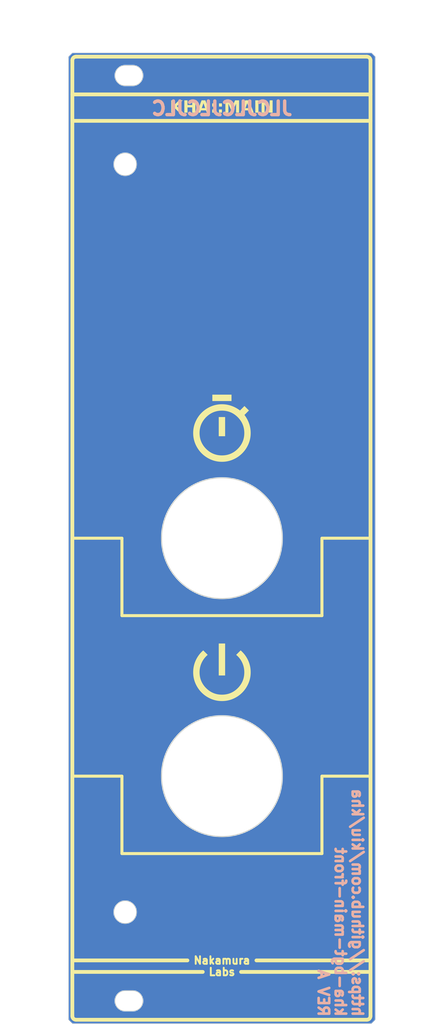
<source format=kicad_pcb>
(kicad_pcb (version 20221018) (generator pcbnew)

  (general
    (thickness 1.6)
  )

  (paper "A5" portrait)
  (layers
    (0 "F.Cu" signal)
    (31 "B.Cu" signal)
    (32 "B.Adhes" user "B.Adhesive")
    (33 "F.Adhes" user "F.Adhesive")
    (34 "B.Paste" user)
    (35 "F.Paste" user)
    (36 "B.SilkS" user "B.Silkscreen")
    (37 "F.SilkS" user "F.Silkscreen")
    (38 "B.Mask" user)
    (39 "F.Mask" user)
    (40 "Dwgs.User" user "User.Drawings")
    (41 "Cmts.User" user "User.Comments")
    (42 "Eco1.User" user "User.Eco1")
    (43 "Eco2.User" user "User.Eco2")
    (44 "Edge.Cuts" user)
    (45 "Margin" user)
    (46 "B.CrtYd" user "B.Courtyard")
    (47 "F.CrtYd" user "F.Courtyard")
    (48 "B.Fab" user)
    (49 "F.Fab" user)
    (50 "User.1" user)
    (51 "User.2" user)
    (52 "User.3" user)
    (53 "User.4" user)
    (54 "User.5" user)
    (55 "User.6" user)
    (56 "User.7" user)
    (57 "User.8" user)
    (58 "User.9" user)
  )

  (setup
    (pad_to_mask_clearance 0)
    (pcbplotparams
      (layerselection 0x00010fc_ffffffff)
      (plot_on_all_layers_selection 0x0000000_00000000)
      (disableapertmacros false)
      (usegerberextensions false)
      (usegerberattributes true)
      (usegerberadvancedattributes true)
      (creategerberjobfile true)
      (dashed_line_dash_ratio 12.000000)
      (dashed_line_gap_ratio 3.000000)
      (svgprecision 4)
      (plotframeref false)
      (viasonmask false)
      (mode 1)
      (useauxorigin false)
      (hpglpennumber 1)
      (hpglpenspeed 20)
      (hpglpendiameter 15.000000)
      (dxfpolygonmode true)
      (dxfimperialunits true)
      (dxfusepcbnewfont true)
      (psnegative false)
      (psa4output false)
      (plotreference true)
      (plotvalue true)
      (plotinvisibletext false)
      (sketchpadsonfab false)
      (subtractmaskfromsilk false)
      (outputformat 1)
      (mirror false)
      (drillshape 1)
      (scaleselection 1)
      (outputdirectory "")
    )
  )

  (net 0 "")

  (gr_poly
    (pts
      (xy 70.423334 106.173334)
      (xy 69.576668 106.173334)
      (xy 69.576668 101.940001)
      (xy 70.423334 101.940001)
    )

    (stroke (width 0) (type solid)) (fill solid) (layer "F.SilkS") (tstamp 00f918b8-04ae-4614-8ec2-d28d8cff0180))
  (gr_line (start 89.185 151.750001) (end 50.68 151.75)
    (stroke (width 0.5) (type solid)) (layer "F.SilkS") (tstamp 163fc7a6-b290-44b4-8a2b-a5128d95d589))
  (gr_line (start 56.75 98.25) (end 56.75 88)
    (stroke (width 0.4) (type default)) (layer "F.SilkS") (tstamp 195ef27a-78f0-40c9-97d3-75ad2088c1fb))
  (gr_line (start 50.18 32.75) (end 89.685 32.75)
    (stroke (width 0.5) (type solid)) (layer "F.SilkS") (tstamp 1f438c8e-e435-4063-b818-36e30ceaa2cb))
  (gr_poly
    (pts
      (xy 70.163216 70.269975)
      (xy 70.324777 70.279896)
      (xy 70.484684 70.296433)
      (xy 70.642938 70.319584)
      (xy 70.799538 70.34935)
      (xy 70.954485 70.38573)
      (xy 71.107778 70.428725)
      (xy 71.259418 70.478334)
      (xy 71.334534 70.505536)
      (xy 71.409072 70.534227)
      (xy 71.483032 70.564406)
      (xy 71.556412 70.596073)
      (xy 71.629214 70.629229)
      (xy 71.701437 70.663873)
      (xy 71.773081 70.700005)
      (xy 71.844147 70.737626)
      (xy 71.914633 70.776734)
      (xy 71.984541 70.817331)
      (xy 72.05387 70.859417)
      (xy 72.12262 70.90299)
      (xy 72.258385 70.994602)
      (xy 72.391834 71.092167)
      (xy 72.984501 70.499501)
      (xy 73.577167 71.092167)
      (xy 72.984501 71.684834)
      (xy 73.034027 71.751269)
      (xy 73.082066 71.818283)
      (xy 73.128616 71.885876)
      (xy 73.173678 71.954047)
      (xy 73.217251 72.022798)
      (xy 73.259337 72.092127)
      (xy 73.299934 72.162035)
      (xy 73.339042 72.232521)
      (xy 73.376663 72.303587)
      (xy 73.412795 72.375231)
      (xy 73.447439 72.447454)
      (xy 73.480595 72.520256)
      (xy 73.512262 72.593636)
      (xy 73.542441 72.667595)
      (xy 73.571132 72.742134)
      (xy 73.598334 72.81725)
      (xy 73.623966 72.892863)
      (xy 73.647943 72.96889)
      (xy 73.670267 73.045329)
      (xy 73.690938 73.122183)
      (xy 73.709955 73.199449)
      (xy 73.727318 73.277129)
      (xy 73.743028 73.355223)
      (xy 73.757084 73.43373)
      (xy 73.769486 73.51265)
      (xy 73.780235 73.591984)
      (xy 73.78933 73.671731)
      (xy 73.796771 73.751891)
      (xy 73.802559 73.832465)
      (xy 73.806693 73.913452)
      (xy 73.809174 73.994853)
      (xy 73.81 74.076667)
      (xy 73.808822 74.174212)
      (xy 73.805287 74.271053)
      (xy 73.799396 74.367192)
      (xy 73.791149 74.462628)
      (xy 73.780545 74.557362)
      (xy 73.767584 74.651392)
      (xy 73.752267 74.74472)
      (xy 73.734594 74.837345)
      (xy 73.714564 74.929267)
      (xy 73.692178 75.020486)
      (xy 73.667435 75.111002)
      (xy 73.640336 75.200816)
      (xy 73.610881 75.289927)
      (xy 73.579069 75.378335)
      (xy 73.5449 75.46604)
      (xy 73.508375 75.553042)
      (xy 73.469825 75.639011)
      (xy 73.429579 75.723616)
      (xy 73.387639 75.806856)
      (xy 73.344003 75.888732)
      (xy 73.298673 75.969244)
      (xy 73.251647 76.048391)
      (xy 73.202927 76.126175)
      (xy 73.152511 76.202594)
      (xy 73.100401 76.277649)
      (xy 73.046595 76.351339)
      (xy 72.991095 76.423666)
      (xy 72.933899 76.494628)
      (xy 72.875009 76.564225)
      (xy 72.814423 76.632459)
      (xy 72.752143 76.699328)
      (xy 72.688167 76.764833)
      (xy 72.622662 76.828809)
      (xy 72.555793 76.891089)
      (xy 72.487559 76.951675)
      (xy 72.417962 77.010565)
      (xy 72.347 77.067761)
      (xy 72.274673 77.123262)
      (xy 72.200983 77.177067)
      (xy 72.125928 77.229178)
      (xy 72.049509 77.279593)
      (xy 71.971725 77.328314)
      (xy 71.892578 77.375339)
      (xy 71.812066 77.42067)
      (xy 71.73019 77.464305)
      (xy 71.64695 77.506246)
      (xy 71.562345 77.546491)
      (xy 71.476376 77.585042)
      (xy 71.389374 77.621567)
      (xy 71.301668 77.655735)
      (xy 71.21326 77.687547)
      (xy 71.124149 77.717003)
      (xy 71.034336 77.744102)
      (xy 70.943819 77.768845)
      (xy 70.8526 77.791231)
      (xy 70.760678 77.811261)
      (xy 70.668053 77.828934)
      (xy 70.574725 77.844251)
      (xy 70.480695 77.857212)
      (xy 70.385962 77.867816)
      (xy 70.290526 77.876063)
      (xy 70.194387 77.881954)
      (xy 70.097545 77.885489)
      (xy 70.000001 77.886667)
      (xy 69.902456 77.885489)
      (xy 69.805615 77.881954)
      (xy 69.709476 77.876063)
      (xy 69.61404 77.867816)
      (xy 69.519307 77.857212)
      (xy 69.425276 77.844251)
      (xy 69.331949 77.828934)
      (xy 69.239324 77.811261)
      (xy 69.147402 77.791231)
      (xy 69.056182 77.768845)
      (xy 68.965666 77.744102)
      (xy 68.875852 77.717003)
      (xy 68.786741 77.687547)
      (xy 68.698333 77.655735)
      (xy 68.610628 77.621567)
      (xy 68.523626 77.585042)
      (xy 68.437657 77.546491)
      (xy 68.353052 77.506246)
      (xy 68.269812 77.464305)
      (xy 68.187936 77.42067)
      (xy 68.107424 77.375339)
      (xy 68.028276 77.328314)
      (xy 67.950493 77.279593)
      (xy 67.874074 77.229178)
      (xy 67.799019 77.177067)
      (xy 67.725328 77.123262)
      (xy 67.653002 77.067761)
      (xy 67.58204 77.010565)
      (xy 67.512442 76.951675)
      (xy 67.444209 76.891089)
      (xy 67.377339 76.828809)
      (xy 67.311834 76.764833)
      (xy 67.247859 76.699328)
      (xy 67.185578 76.632459)
      (xy 67.124993 76.564225)
      (xy 67.066102 76.494628)
      (xy 67.008907 76.423666)
      (xy 66.953407 76.351339)
      (xy 66.899601 76.277649)
      (xy 66.84749 76.202594)
      (xy 66.797075 76.126175)
      (xy 66.748354 76.048391)
      (xy 66.701329 75.969244)
      (xy 66.655998 75.888732)
      (xy 66.612363 75.806856)
      (xy 66.570422 75.723616)
      (xy 66.530177 75.639011)
      (xy 66.491626 75.553042)
      (xy 66.455101 75.46604)
      (xy 66.420933 75.378335)
      (xy 66.389121 75.289927)
      (xy 66.359665 75.200816)
      (xy 66.332566 75.111002)
      (xy 66.307823 75.020486)
      (xy 66.285437 74.929267)
      (xy 66.265407 74.837345)
      (xy 66.247734 74.74472)
      (xy 66.232417 74.651392)
      (xy 66.219457 74.557362)
      (xy 66.208853 74.462628)
      (xy 66.200605 74.367192)
      (xy 66.194714 74.271053)
      (xy 66.191179 74.174212)
      (xy 66.190001 74.076667)
      (xy 67.036668 74.076667)
      (xy 67.040058 74.22872)
      (xy 67.050227 74.377962)
      (xy 67.067177 74.524392)
      (xy 67.090907 74.668011)
      (xy 67.121417 74.808819)
      (xy 67.158707 74.946816)
      (xy 67.202776 75.082002)
      (xy 67.253626 75.214376)
      (xy 67.311255 75.343939)
      (xy 67.375665 75.470691)
      (xy 67.446854 75.594632)
      (xy 67.524824 75.715761)
      (xy 67.609573 75.834079)
      (xy 67.701102 75.949586)
      (xy 67.799412 76.062282)
      (xy 67.904501 76.172167)
      (xy 68.014386 76.277256)
      (xy 68.127082 76.375565)
      (xy 68.242589 76.467095)
      (xy 68.360907 76.551844)
      (xy 68.482037 76.629813)
      (xy 68.605977 76.701003)
      (xy 68.732729 76.765413)
      (xy 68.862292 76.823042)
      (xy 68.994667 76.873892)
      (xy 69.129852 76.917961)
      (xy 69.267849 76.955251)
      (xy 69.408657 76.985761)
      (xy 69.552276 77.009491)
      (xy 69.698707 77.026441)
      (xy 69.847948 77.03661)
      (xy 70.000001 77.04)
      (xy 70.152054 77.03661)
      (xy 70.301295 77.026441)
      (xy 70.447725 77.009491)
      (xy 70.591344 76.985761)
      (xy 70.732152 76.955251)
      (xy 70.870149 76.917961)
      (xy 71.005335 76.873892)
      (xy 71.137709 76.823042)
      (xy 71.267272 76.765413)
      (xy 71.394024 76.701003)
      (xy 71.517965 76.629813)
      (xy 71.639094 76.551844)
      (xy 71.757413 76.467095)
      (xy 71.87292 76.375565)
      (xy 71.985616 76.277256)
      (xy 72.095501 76.172167)
      (xy 72.20059 76.062282)
      (xy 72.298899 75.949586)
      (xy 72.390429 75.834079)
      (xy 72.475178 75.715761)
      (xy 72.553147 75.594632)
      (xy 72.624337 75.470691)
      (xy 72.688746 75.343939)
      (xy 72.746376 75.214376)
      (xy 72.797225 75.082002)
      (xy 72.841295 74.946816)
      (xy 72.878585 74.808819)
      (xy 72.909094 74.668011)
      (xy 72.932824 74.524392)
      (xy 72.949774 74.377962)
      (xy 72.959944 74.22872)
      (xy 72.963334 74.076667)
      (xy 72.959944 73.924615)
      (xy 72.949774 73.775373)
      (xy 72.932824 73.628943)
      (xy 72.909094 73.485324)
      (xy 72.878585 73.344516)
      (xy 72.841295 73.206519)
      (xy 72.797225 73.071333)
      (xy 72.746376 72.938959)
      (xy 72.688746 72.809396)
      (xy 72.624337 72.682644)
      (xy 72.553147 72.558703)
      (xy 72.475178 72.437573)
      (xy 72.390429 72.319255)
      (xy 72.298899 72.203748)
      (xy 72.20059 72.091052)
      (xy 72.095501 71.981167)
      (xy 71.985616 71.876078)
      (xy 71.87292 71.777769)
      (xy 71.757413 71.686239)
      (xy 71.639094 71.60149)
      (xy 71.517965 71.523521)
      (xy 71.394024 71.452331)
      (xy 71.267272 71.387922)
      (xy 71.137709 71.330292)
      (xy 71.005335 71.279443)
      (xy 70.870149 71.235373)
      (xy 70.732152 71.198083)
      (xy 70.591344 71.167573)
      (xy 70.447725 71.143844)
      (xy 70.301295 71.126894)
      (xy 70.152054 71.116724)
      (xy 70.000001 71.113334)
      (xy 69.847948 71.116724)
      (xy 69.698707 71.126894)
      (xy 69.552276 71.143844)
      (xy 69.408657 71.167573)
      (xy 69.267849 71.198083)
      (xy 69.129852 71.235373)
      (xy 68.994667 71.279443)
      (xy 68.862292 71.330292)
      (xy 68.732729 71.387922)
      (xy 68.605977 71.452331)
      (xy 68.482037 71.523521)
      (xy 68.360907 71.60149)
      (xy 68.242589 71.686239)
      (xy 68.127082 71.777769)
      (xy 68.014386 71.876078)
      (xy 67.904501 71.981167)
      (xy 67.799412 72.091052)
      (xy 67.701102 72.203748)
      (xy 67.609573 72.319255)
      (xy 67.524824 72.437573)
      (xy 67.446854 72.558703)
      (xy 67.375665 72.682644)
      (xy 67.311255 72.809396)
      (xy 67.253626 72.938959)
      (xy 67.202776 73.071333)
      (xy 67.158707 73.206519)
      (xy 67.121417 73.344516)
      (xy 67.090907 73.485324)
      (xy 67.067177 73.628943)
      (xy 67.050227 73.775373)
      (xy 67.040058 73.924615)
      (xy 67.036668 74.076667)
      (xy 66.190001 74.076667)
      (xy 66.191179 73.979123)
      (xy 66.194714 73.882281)
      (xy 66.200605 73.786142)
      (xy 66.208853 73.690706)
      (xy 66.219457 73.595973)
      (xy 66.232417 73.501942)
      (xy 66.247734 73.408615)
      (xy 66.265407 73.31599)
      (xy 66.285437 73.224068)
      (xy 66.307823 73.132849)
      (xy 66.332566 73.042332)
      (xy 66.359665 72.952519)
      (xy 66.389121 72.863408)
      (xy 66.420933 72.775)
      (xy 66.455101 72.687295)
      (xy 66.491626 72.600292)
      (xy 66.530177 72.514323)
      (xy 66.570422 72.429718)
      (xy 66.612363 72.346478)
      (xy 66.655998 72.264602)
      (xy 66.701329 72.18409)
      (xy 66.748354 72.104942)
      (xy 66.797075 72.027159)
      (xy 66.84749 71.95074)
      (xy 66.899601 71.875685)
      (xy 66.953407 71.801995)
      (xy 67.008907 71.729668)
      (xy 67.066102 71.658706)
      (xy 67.124993 71.589108)
      (xy 67.185578 71.520875)
      (xy 67.247859 71.454006)
      (xy 67.311834 71.3885)
      (xy 67.377339 71.324525)
      (xy 67.444209 71.262245)
      (xy 67.512442 71.201659)
      (xy 67.58204 71.142769)
      (xy 67.653002 71.085573)
      (xy 67.725328 71.030073)
      (xy 67.799019 70.976267)
      (xy 67.874074 70.924157)
      (xy 67.950493 70.873741)
      (xy 68.028276 70.825021)
      (xy 68.107424 70.777995)
      (xy 68.187936 70.732665)
      (xy 68.269812 70.689029)
      (xy 68.353052 70.647088)
      (xy 68.437657 70.606843)
      (xy 68.523626 70.568292)
      (xy 68.610628 70.531767)
      (xy 68.698333 70.497599)
      (xy 68.786741 70.465787)
      (xy 68.875852 70.436331)
      (xy 68.965666 70.409232)
      (xy 69.056182 70.38449)
      (xy 69.147402 70.362103)
      (xy 69.239324 70.342074)
      (xy 69.331949 70.3244)
      (xy 69.425276 70.309083)
      (xy 69.519307 70.296123)
      (xy 69.61404 70.285519)
      (xy 69.709476 70.277271)
      (xy 69.805615 70.27138)
      (xy 69.902456 70.267845)
      (xy 70.000001 70.266667)
    )

    (stroke (width 0) (type solid)) (fill solid) (layer "F.SilkS") (tstamp 2c0b5f46-f645-4bc4-bc4f-8740df94403e))
  (gr_line (start 67.46 145.416) (end 50.188 145.416)
    (stroke (width 0.5) (type solid)) (layer "F.SilkS") (tstamp 3184e352-5acf-45fa-a3b7-5ce5dd5f5c6c))
  (gr_line (start 65.428 143.892) (end 50.188 143.892)
    (stroke (width 0.5) (type solid)) (layer "F.SilkS") (tstamp 32f17d70-f032-4722-b714-8bfe617e1d1f))
  (gr_line (start 89.5 119.5) (end 83.25 119.5)
    (stroke (width 0.4) (type default)) (layer "F.SilkS") (tstamp 3422d5af-0afb-4243-ad9a-ba2b19d4c6eb))
  (gr_line (start 50.18 29.25) (end 89.685 29.25)
    (stroke (width 0.5) (type solid)) (layer "F.SilkS") (tstamp 3a807c7d-d0d8-4967-8624-fa1bb8fffdcc))
  (gr_line (start 56.75 129.75) (end 83.25 129.75)
    (stroke (width 0.4) (type default)) (layer "F.SilkS") (tstamp 4bd7a118-0789-4d10-b248-7269c1f3760a))
  (gr_line (start 89.558 143.892) (end 74.572 143.892)
    (stroke (width 0.5) (type solid)) (layer "F.SilkS") (tstamp 4ca0d889-d29e-465b-98ec-e89e60368089))
  (gr_arc (start 89.685 151.250001) (mid 89.538553 151.603554) (end 89.185 151.750001)
    (stroke (width 0.5) (type solid)) (layer "F.SilkS") (tstamp 59888b92-be8f-425f-b0a1-182c9718ad4f))
  (gr_line (start 50.68 24.25) (end 89.185 24.249999)
    (stroke (width 0.5) (type solid)) (layer "F.SilkS") (tstamp 5d4ba9e9-559c-4c28-b75b-ef39f35025bb))
  (gr_line (start 83.25 98.25) (end 83.25 88)
    (stroke (width 0.4) (type default)) (layer "F.SilkS") (tstamp 5e09c86b-19cc-4e50-a575-a4bddd13e3b2))
  (gr_poly
    (pts
      (xy 71.270001 69.843334)
      (xy 68.730001 69.843334)
      (xy 68.730001 68.996667)
      (xy 71.270001 68.996667)
    )

    (stroke (width 0) (type solid)) (fill solid) (layer "F.SilkS") (tstamp 72126037-b66e-4b2e-9d8b-5cea1117a4fc))
  (gr_line (start 50.18 151.25) (end 50.18 24.75)
    (stroke (width 0.5) (type solid)) (layer "F.SilkS") (tstamp 736de506-8a8d-4044-b9a2-d6a099c02667))
  (gr_poly
    (pts
      (xy 70.423334 74.5)
      (xy 69.576668 74.5)
      (xy 69.576668 71.96)
      (xy 70.423334 71.96)
    )

    (stroke (width 0) (type solid)) (fill solid) (layer "F.SilkS") (tstamp 8b46e9bb-7387-466f-ada2-d5f389982c86))
  (gr_line (start 56.75 129.75) (end 56.75 119.5)
    (stroke (width 0.4) (type default)) (layer "F.SilkS") (tstamp 97fac2db-36b7-4f35-bb49-9cc0e63a4267))
  (gr_line (start 56.75 88) (end 50.25 88)
    (stroke (width 0.4) (type default)) (layer "F.SilkS") (tstamp a59b74c2-b9a0-43a9-846f-ff54210c0e4a))
  (gr_arc (start 50.68 151.75) (mid 50.326447 151.603553) (end 50.18 151.25)
    (stroke (width 0.5) (type solid)) (layer "F.SilkS") (tstamp ab826b75-046c-4fd9-b39a-1e5b015f7d1f))
  (gr_poly
    (pts
      (xy 72.554759 102.919745)
      (xy 72.630786 102.990893)
      (xy 72.70458 103.063612)
      (xy 72.776141 103.137902)
      (xy 72.84547 103.213763)
      (xy 72.912567 103.291195)
      (xy 72.977431 103.370198)
      (xy 73.040063 103.450772)
      (xy 73.100463 103.532917)
      (xy 73.15863 103.616632)
      (xy 73.214564 103.701919)
      (xy 73.268266 103.788777)
      (xy 73.319736 103.877206)
      (xy 73.368973 103.967205)
      (xy 73.415978 104.058776)
      (xy 73.46075 104.151917)
      (xy 73.503042 104.246217)
      (xy 73.542606 104.34126)
      (xy 73.579441 104.437047)
      (xy 73.613547 104.533579)
      (xy 73.644925 104.630855)
      (xy 73.673575 104.728874)
      (xy 73.699496 104.827638)
      (xy 73.722688 104.927147)
      (xy 73.743152 105.027399)
      (xy 73.760887 105.128395)
      (xy 73.775894 105.230136)
      (xy 73.788172 105.332621)
      (xy 73.797722 105.43585)
      (xy 73.804543 105.539823)
      (xy 73.808636 105.64454)
      (xy 73.81 105.750001)
      (xy 73.808822 105.847545)
      (xy 73.805287 105.944387)
      (xy 73.799396 106.040526)
      (xy 73.791149 106.135962)
      (xy 73.780545 106.230695)
      (xy 73.767584 106.324726)
      (xy 73.752267 106.418053)
      (xy 73.734594 106.510678)
      (xy 73.714564 106.6026)
      (xy 73.692178 106.69382)
      (xy 73.667435 106.784336)
      (xy 73.640336 106.87415)
      (xy 73.610881 106.96326)
      (xy 73.579069 107.051668)
      (xy 73.5449 107.139374)
      (xy 73.508375 107.226376)
      (xy 73.469846 107.312345)
      (xy 73.429662 107.39695)
      (xy 73.387825 107.48019)
      (xy 73.344334 107.562066)
      (xy 73.29919 107.642578)
      (xy 73.252391 107.721726)
      (xy 73.20394 107.799509)
      (xy 73.153834 107.875928)
      (xy 73.102075 107.950983)
      (xy 73.048662 108.024674)
      (xy 72.993596 108.097)
      (xy 72.936876 108.167962)
      (xy 72.878502 108.23756)
      (xy 72.818475 108.305793)
      (xy 72.756794 108.372662)
      (xy 72.693459 108.438167)
      (xy 72.628595 108.502143)
      (xy 72.562325 108.564423)
      (xy 72.49465 108.625009)
      (xy 72.425569 108.683899)
      (xy 72.355082 108.741095)
      (xy 72.28319 108.796595)
      (xy 72.209892 108.850401)
      (xy 72.135188 108.902511)
      (xy 72.059079 108.952927)
      (xy 71.981565 109.001647)
      (xy 71.902644 109.048673)
      (xy 71.822318 109.094003)
      (xy 71.740587 109.137639)
      (xy 71.65745 109.179579)
      (xy 71.572907 109.219825)
      (xy 71.486959 109.258375)
      (xy 71.399915 109.2949)
      (xy 71.312086 109.329069)
      (xy 71.223471 109.360881)
      (xy 71.134071 109.390336)
      (xy 71.043885 109.417435)
      (xy 70.952914 109.442178)
      (xy 70.861157 109.464564)
      (xy 70.768615 109.484594)
      (xy 70.675288 109.502267)
      (xy 70.581175 109.517584)
      (xy 70.486276 109.530545)
      (xy 70.390592 109.541149)
      (xy 70.294122 109.549396)
      (xy 70.196867 109.555287)
      (xy 70.098827 109.558822)
      (xy 70.000001 109.56)
      (xy 69.902456 109.558822)
      (xy 69.805615 109.555287)
      (xy 69.709476 109.549396)
      (xy 69.61404 109.541149)
      (xy 69.519307 109.530545)
      (xy 69.425276 109.517584)
      (xy 69.331949 109.502267)
      (xy 69.239324 109.484594)
      (xy 69.147402 109.464564)
      (xy 69.056182 109.442178)
      (xy 68.965666 109.417435)
      (xy 68.875852 109.390336)
      (xy 68.786741 109.360881)
      (xy 68.698333 109.329069)
      (xy 68.610628 109.2949)
      (xy 68.523626 109.258375)
      (xy 68.437657 109.219825)
      (xy 68.353052 109.179579)
      (xy 68.269812 109.137639)
      (xy 68.187936 109.094003)
      (xy 68.107424 109.048673)
      (xy 68.028276 109.001647)
      (xy 67.950493 108.952927)
      (xy 67.874074 108.902511)
      (xy 67.799019 108.850401)
      (xy 67.725328 108.796595)
      (xy 67.653002 108.741095)
      (xy 67.58204 108.683899)
      (xy 67.512442 108.625009)
      (xy 67.444209 108.564423)
      (xy 67.377339 108.502143)
      (xy 67.311834 108.438167)
      (xy 67.247859 108.372662)
      (xy 67.185578 108.305793)
      (xy 67.124993 108.23756)
      (xy 67.066102 108.167962)
      (xy 67.008907 108.097)
      (xy 66.953406 108.024674)
      (xy 66.899601 107.950983)
      (xy 66.84749 107.875928)
      (xy 66.797075 107.799509)
      (xy 66.748354 107.721726)
      (xy 66.701329 107.642578)
      (xy 66.655998 107.562066)
      (xy 66.612363 107.48019)
      (xy 66.570422 107.39695)
      (xy 66.530177 107.312345)
      (xy 66.491626 107.226376)
      (xy 66.455101 107.139374)
      (xy 66.420933 107.051668)
      (xy 66.389121 106.96326)
      (xy 66.359665 106.87415)
      (xy 66.332566 106.784336)
      (xy 66.307823 106.69382)
      (xy 66.285437 106.6026)
      (xy 66.265407 106.510678)
      (xy 66.247734 106.418053)
      (xy 66.232417 106.324726)
      (xy 66.219457 106.230695)
      (xy 66.208853 106.135962)
      (xy 66.200605 106.040526)
      (xy 66.194714 105.944387)
      (xy 66.191179 105.847545)
      (xy 66.190001 105.750001)
      (xy 66.191365 105.64454)
      (xy 66.195458 105.539823)
      (xy 66.202279 105.43585)
      (xy 66.211829 105.332621)
      (xy 66.224107 105.230136)
      (xy 66.239114 105.128395)
      (xy 66.25685 105.027399)
      (xy 66.277313 104.927147)
      (xy 66.300506 104.827638)
      (xy 66.326427 104.728874)
      (xy 66.355076 104.630855)
      (xy 66.386454 104.533579)
      (xy 66.420561 104.437047)
      (xy 66.457395 104.34126)
      (xy 66.496959 104.246217)
      (xy 66.539251 104.151917)
      (xy 66.584023 104.058776)
      (xy 66.631028 103.967205)
      (xy 66.680266 103.877206)
      (xy 66.731735 103.788777)
      (xy 66.785437 103.701919)
      (xy 66.841372 103.616632)
      (xy 66.899539 103.532917)
      (xy 66.959938 103.450772)
      (xy 67.02257 103.370198)
      (xy 67.087435 103.291195)
      (xy 67.154531 103.213763)
      (xy 67.22386 103.137902)
      (xy 67.295422 103.063612)
      (xy 67.369216 102.990893)
      (xy 67.445242 102.919745)
      (xy 67.523501 102.850168)
      (xy 68.116168 103.442834)
      (xy 68.053536 103.496454)
      (xy 67.99264 103.551479)
      (xy 67.933481 103.60791)
      (xy 67.876058 103.665746)
      (xy 67.820372 103.724988)
      (xy 67.766421 103.785635)
      (xy 67.714208 103.847688)
      (xy 67.66373 103.911147)
      (xy 67.614989 103.976011)
      (xy 67.567984 104.042281)
      (xy 67.522715 104.109956)
      (xy 67.479183 104.179037)
      (xy 67.437387 104.249524)
      (xy 67.397328 104.321416)
      (xy 67.359005 104.394714)
      (xy 67.322418 104.469417)
      (xy 67.287815 104.545113)
      (xy 67.255445 104.621387)
      (xy 67.225307 104.698241)
      (xy 67.197402 104.775673)
      (xy 67.171729 104.853683)
      (xy 67.148289 104.932273)
      (xy 67.127081 105.011441)
      (xy 67.108105 105.091188)
      (xy 67.091362 105.171514)
      (xy 67.076851 105.252419)
      (xy 67.064573 105.333902)
      (xy 67.054527 105.415964)
      (xy 67.046713 105.498605)
      (xy 67.041132 105.581825)
      (xy 67.037784 105.665624)
      (xy 67.036668 105.750001)
      (xy 67.040058 105.902054)
      (xy 67.050227 106.051295)
      (xy 67.067177 106.197726)
      (xy 67.090907 106.341345)
      (xy 67.121417 106.482153)
      (xy 67.158707 106.62015)
      (xy 67.202776 106.755335)
      (xy 67.253626 106.887709)
      (xy 67.311255 107.017273)
      (xy 67.375665 107.144024)
      (xy 67.446854 107.267965)
      (xy 67.524824 107.389095)
      (xy 67.609573 107.507413)
      (xy 67.701102 107.62292)
      (xy 67.799412 107.735616)
      (xy 67.904501 107.845501)
      (xy 68.014386 107.95059)
      (xy 68.127082 108.048899)
      (xy 68.242589 108.140429)
      (xy 68.360907 108.225178)
      (xy 68.482037 108.303147)
      (xy 68.605977 108.374337)
      (xy 68.732729 108.438746)
      (xy 68.862292 108.496376)
      (xy 68.994667 108.547225)
      (xy 69.129852 108.591295)
      (xy 69.267849 108.628585)
      (xy 69.408657 108.659094)
      (xy 69.552276 108.682824)
      (xy 69.698707 108.699774)
      (xy 69.847948 108.709944)
      (xy 70.000001 108.713334)
      (xy 70.153315 108.709944)
      (xy 70.303693 108.699774)
      (xy 70.451136 108.682824)
      (xy 70.595644 108.659094)
      (xy 70.737217 108.628585)
      (xy 70.875854 108.591295)
      (xy 71.011557 108.547225)
      (xy 71.144324 108.496376)
      (xy 71.274156 108.438746)
      (xy 71.401052 108.374337)
      (xy 71.525014 108.303147)
      (xy 71.64604 108.225178)
      (xy 71.764131 108.140429)
      (xy 71.879287 108.048899)
      (xy 71.991507 107.95059)
      (xy 72.100792 107.845501)
      (xy 72.205241 107.735616)
      (xy 72.302951 107.62292)
      (xy 72.393922 107.507413)
      (xy 72.478154 107.389095)
      (xy 72.555648 107.267965)
      (xy 72.626404 107.144024)
      (xy 72.69042 107.017273)
      (xy 72.747698 106.887709)
      (xy 72.798238 106.755335)
      (xy 72.842039 106.62015)
      (xy 72.879101 106.482153)
      (xy 72.909425 106.341345)
      (xy 72.93301 106.197726)
      (xy 72.949856 106.051295)
      (xy 72.959964 105.902054)
      (xy 72.963334 105.750001)
      (xy 72.962238 105.665624)
      (xy 72.958952 105.581825)
      (xy 72.953474 105.498605)
      (xy 72.945805 105.415964)
      (xy 72.935945 105.333902)
      (xy 72.923894 105.252419)
      (xy 72.909652 105.171514)
      (xy 72.893219 105.091188)
      (xy 72.874595 105.011441)
      (xy 72.85378 104.932273)
      (xy 72.830774 104.853683)
      (xy 72.805576 104.775673)
      (xy 72.778188 104.698241)
      (xy 72.748608 104.621387)
      (xy 72.716837 104.545113)
      (xy 72.682876 104.469417)
      (xy 72.646888 104.394714)
      (xy 72.60904 104.321416)
      (xy 72.569332 104.249524)
      (xy 72.527764 104.179037)
      (xy 72.484335 104.109956)
      (xy 72.439046 104.042281)
      (xy 72.391896 103.976011)
      (xy 72.342886 103.911147)
      (xy 72.292016 103.847688)
      (xy 72.239285 103.785635)
      (xy 72.184694 103.724988)
      (xy 72.128243 103.665746)
      (xy 72.069931 103.60791)
      (xy 72.009759 103.551479)
      (xy 71.947727 103.496454)
      (xy 71.883834 103.442834)
      (xy 72.4765 102.850168)
    )

    (stroke (width 0) (type solid)) (fill solid) (layer "F.SilkS") (tstamp b93872aa-0834-41be-aea4-90c3f99f54f2))
  (gr_line (start 56.75 98.25) (end 83.25 98.25)
    (stroke (width 0.4) (type default)) (layer "F.SilkS") (tstamp c066b63d-6039-4045-b123-0a02dd69ecde))
  (gr_line (start 83.25 129.75) (end 83.25 119.5)
    (stroke (width 0.4) (type default)) (layer "F.SilkS") (tstamp c5cb26ef-9627-4218-b2d6-817c7a61a9d7))
  (gr_arc (start 50.180001 24.749999) (mid 50.326448 24.396447) (end 50.68 24.25)
    (stroke (width 0.5) (type solid)) (layer "F.SilkS") (tstamp ca81cf6d-5035-4dd2-bf57-d33963bc2316))
  (gr_line (start 89.558 145.416) (end 72.54 145.416)
    (stroke (width 0.5) (type solid)) (layer "F.SilkS") (tstamp d7297bfe-7e53-4916-b9d8-d971a686b942))
  (gr_arc (start 89.185 24.249999) (mid 89.538554 24.396446) (end 89.685 24.749999)
    (stroke (width 0.5) (type solid)) (layer "F.SilkS") (tstamp d8e76e76-ec0f-438e-b5e8-40dd33b71ee4))
  (gr_line (start 89.5 88) (end 83.25 88)
    (stroke (width 0.4) (type default)) (layer "F.SilkS") (tstamp e6f6d15b-0a32-4400-8cdb-4a3e1b000fcd))
  (gr_line (start 56.75 119.5) (end 50.25 119.5)
    (stroke (width 0.4) (type default)) (layer "F.SilkS") (tstamp f3d0daaf-87ea-4228-801b-9435deb8d9c5))
  (gr_line (start 89.685 24.749999) (end 89.685 151.250001)
    (stroke (width 0.5) (type solid)) (layer "F.SilkS") (tstamp fed05b1d-69aa-47e5-9615-0cc59054bac4))
  (gr_line (start 61.18 129.25) (end 52.93 129.25)
    (stroke (width 0.15) (type default)) (layer "Dwgs.User") (tstamp 09140525-6ffe-4f54-a6b5-64b6e681f7c6))
  (gr_line (start 61.18 141.5) (end 61.18 129.25)
    (stroke (width 0.15) (type default)) (layer "Dwgs.User") (tstamp 33cc7ed9-2f3a-4439-8caf-e5c865117d35))
  (gr_line (start 90.32 23.75) (end 90.32 152.25)
    (stroke (width 0.15) (type solid)) (layer "Dwgs.User") (tstamp 4ccd0984-dd76-4f86-a80a-75889dcdd062))
  (gr_line (start 49.68 32.999997) (end 90.32 33)
    (stroke (width 0.15) (type solid)) (layer "Dwgs.User") (tstamp 58d5aa70-d157-40b8-bd13-197a23fa6f47))
  (gr_circle (center 57.18 137.5) (end 58.68 137.5)
    (stroke (width 0.1) (type default)) (fill none) (layer "Dwgs.User") (tstamp 6074fbd5-6625-4703-a51d-5ae16ab11fd9))
  (gr_line (start 61.18 34.5) (end 61.18 46.75)
    (stroke (width 0.15) (type default)) (layer "Dwgs.User") (tstamp 6123c77f-c121-4fcc-94c2-97e2d9c0470c))
  (gr_line (start 52.93 46.75) (end 61.18 46.75)
    (stroke (width 0.15) (type default)) (layer "Dwgs.User") (tstamp 617a07f4-64f6-486c-9b8e-df87a4c97ccd))
  (gr_line (start 49.68 60.5) (end 90.32 60.5)
    (stroke (width 0.15) (type solid)) (layer "Dwgs.User") (tstamp 75308751-e66e-4f31-b3f2-f994dc454dd0))
  (gr_line (start 49.68 88) (end 90.32 88)
    (stroke (width 0.15) (type solid)) (layer "Dwgs.User") (tstamp 9046aeed-0f4d-47e9-9724-2a2026dfd054))
  (gr_line (start 49.68 34.5) (end 61.18 34.5)
    (stroke (width 0.15) (type default)) (layer "Dwgs.User") (tstamp a56e69c8-66eb-446a-91ef-daa8861484a7))
  (gr_line (start 49.68 115.48) (end 90.32 115.5)
    (stroke (width 0.15) (type solid)) (layer "Dwgs.User") (tstamp ab4cf619-aaff-4054-9849-154cf49e3364))
  (gr_line (start 49.68 115.48) (end 90.32 115.5)
    (stroke (width 0.15) (type solid)) (layer "Dwgs.User") (tstamp b2d479df-01e8-4079-864c-daa9ef81adc7))
  (gr_line (start 90.32 143) (end 49.68012 143)
    (stroke (width 0.15) (type solid)) (layer "Dwgs.User") (tstamp b536cc88-798a-4410-a00e-2cf2d0d61250))
  (gr_line (start 49.68012 143) (end 49.68 32.999997)
    (stroke (width 0.15) (type solid)) (layer "Dwgs.User") (tstamp b9599ec2-9492-458a-be76-1d46269dcf39))
  (gr_circle (center 57.18 38.5) (end 58.68 38.5)
    (stroke (width 0.1) (type default)) (fill none) (layer "Dwgs.User") (tstamp bca114ab-0fc9-4508-80df-6b485c722b84))
  (gr_line (start 57.18 23.75) (end 57.18 152.25)
    (stroke (width 0.15) (type solid)) (layer "Dwgs.User") (tstamp d00767f8-fbb8-4207-a019-d857df150e85))
  (gr_line (start 52.93 46.75) (end 52.93 129.25)
    (stroke (width 0.15) (type default)) (layer "Dwgs.User") (tstamp d14e9d8c-d8d0-4487-877b-9fa445b74615))
  (gr_line (start 61.18 141.5) (end 49.68 141.5)
    (stroke (width 0.15) (type default)) (layer "Dwgs.User") (tstamp d84f8214-5a9d-428b-bb04-493de0f743d5))
  (gr_line (start 57.18 28.1) (end 58.18 28.1)
    (stroke (width 0.1) (type default)) (layer "Edge.Cuts") (tstamp 0dce5aaa-06c2-4bc4-b3a5-a9f059f42220))
  (gr_circle (center 57.18 137.5) (end 58.68 137.5)
    (stroke (width 0.1) (type default)) (fill none) (layer "Edge.Cuts") (tstamp 178bf224-debb-440c-892e-6e1e5c0f5593))
  (gr_line (start 90.32 24.25) (end 90.32 151.75)
    (stroke (width 0.05) (type solid)) (layer "Edge.Cuts") (tstamp 1df56411-c74d-4871-bddf-b8ea80034047))
  (gr_line (start 89.82 23.75) (end 90.32 24.25)
    (stroke (width 0.05) (type default)) (layer "Edge.Cuts") (tstamp 2270a8b0-8654-4feb-83fc-1d1be3eb3091))
  (gr_circle (center 70 88) (end 78 88)
    (stroke (width 0.15) (type default)) (fill none) (layer "Edge.Cuts") (tstamp 2d41eebb-40e9-4b43-95ac-1d9576ba11d9))
  (gr_arc (start 58.18 25.4) (mid 59.53 26.75) (end 58.18 28.1)
    (stroke (width 0.1) (type default)) (layer "Edge.Cuts") (tstamp 39df0b40-644d-4170-a9f2-00fa57dc9eb8))
  (gr_line (start 49.68 151.75) (end 49.68 24.25)
    (stroke (width 0.05) (type solid)) (layer "Edge.Cuts") (tstamp 3d577b2f-9db1-4de5-b0b9-6142dc50bb53))
  (gr_circle (center 70 119.5) (end 78 119.5)
    (stroke (width 0.15) (type default)) (fill none) (layer "Edge.Cuts") (tstamp 4693acd0-8366-4cad-a83c-9fd9e50ac2d8))
  (gr_circle (center 57.18 38.5) (end 58.68 38.5)
    (stroke (width 0.1) (type default)) (fill none) (layer "Edge.Cuts") (tstamp 47488813-48c3-47db-8e52-bddcbe416b90))
  (gr_line (start 49.68 24.25) (end 50.18 23.75)
    (stroke (width 0.05) (type default)) (layer "Edge.Cuts") (tstamp 4a4079c1-004d-48c2-99d6-3c8a544e2528))
  (gr_line (start 89.82 152.25) (end 90.32 151.75)
    (stroke (width 0.05) (type default)) (layer "Edge.Cuts") (tstamp 51517fe0-45eb-49fc-9c9a-59f4cbb87769))
  (gr_line (start 50.18 23.75) (end 89.82 23.75)
    (stroke (width 0.05) (type solid)) (layer "Edge.Cuts") (tstamp 608857b1-b3cc-41d1-a24e-ec4da748412c))
  (gr_line (start 57.18 25.4) (end 58.18 25.4)
    (stroke (width 0.1) (type default)) (layer "Edge.Cuts") (tstamp 6baf7629-9377-4a8e-b31b-e9329051cde4))
  (gr_line (start 89.82 152.25) (end 50.18 152.25)
    (stroke (width 0.05) (type solid)) (layer "Edge.Cuts") (tstamp 88a72fd1-e591-4624-86bd-4079164ba552))
  (gr_arc (start 57.18 28.1) (mid 55.83 26.75) (end 57.18 25.4)
    (stroke (width 0.1) (type default)) (layer "Edge.Cuts") (tstamp 8c7bed92-3897-49e6-a630-7717702d8625))
  (gr_arc (start 58.18 147.9) (mid 59.53 149.25) (end 58.18 150.6)
    (stroke (width 0.1) (type default)) (layer "Edge.Cuts") (tstamp a9abcbdd-5587-402a-9f50-3f8d66b4d4d7))
  (gr_line (start 49.68 151.75) (end 50.18 152.25)
    (stroke (width 0.05) (type default)) (layer "Edge.Cuts") (tstamp b748ee31-ccea-42d7-9cd8-06b9e669d379))
  (gr_line (start 57.18 150.6) (end 58.18 150.6)
    (stroke (width 0.1) (type default)) (layer "Edge.Cuts") (tstamp c03136a2-3016-4533-9549-d9af6048f5f5))
  (gr_line (start 57.18 147.9) (end 58.18 147.9)
    (stroke (width 0.1) (type default)) (layer "Edge.Cuts") (tstamp f3f54ae0-bb4a-4394-ab35-e7a30e2d43ca))
  (gr_arc (start 57.18 150.6) (mid 55.83 149.25) (end 57.18 147.9)
    (stroke (width 0.1) (type default)) (layer "Edge.Cuts") (tstamp fff57590-9236-41c1-a8cf-4f86f5a78065))
  (gr_circle (center 70 88) (end 78 88)
    (stroke (width 0.15) (type default)) (fill none) (layer "User.6") (tstamp 024e381b-9f8f-4820-bf49-4fc6164ddabb))
  (gr_line (start 61 128.5) (end 79 128.5)
    (stroke (width 0.15) (type default)) (layer "User.6") (tstamp 05c84830-7ae0-4e05-b88b-5978d34de478))
  (gr_line (start 82 110.5) (end 82 128.5)
    (stroke (width 0.15) (type default)) (layer "User.6") (tstamp 0a4cdd04-e55f-4045-ae2b-2806fae24dd9))
  (gr_circle (center 70 119.5) (end 78 119.5)
    (stroke (width 0.15) (type default)) (fill none) (layer "User.6") (tstamp 1227544a-976f-4e6d-8180-49f21d9f842b))
  (gr_line (start 70 97) (end 70 79)
    (stroke (width 0.15) (type default)) (layer "User.6") (tstamp 1c777b76-4c2a-4f28-9821-b6ab561329e0))
  (gr_line (start 58 110.5) (end 58 128.5)
    (stroke (width 0.15) (type default)) (layer "User.6") (tstamp 27e7f2cd-50f1-4ca6-ad44-e37bfdfbeddd))
  (gr_line (start 58 97) (end 82 97)
    (stroke (width 0.15) (type default)) (layer "User.6") (tstamp 46147f4e-ae2f-4e9d-96c3-f3b8cd4c0597))
  (gr_line (start 58 110.5) (end 82 110.5)
    (stroke (width 0.15) (type default)) (layer "User.6") (tstamp 63b4cd7c-ec55-49c2-b104-8ad380481c5c))
  (gr_line (start 70 79) (end 70 74.25)
    (stroke (width 0.15) (type default)) (layer "User.6") (tstamp 65ae6315-cd1f-491c-b4a6-7e096dac1fa4))
  (gr_line (start 70 128.5) (end 70 110.5)
    (stroke (width 0.15) (type default)) (layer "User.6") (tstamp 6aa79a9a-ccb4-4da9-86eb-56d4ba4c4e7a))
  (gr_line (start 61 74.25) (end 79 74.25)
    (stroke (width 0.15) (type default)) (layer "User.6") (tstamp 86d2a2b1-f87a-4a0a-8386-545e879bcf0e))
  (gr_line (start 58 79) (end 82 79)
    (stroke (width 0.15) (type default)) (layer "User.6") (tstamp 86e20b17-07fa-4762-bada-d19687dfd7b4))
  (gr_line (start 58 97) (end 82 79)
    (stroke (width 0.15) (type default)) (layer "User.6") (tstamp 93482d91-bc7b-41b3-99ce-ab6d63f41501))
  (gr_line (start 61 88) (end 79 88)
    (stroke (width 0.15) (type default)) (layer "User.6") (tstamp 94127ed7-acb5-43af-bd0d-99b67bed3cca))
  (gr_line (start 58 110.5) (end 82 128.5)
    (stroke (width 0.15) (type default)) (layer "User.6") (tstamp 94309b0c-f5d5-49b3-8066-5088883d07f3))
  (gr_line (start 58 79) (end 58 97)
    (stroke (width 0.15) (type default)) (layer "User.6") (tstamp 9b387488-fc36-4d53-8eec-d4a40b1eb9ce))
  (gr_line (start 58 88) (end 82 88)
    (stroke (width 0.15) (type default)) (layer "User.6") (tstamp 9d9c5450-a9cf-4f29-aaa4-60c9dfd4f5da))
  (gr_line (start 58 79) (end 82 97)
    (stroke (width 0.15) (type default)) (layer "User.6") (tstamp a2a07c31-e543-4bf1-b7ee-057793a07d09))
  (gr_line (start 82 79) (end 82 97)
    (stroke (width 0.15) (type default)) (layer "User.6") (tstamp a4781529-2482-4371-9b04-b041d0150775))
  (gr_line (start 61 105.75) (end 79 105.75)
    (stroke (width 0.15) (type default)) (layer "User.6") (tstamp b3c326f3-aba7-47c6-99b9-883dabb398b8))
  (gr_line (start 58 128.5) (end 82 128.5)
    (stroke (width 0.15) (type default)) (layer "User.6") (tstamp b4c5cd92-221a-4899-afc7-daa885d8df5f))
  (gr_line (start 70 110.5) (end 70 105.75)
    (stroke (width 0.15) (type default)) (layer "User.6") (tstamp b5dca1b0-5fe6-4893-abd8-bcb741b58667))
  (gr_line (start 61 110.5) (end 79 110.5)
    (stroke (width 0.15) (type default)) (layer "User.6") (tstamp c7a51939-0172-4289-ad75-b1d72b48ea39))
  (gr_line (start 58 119.5) (end 82 119.5)
    (stroke (width 0.15) (type default)) (layer "User.6") (tstamp cd3f8d5c-07ad-4611-8fe9-4aa59fd73d0e))
  (gr_line (start 70 128.5) (end 70 110.5)
    (stroke (width 0.15) (type default)) (layer "User.6") (tstamp e81d390f-7ec0-4463-a88b-fb942913b331))
  (gr_line (start 58 128.5) (end 82 110.5)
    (stroke (width 0.15) (type default)) (layer "User.6") (tstamp ea838319-4e36-4755-bd4f-b815ea8b55b5))
  (gr_text "https://github.com/kiu/kha\nkha-bgt-main-front\nREV A" (at 88.77 151.5 270) (layer "B.SilkS") (tstamp 45680416-7de6-43f5-aadf-5f1dfac0bebb)
    (effects (font (size 1.4 1.4) (thickness 0.35) bold) (justify left top mirror))
  )
  (gr_text "JLCJLCJLCJLC" (at 70 31.116) (layer "B.SilkS") (tstamp c3a21bd3-cdbd-44bf-83df-666dd3342f09)
    (effects (font (size 1.8 1.8) (thickness 0.45) bold) (justify mirror))
  )
  (gr_text "Nakamura" (at 70 143.892) (layer "F.SilkS") (tstamp a12c24c3-07ed-4517-9705-2340541772f2)
    (effects (font (size 1 1) (thickness 0.25)))
  )
  (gr_text "KHA::MAIN" (at 70 31) (layer "F.SilkS") (tstamp bdf99608-a31f-4d70-a25c-35347e62aeb5)
    (effects (font (face "Roboto") (size 1.6 1.6) (thickness 0.25) bold))
    (render_cache "KHA::MAIN" 0
      (polygon
        (pts
          (xy 64.887704 31.021934)          (xy 64.716148 31.206777)          (xy 64.716148 31.664)          (xy 64.386713 31.664)
          (xy 64.386713 30.06333)          (xy 64.716148 30.06333)          (xy 64.716148 30.789024)          (xy 64.861521 30.590113)
          (xy 65.269114 30.06333)          (xy 65.674752 30.06333)          (xy 65.106546 30.774565)          (xy 65.691165 31.664)
          (xy 65.298814 31.664)
        )
      )
      (polygon
        (pts
          (xy 67.109728 31.664)          (xy 66.780293 31.664)          (xy 66.780293 30.979729)          (xy 66.137055 30.979729)
          (xy 66.137055 31.664)          (xy 65.80762 31.664)          (xy 65.80762 30.06333)          (xy 66.137055 30.06333)
          (xy 66.137055 30.713602)          (xy 66.780293 30.713602)          (xy 66.780293 30.06333)          (xy 67.109728 30.06333)
        )
      )
      (polygon
        (pts
          (xy 68.313357 31.330657)          (xy 67.734989 31.330657)          (xy 67.625178 31.664)          (xy 67.274641 31.664)
          (xy 67.870202 30.06333)          (xy 68.175799 30.06333)          (xy 68.774878 31.664)          (xy 68.42434 31.664)
        )
          (pts
            (xy 67.824089 31.063748)            (xy 68.224257 31.063748)            (xy 68.023001 30.467796)
          )
      )
      (polygon
        (pts
          (xy 68.910872 31.49596)          (xy 68.911672 31.477453)          (xy 68.914072 31.459837)          (xy 68.918071 31.443112)
          (xy 68.923671 31.427279)          (xy 68.93087 31.412338)          (xy 68.939668 31.398288)          (xy 68.950067 31.385129)
          (xy 68.962066 31.372862)          (xy 68.975267 31.36178)          (xy 68.989274 31.352175)          (xy 69.004088 31.344047)
          (xy 69.019707 31.337398)          (xy 69.036132 31.332226)          (xy 69.053363 31.328532)          (xy 69.071401 31.326315)
          (xy 69.090244 31.325577)          (xy 69.109356 31.326315)          (xy 69.127613 31.328532)          (xy 69.145016 31.332226)
          (xy 69.161563 31.337398)          (xy 69.177256 31.344047)          (xy 69.192093 31.352175)          (xy 69.206076 31.36178)
          (xy 69.219204 31.372862)          (xy 69.231203 31.385129)          (xy 69.241601 31.398288)          (xy 69.2504 31.412338)
          (xy 69.257599 31.427279)          (xy 69.263199 31.443112)          (xy 69.267198 31.459837)          (xy 69.269598 31.477453)
          (xy 69.270398 31.49596)          (xy 69.269604 31.514187)          (xy 69.267223 31.531547)          (xy 69.263254 31.548039)
          (xy 69.257697 31.563665)          (xy 69.250553 31.578423)          (xy 69.241821 31.592314)          (xy 69.231502 31.605338)
          (xy 69.219595 31.617496)          (xy 69.206547 31.628395)          (xy 69.192606 31.637841)          (xy 69.177775 31.645834)
          (xy 69.162052 31.652374)          (xy 69.145437 31.65746)          (xy 69.127931 31.661093)          (xy 69.109533 31.663273)
          (xy 69.090244 31.664)          (xy 69.071132 31.663273)          (xy 69.052875 31.661093)          (xy 69.035473 31.65746)
          (xy 69.018925 31.652374)          (xy 69.003233 31.645834)          (xy 68.988395 31.637841)          (xy 68.974412 31.628395)
          (xy 68.961284 31.617496)          (xy 68.949469 31.605338)          (xy 68.939229 31.592314)          (xy 68.930564 31.578423)
          (xy 68.923475 31.563665)          (xy 68.917961 31.548039)          (xy 68.914023 31.531547)          (xy 68.91166 31.514187)
        )
      )
      (polygon
        (pts
          (xy 68.910872 30.58386)          (xy 68.911672 30.565352)          (xy 68.914072 30.547736)          (xy 68.918071 30.531012)
          (xy 68.923671 30.515179)          (xy 68.93087 30.500237)          (xy 68.939668 30.486187)          (xy 68.950067 30.473029)
          (xy 68.962066 30.460762)          (xy 68.975267 30.449679)          (xy 68.989274 30.440074)          (xy 69.004088 30.431947)
          (xy 69.019707 30.425297)          (xy 69.036132 30.420126)          (xy 69.053363 30.416431)          (xy 69.071401 30.414215)
          (xy 69.090244 30.413476)          (xy 69.109356 30.414215)          (xy 69.127613 30.416431)          (xy 69.145016 30.420126)
          (xy 69.161563 30.425297)          (xy 69.177256 30.431947)          (xy 69.192093 30.440074)          (xy 69.206076 30.449679)
          (xy 69.219204 30.460762)          (xy 69.231203 30.473029)          (xy 69.241601 30.486187)          (xy 69.2504 30.500237)
          (xy 69.257599 30.515179)          (xy 69.263199 30.531012)          (xy 69.267198 30.547736)          (xy 69.269598 30.565352)
          (xy 69.270398 30.58386)          (xy 69.269604 30.602087)          (xy 69.267223 30.619446)          (xy 69.263254 30.635939)
          (xy 69.257697 30.651564)          (xy 69.250553 30.666322)          (xy 69.241821 30.680214)          (xy 69.231502 30.693238)
          (xy 69.219595 30.705395)          (xy 69.206547 30.716295)          (xy 69.192606 30.725741)          (xy 69.177775 30.733733)
          (xy 69.162052 30.740273)          (xy 69.145437 30.745359)          (xy 69.127931 30.748993)          (xy 69.109533 30.751172)
          (xy 69.090244 30.751899)          (xy 69.071132 30.751172)          (xy 69.052875 30.748993)          (xy 69.035473 30.745359)
          (xy 69.018925 30.740273)          (xy 69.003233 30.733733)          (xy 68.988395 30.725741)          (xy 68.974412 30.716295)
          (xy 68.961284 30.705395)          (xy 68.949469 30.693238)          (xy 68.939229 30.680214)          (xy 68.930564 30.666322)
          (xy 68.923475 30.651564)          (xy 68.917961 30.635939)          (xy 68.914023 30.619446)          (xy 68.91166 30.602087)
        )
      )
      (polygon
        (pts
          (xy 69.542387 31.49596)          (xy 69.543186 31.477453)          (xy 69.545586 31.459837)          (xy 69.549586 31.443112)
          (xy 69.555185 31.427279)          (xy 69.562384 31.412338)          (xy 69.571183 31.398288)          (xy 69.581581 31.385129)
          (xy 69.59358 31.372862)          (xy 69.606781 31.36178)          (xy 69.620788 31.352175)          (xy 69.635602 31.344047)
          (xy 69.651221 31.337398)          (xy 69.667646 31.332226)          (xy 69.684878 31.328532)          (xy 69.702915 31.326315)
          (xy 69.721758 31.325577)          (xy 69.74087 31.326315)          (xy 69.759128 31.328532)          (xy 69.77653 31.332226)
          (xy 69.793077 31.337398)          (xy 69.80877 31.344047)          (xy 69.823608 31.352175)          (xy 69.837591 31.36178)
          (xy 69.850719 31.372862)          (xy 69.862717 31.385129)          (xy 69.873116 31.398288)          (xy 69.881915 31.412338)
          (xy 69.889114 31.427279)          (xy 69.894713 31.443112)          (xy 69.898712 31.459837)          (xy 69.901112 31.477453)
          (xy 69.901912 31.49596)          (xy 69.901118 31.514187)          (xy 69.898737 31.531547)          (xy 69.894768 31.548039)
          (xy 69.889211 31.563665)          (xy 69.882067 31.578423)          (xy 69.873336 31.592314)          (xy 69.863016 31.605338)
          (xy 69.851109 31.617496)          (xy 69.838061 31.628395)          (xy 69.824121 31.637841)          (xy 69.809289 31.645834)
          (xy 69.793566 31.652374)          (xy 69.776951 31.65746)          (xy 69.759445 31.661093)          (xy 69.741048 31.663273)
          (xy 69.721758 31.664)          (xy 69.702646 31.663273)          (xy 69.684389 31.661093)          (xy 69.666987 31.65746)
          (xy 69.65044 31.652374)          (xy 69.634747 31.645834)          (xy 69.619909 31.637841)          (xy 69.605926 31.628395)
          (xy 69.592798 31.617496)          (xy 69.580983 31.605338)          (xy 69.570743 31.592314)          (xy 69.562079 31.578423)
          (xy 69.554989 31.563665)          (xy 69.549476 31.548039)          (xy 69.545537 31.531547)          (xy 69.543174 31.514187)
        )
      )
      (polygon
        (pts
          (xy 69.542387 30.58386)          (xy 69.543186 30.565352)          (xy 69.545586 30.547736)          (xy 69.549586 30.531012)
          (xy 69.555185 30.515179)          (xy 69.562384 30.500237)          (xy 69.571183 30.486187)          (xy 69.581581 30.473029)
          (xy 69.59358 30.460762)          (xy 69.606781 30.449679)          (xy 69.620788 30.440074)          (xy 69.635602 30.431947)
          (xy 69.651221 30.425297)          (xy 69.667646 30.420126)          (xy 69.684878 30.416431)          (xy 69.702915 30.414215)
          (xy 69.721758 30.413476)          (xy 69.74087 30.414215)          (xy 69.759128 30.416431)          (xy 69.77653 30.420126)
          (xy 69.793077 30.425297)          (xy 69.80877 30.431947)          (xy 69.823608 30.440074)          (xy 69.837591 30.449679)
          (xy 69.850719 30.460762)          (xy 69.862717 30.473029)          (xy 69.873116 30.486187)          (xy 69.881915 30.500237)
          (xy 69.889114 30.515179)          (xy 69.894713 30.531012)          (xy 69.898712 30.547736)          (xy 69.901112 30.565352)
          (xy 69.901912 30.58386)          (xy 69.901118 30.602087)          (xy 69.898737 30.619446)          (xy 69.894768 30.635939)
          (xy 69.889211 30.651564)          (xy 69.882067 30.666322)          (xy 69.873336 30.680214)          (xy 69.863016 30.693238)
          (xy 69.851109 30.705395)          (xy 69.838061 30.716295)          (xy 69.824121 30.725741)          (xy 69.809289 30.733733)
          (xy 69.793566 30.740273)          (xy 69.776951 30.745359)          (xy 69.759445 30.748993)          (xy 69.741048 30.751172)
          (xy 69.721758 30.751899)          (xy 69.702646 30.751172)          (xy 69.684389 30.748993)          (xy 69.666987 30.745359)
          (xy 69.65044 30.740273)          (xy 69.634747 30.733733)          (xy 69.619909 30.725741)          (xy 69.605926 30.716295)
          (xy 69.592798 30.705395)          (xy 69.580983 30.693238)          (xy 69.570743 30.680214)          (xy 69.562079 30.666322)
          (xy 69.554989 30.651564)          (xy 69.549476 30.635939)          (xy 69.545537 30.619446)          (xy 69.543174 30.602087)
        )
      )
      (polygon
        (pts
          (xy 70.610412 30.06333)          (xy 71.021521 31.224362)          (xy 71.430286 30.06333)          (xy 71.86328 30.06333)
          (xy 71.86328 31.664)          (xy 71.532673 31.664)          (xy 71.532673 31.226316)          (xy 71.565499 30.471313)
          (xy 71.133678 31.664)          (xy 70.907411 31.664)          (xy 70.476371 30.472485)          (xy 70.509197 31.226707)
          (xy 70.509197 31.664)          (xy 70.179763 31.664)          (xy 70.179763 30.06333)
        )
      )
      (polygon
        (pts
          (xy 73.063782 31.330657)          (xy 72.485415 31.330657)          (xy 72.375604 31.664)          (xy 72.025066 31.664)
          (xy 72.620628 30.06333)          (xy 72.926225 30.06333)          (xy 73.525303 31.664)          (xy 73.174766 31.664)
        )
          (pts
            (xy 72.574515 31.063748)            (xy 72.974682 31.063748)            (xy 72.773426 30.467796)
          )
      )
      (polygon
        (pts
          (xy 74.017697 31.664)          (xy 73.687872 31.664)          (xy 73.687872 30.06333)          (xy 74.017697 30.06333)
        )
      )
      (polygon
        (pts
          (xy 75.620321 31.664)          (xy 75.290495 31.664)          (xy 74.64843 30.610824)          (xy 74.64843 31.664)
          (xy 74.318995 31.664)          (xy 74.318995 30.06333)          (xy 74.64843 30.06333)          (xy 75.291668 31.118849)
          (xy 75.291668 30.06333)          (xy 75.620321 30.06333)
        )
      )
    )
  )
  (gr_text "Labs" (at 70 145.416) (layer "F.SilkS") (tstamp d2e8d615-40a0-4174-8c4f-b8dc0e2e4fe0)
    (effects (font (size 1 1) (thickness 0.25)))
  )
  (dimension (type aligned) (layer "Dwgs.User") (tstamp 28d4c67d-2665-4c59-8c99-57f8384b893c)
    (pts (xy 90.32 23.75) (xy 49.68 23.75))
    (height 5)
    (gr_text "40.6400 mm" (at 70 17.6) (layer "Dwgs.User") (tstamp 28d4c67d-2665-4c59-8c99-57f8384b893c)
      (effects (font (size 1 1) (thickness 0.15)))
    )
    (format (prefix "") (suffix "") (units 2) (units_format 1) (precision 4))
    (style (thickness 0.15) (arrow_length 1.27) (text_position_mode 0) (extension_height 0.58642) (extension_offset 0) keep_text_aligned)
  )
  (dimension (type aligned) (layer "Dwgs.User") (tstamp 4001a3c4-f312-429d-b466-464ea4f3f832)
    (pts (xy 57.18 38.5) (xy 57.18 137.5))
    (height 10.5)
    (gr_text "99.0000 mm" (at 45.53 88 90) (layer "Dwgs.User") (tstamp 4001a3c4-f312-429d-b466-464ea4f3f832)
      (effects (font (size 1 1) (thickness 0.15)))
    )
    (format (prefix "") (suffix "") (units 3) (units_format 1) (precision 4))
    (style (thickness 0.15) (arrow_length 1.27) (text_position_mode 0) (extension_height 0.58642) (extension_offset 0.5) keep_text_aligned)
  )
  (dimension (type aligned) (layer "Dwgs.User") (tstamp 4214d757-2690-4769-9d37-c6b49235b688)
    (pts (xy 90.32 33) (xy 90.32 143))
    (height -3)
    (gr_text "110.0000 mm" (at 92.17 88 90) (layer "Dwgs.User") (tstamp 4214d757-2690-4769-9d37-c6b49235b688)
      (effects (font (size 1 1) (thickness 0.15)))
    )
    (format (prefix "") (suffix "") (units 2) (units_format 1) (precision 4))
    (style (thickness 0.15) (arrow_length 1.27) (text_position_mode 0) (extension_height 0.58642) (extension_offset 0) keep_text_aligned)
  )
  (dimension (type aligned) (layer "Dwgs.User") (tstamp 4c8f998c-3189-404d-a3c6-c30d8e589a0b)
    (pts (xy 90.32 143) (xy 90.32 152.25))
    (height -3)
    (gr_text "9.2500 mm" (at 92.17 147.625 90) (layer "Dwgs.User") (tstamp 4c8f998c-3189-404d-a3c6-c30d8e589a0b)
      (effects (font (size 1 1) (thickness 0.15)))
    )
    (format (prefix "") (suffix "") (units 2) (units_format 1) (precision 4))
    (style (thickness 0.15) (arrow_length 1.27) (text_position_mode 0) (extension_height 0.58642) (extension_offset 0) keep_text_aligned)
  )
  (dimension (type aligned) (layer "Dwgs.User") (tstamp 8436b214-97f2-44a2-b912-3c4ead1a46a5)
    (pts (xy 57.18 23.75) (xy 49.68 23.75))
    (height 2.5)
    (gr_text "7.5000 mm" (at 53.43 20.1) (layer "Dwgs.User") (tstamp 8436b214-97f2-44a2-b912-3c4ead1a46a5)
      (effects (font (size 1 1) (thickness 0.15)))
    )
    (format (prefix "") (suffix "") (units 2) (units_format 1) (precision 4))
    (style (thickness 0.15) (arrow_length 1.27) (text_position_mode 0) (extension_height 0.58642) (extension_offset 0) keep_text_aligned)
  )
  (dimension (type aligned) (layer "Dwgs.User") (tstamp 86963df9-5b03-4cda-9de5-3edaf2005ac7)
    (pts (xy 90.32 23.750003) (xy 90.32 33))
    (height -3)
    (gr_text "9.2500 mm" (at 92.17 28.375002 90) (layer "Dwgs.User") (tstamp 86963df9-5b03-4cda-9de5-3edaf2005ac7)
      (effects (font (size 1 1) (thickness 0.15)))
    )
    (format (prefix "") (suffix "") (units 2) (units_format 1) (precision 4))
    (style (thickness 0.15) (arrow_length 1.27) (text_position_mode 0) (extension_height 0.58642) (extension_offset 0) keep_text_aligned)
  )
  (dimension (type aligned) (layer "Dwgs.User") (tstamp de391707-3733-4013-87f2-055890d55b3f)
    (pts (xy 49.68 23.75) (xy 49.68 26.75))
    (height 3)
    (gr_text "3.0000 mm" (at 45.53 25.25 90) (layer "Dwgs.User") (tstamp de391707-3733-4013-87f2-055890d55b3f)
      (effects (font (size 1 1) (thickness 0.15)))
    )
    (format (prefix "") (suffix "") (units 2) (units_format 1) (precision 4))
    (style (thickness 0.15) (arrow_length 1.27) (text_position_mode 0) (extension_height 0.58642) (extension_offset 0) keep_text_aligned)
  )
  (dimension (type aligned) (layer "Dwgs.User") (tstamp ef6418a4-1fc0-44ac-8bc6-b4e0925aedde)
    (pts (xy 49.68 149.25) (xy 49.68 152.25))
    (height 3)
    (gr_text "3.0000 mm" (at 45.53 150.75 90) (layer "Dwgs.User") (tstamp ef6418a4-1fc0-44ac-8bc6-b4e0925aedde)
      (effects (font (size 1 1) (thickness 0.15)))
    )
    (format (prefix "") (suffix "") (units 2) (units_format 1) (precision 4))
    (style (thickness 0.15) (arrow_length 1.27) (text_position_mode 0) (extension_height 0.58642) (extension_offset 0) keep_text_aligned)
  )

  (zone (net 0) (net_name "") (layers "F&B.Cu") (tstamp 937d9838-e1ab-40c7-8348-9216493b5682) (hatch edge 0.508)
    (connect_pads (clearance 0.508))
    (min_thickness 0.254) (filled_areas_thickness no)
    (fill yes (thermal_gap 0.508) (thermal_bridge_width 0.508) (island_removal_mode 1) (island_area_min 10))
    (polygon
      (pts
        (xy 90.32 152.25)
        (xy 49.68 152.25)
        (xy 49.68 23.75)
        (xy 90.32 23.75)
      )
    )
    (filled_polygon
      (layer "F.Cu")
      (island)
      (pts
        (xy 89.835722 23.770502)
        (xy 89.856696 23.787404)
        (xy 90.282595 24.213302)
        (xy 90.31662 24.275615)
        (xy 90.3195 24.302398)
        (xy 90.3195 151.697602)
        (xy 90.299498 151.765723)
        (xy 90.282595 151.786697)
        (xy 89.856697 152.212595)
        (xy 89.794385 152.246621)
        (xy 89.767602 152.2495)
        (xy 50.232398 152.2495)
        (xy 50.164277 152.229498)
        (xy 50.143302 152.212595)
        (xy 49.717404 151.786696)
        (xy 49.683379 151.724384)
        (xy 49.6805 151.697601)
        (xy 49.6805 149.25)
        (xy 55.824872 149.25)
        (xy 55.843354 149.473051)
        (xy 55.843355 149.473057)
        (xy 55.898296 149.690007)
        (xy 55.898297 149.690009)
        (xy 55.9882 149.89497)
        (xy 56.110614 150.082337)
        (xy 56.110618 150.082341)
        (xy 56.11062 150.082344)
        (xy 56.262191 150.246995)
        (xy 56.262196 150.247)
        (xy 56.438806 150.384462)
        (xy 56.438815 150.384468)
        (xy 56.635651 150.49099)
        (xy 56.635652 150.49099)
        (xy 56.635653 150.490991)
        (xy 56.704039 150.514467)
        (xy 56.847336 150.563661)
        (xy 56.847345 150.563662)
        (xy 56.847347 150.563663)
        (xy 57.068092 150.6005)
        (xy 57.068094 150.6005)
        (xy 58.291908 150.6005)
        (xy 58.512652 150.563663)
        (xy 58.512651 150.563663)
        (xy 58.512664 150.563661)
        (xy 58.724349 150.49099)
        (xy 58.921185 150.384468)
        (xy 59.097803 150.247)
        (xy 59.249386 150.082337)
        (xy 59.3718 149.89497)
        (xy 59.461703 149.690009)
        (xy 59.489237 149.581283)
        (xy 59.516644 149.473057)
        (xy 59.516645 149.473051)
        (xy 59.516645 149.47305)
        (xy 59.516646 149.473047)
        (xy 59.535128 149.25)
        (xy 59.516646 149.026953)
        (xy 59.516645 149.026948)
        (xy 59.516644 149.026942)
        (xy 59.461703 148.809992)
        (xy 59.461703 148.809991)
        (xy 59.3718 148.60503)
        (xy 59.249386 148.417663)
        (xy 59.249379 148.417655)
        (xy 59.097808 148.253004)
        (xy 59.097803 148.252999)
        (xy 58.921193 148.115537)
        (xy 58.921184 148.115531)
        (xy 58.824391 148.06315)
        (xy 58.724349 148.00901)
        (xy 58.724347 148.009009)
        (xy 58.724346 148.009008)
        (xy 58.512664 147.936339)
        (xy 58.512652 147.936336)
        (xy 58.291908 147.8995)
        (xy 58.291906 147.8995)
        (xy 58.180099 147.8995)
        (xy 57.1805 147.8995)
        (xy 57.18 147.8995)
        (xy 57.068094 147.8995)
        (xy 57.068092 147.8995)
        (xy 56.847347 147.936336)
        (xy 56.847335 147.936339)
        (xy 56.635653 148.009008)
        (xy 56.635651 148.00901)
        (xy 56.438815 148.115531)
        (xy 56.438806 148.115537)
        (xy 56.262196 148.252999)
        (xy 56.262191 148.253004)
        (xy 56.11062 148.417655)
        (xy 56.110614 148.417663)
        (xy 55.9882 148.60503)
        (xy 55.898296 148.809992)
        (xy 55.843355 149.026942)
        (xy 55.843354 149.026948)
        (xy 55.824872 149.25)
        (xy 49.6805 149.25)
        (xy 49.6805 137.499999)
        (xy 55.674357 137.499999)
        (xy 55.682347 137.596425)
        (xy 55.682562 137.60163)
        (xy 55.682562 137.62408)
        (xy 55.686256 137.646225)
        (xy 55.686899 137.65139)
        (xy 55.694891 137.747819)
        (xy 55.718643 137.841616)
        (xy 55.719712 137.846713)
        (xy 55.723407 137.868858)
        (xy 55.723408 137.868861)
        (xy 55.7307 137.890104)
        (xy 55.732186 137.895095)
        (xy 55.755935 137.988874)
        (xy 55.755938 137.988886)
        (xy 55.779455 138.042497)
        (xy 55.794803 138.077487)
        (xy 55.79669 138.082324)
        (xy 55.803986 138.103577)
        (xy 55.803986 138.103578)
        (xy 55.814682 138.123343)
        (xy 55.816969 138.128021)
        (xy 55.855826 138.216606)
        (xy 55.90874 138.297596)
        (xy 55.911406 138.302071)
        (xy 55.922094 138.321822)
        (xy 55.922096 138.321824)
        (xy 55.922098 138.321828)
        (xy 55.93589 138.339548)
        (xy 55.935892 138.33955)
        (xy 55.938918 138.343789)
        (xy 55.977891 138.403441)
        (xy 55.991836 138.424785)
        (xy 56.057365 138.495968)
        (xy 56.060723 138.499932)
        (xy 56.074523 138.517663)
        (xy 56.074528 138.517668)
        (xy 56.091037 138.532865)
        (xy 56.09472 138.536548)
        (xy 56.156095 138.603218)
        (xy 56.160256 138.607738)
        (xy 56.191521 138.632072)
        (xy 56.236605 138.667164)
        (xy 56.240578 138.670529)
        (xy 56.257099 138.685737)
        (xy 56.257101 138.685738)
        (xy 56.257102 138.685739)
        (xy 56.275915 138.69803)
        (xy 56.280131 138.70104)
        (xy 56.35649 138.760473)
        (xy 56.356494 138.760476)
        (xy 56.356495 138.760477)
        (xy 56.386991 138.77698)
        (xy 56.44161 138.806538)
        (xy 56.446039 138.809178)
        (xy 56.464855 138.821471)
        (xy 56.464857 138.821472)
        (xy 56.464856 138.821472)
        (xy 56.478504 138.827458)
        (xy 56.485431 138.830496)
        (xy 56.490099 138.832779)
        (xy 56.530673 138.854736)
        (xy 56.57518 138.878823)
        (xy 56.575183 138.878824)
        (xy 56.57519 138.878828)
        (xy 56.666719 138.91025)
        (xy 56.671539 138.912131)
        (xy 56.692116 138.921157)
        (xy 56.71389 138.92667)
        (xy 56.71886 138.92815)
        (xy 56.810386 138.959571)
        (xy 56.905833 138.975498)
        (xy 56.910911 138.976563)
        (xy 56.920177 138.978909)
        (xy 56.932679 138.982076)
        (xy 56.932682 138.982076)
        (xy 56.932685 138.982077)
        (xy 56.955089 138.983933)
        (xy 56.96022 138.984573)
        (xy 57.040337 138.997942)
        (xy 57.055664 139.0005)
        (xy 57.152396 139.0005)
        (xy 57.1576 139.000715)
        (xy 57.161301 139.001021)
        (xy 57.18 139.002571)
        (xy 57.198698 139.001021)
        (xy 57.2024 139.000715)
        (xy 57.207604 139.0005)
        (xy 57.304334 139.0005)
        (xy 57.304335 139.0005)
        (xy 57.399806 138.984568)
        (xy 57.404895 138.983934)
        (xy 57.427315 138.982077)
        (xy 57.449103 138.976559)
        (xy 57.454142 138.975501)
        (xy 57.549614 138.959571)
        (xy 57.641142 138.928149)
        (xy 57.646117 138.926669)
        (xy 57.667884 138.921157)
        (xy 57.688476 138.912124)
        (xy 57.693267 138.910254)
        (xy 57.78481 138.878828)
        (xy 57.869919 138.832768)
        (xy 57.874567 138.830497)
        (xy 57.895145 138.821471)
        (xy 57.913978 138.809166)
        (xy 57.918381 138.806542)
        (xy 58.003509 138.760474)
        (xy 58.079891 138.701023)
        (xy 58.084058 138.698047)
        (xy 58.102898 138.685739)
        (xy 58.11944 138.67051)
        (xy 58.123361 138.667188)
        (xy 58.199744 138.607738)
        (xy 58.26529 138.536535)
        (xy 58.268934 138.532891)
        (xy 58.285477 138.517663)
        (xy 58.299284 138.499922)
        (xy 58.302635 138.495968)
        (xy 58.302643 138.49596)
        (xy 58.368164 138.424785)
        (xy 58.421088 138.343777)
        (xy 58.424086 138.339577)
        (xy 58.437902 138.321828)
        (xy 58.448607 138.302046)
        (xy 58.451246 138.297617)
        (xy 58.504173 138.216607)
        (xy 58.54305 138.127974)
        (xy 58.545306 138.12336)
        (xy 58.556014 138.103576)
        (xy 58.563315 138.082307)
        (xy 58.565198 138.077482)
        (xy 58.604063 137.988881)
        (xy 58.62782 137.895067)
        (xy 58.629293 137.890119)
        (xy 58.636592 137.868859)
        (xy 58.64029 137.846695)
        (xy 58.641349 137.84164)
        (xy 58.665108 137.747821)
        (xy 58.670191 137.686473)
        (xy 58.673099 137.651389)
        (xy 58.67374 137.646238)
        (xy 58.677438 137.624081)
        (xy 58.678087 137.592645)
        (xy 58.678288 137.588762)
        (xy 58.67841 137.587277)
        (xy 58.685643 137.5)
        (xy 58.678288 137.411236)
        (xy 58.678087 137.407351)
        (xy 58.677438 137.375919)
        (xy 58.673742 137.353769)
        (xy 58.673098 137.34861)
        (xy 58.665108 137.252179)
        (xy 58.641349 137.158359)
        (xy 58.640288 137.153293)
        (xy 58.640287 137.15329)
        (xy 58.636592 137.131141)
        (xy 58.63659 137.131136)
        (xy 58.629298 137.109895)
        (xy 58.627817 137.104922)
        (xy 58.604063 137.011119)
        (xy 58.565194 136.922508)
        (xy 58.563308 136.917672)
        (xy 58.556014 136.896424)
        (xy 58.556012 136.896421)
        (xy 58.556013 136.896421)
        (xy 58.545316 136.876656)
        (xy 58.543039 136.871998)
        (xy 58.504173 136.783393)
        (xy 58.451254 136.702394)
        (xy 58.448592 136.697926)
        (xy 58.44859 136.697923)
        (xy 58.443653 136.6888)
        (xy 58.437904 136.678175)
        (xy 58.424104 136.660445)
        (xy 58.421077 136.656205)
        (xy 58.421072 136.656198)
        (xy 58.407618 136.635604)
        (xy 58.368164 136.575214)
        (xy 58.302637 136.504033)
        (xy 58.299277 136.500068)
        (xy 58.285477 136.482337)
        (xy 58.268955 136.467127)
        (xy 58.265273 136.463445)
        (xy 58.244273 136.440633)
        (xy 58.199744 136.392262)
        (xy 58.123399 136.33284)
        (xy 58.119426 136.329475)
        (xy 58.102906 136.314268)
        (xy 58.102901 136.314264)
        (xy 58.102898 136.314261)
        (xy 58.08409 136.301973)
        (xy 58.079866 136.298957)
        (xy 58.010117 136.244669)
        (xy 58.003511 136.239527)
        (xy 58.003504 136.239523)
        (xy 57.918418 136.193477)
        (xy 57.913944 136.19081)
        (xy 57.895146 136.178529)
        (xy 57.895145 136.178528)
        (xy 57.874582 136.169509)
        (xy 57.869902 136.167221)
        (xy 57.829239 136.145216)
        (xy 57.78481 136.121172)
        (xy 57.784807 136.121171)
        (xy 57.784806 136.12117)
        (xy 57.6933 136.089755)
        (xy 57.688449 136.087863)
        (xy 57.667887 136.078844)
        (xy 57.667883 136.078842)
        (xy 57.646105 136.073326)
        (xy 57.641117 136.071841)
        (xy 57.549622 136.040431)
        (xy 57.549599 136.040425)
        (xy 57.454177 136.024503)
        (xy 57.449081 136.023434)
        (xy 57.427319 136.017923)
        (xy 57.427311 136.017922)
        (xy 57.40493 136.016067)
        (xy 57.399764 136.015423)
        (xy 57.336989 136.004948)
        (xy 57.304335 135.9995)
        (xy 57.207592 135.9995)
        (xy 57.202388 135.999285)
        (xy 57.18 135.99743)
        (xy 57.157612 135.999285)
        (xy 57.152408 135.9995)
        (xy 57.055665 135.9995)
        (xy 57.029076 136.003936)
        (xy 56.960234 136.015423)
        (xy 56.955069 136.016067)
        (xy 56.932692 136.017922)
        (xy 56.932676 136.017924)
        (xy 56.910909 136.023436)
        (xy 56.905815 136.024504)
        (xy 56.810397 136.040426)
        (xy 56.810382 136.04043)
        (xy 56.718876 136.071844)
        (xy 56.713887 136.073329)
        (xy 56.692119 136.078842)
        (xy 56.692116 136.078843)
        (xy 56.671547 136.087864)
        (xy 56.666699 136.089756)
        (xy 56.575193 136.12117)
        (xy 56.575184 136.121174)
        (xy 56.4901 136.167219)
        (xy 56.485422 136.169506)
        (xy 56.464861 136.178525)
        (xy 56.464857 136.178528)
        (xy 56.446062 136.190807)
        (xy 56.441589 136.193472)
        (xy 56.356491 136.239525)
        (xy 56.356491 136.239526)
        (xy 56.280142 136.29895)
        (xy 56.275907 136.301973)
        (xy 56.257107 136.314257)
        (xy 56.257098 136.314264)
        (xy 56.240582 136.329467)
        (xy 56.236609 136.332832)
        (xy 56.160258 136.39226)
        (xy 56.160248 136.392269)
        (xy 56.094724 136.463445)
        (xy 56.091045 136.467125)
        (xy 56.074521 136.482338)
        (xy 56.060729 136.500057)
        (xy 56.057366 136.504027)
        (xy 55.991837 136.575213)
        (xy 55.991833 136.575218)
        (xy 55.938926 136.656198)
        (xy 55.935903 136.660433)
        (xy 55.922096 136.678174)
        (xy 55.922095 136.678176)
        (xy 55.911408 136.697923)
        (xy 55.908744 136.702394)
        (xy 55.85583 136.783386)
        (xy 55.855826 136.783393)
        (xy 55.816967 136.871983)
        (xy 55.814681 136.876659)
        (xy 55.803986 136.896423)
        (xy 55.796693 136.917667)
        (xy 55.7948 136.922517)
        (xy 55.755938 137.011113)
        (xy 55.755935 137.011122)
        (xy 55.732185 137.104908)
        (xy 55.7307 137.109898)
        (xy 55.72341 137.131133)
        (xy 55.723409 137.131136)
        (xy 55.719711 137.15329)
        (xy 55.718643 137.158382)
        (xy 55.694891 137.252179)
        (xy 55.686899 137.34861)
        (xy 55.686256 137.353775)
        (xy 55.682562 137.375919)
        (xy 55.682562 137.398368)
        (xy 55.682347 137.403573)
        (xy 55.674357 137.499999)
        (xy 49.6805 137.499999)
        (xy 49.6805 119.5)
        (xy 61.994623 119.5)
        (xy 62.014124 120.058427)
        (xy 62.014124 120.058435)
        (xy 62.014125 120.058439)
        (xy 62.072531 120.614136)
        (xy 62.169558 121.164403)
        (xy 62.304739 121.706586)
        (xy 62.304739 121.706585)
        (xy 62.477403 122.237991)
        (xy 62.477402 122.237991)
        (xy 62.686724 122.75608)
        (xy 62.827488 123.044689)
        (xy 62.93167 123.258293)
        (xy 63.211053 123.742201)
        (xy 63.397799 124.019063)
        (xy 63.523514 124.205443)
        (xy 63.867525 124.645757)
        (xy 63.86753 124.645763)
        (xy 64.24141 125.060998)
        (xy 64.241414 125.061002)
        (xy 64.643357 125.449154)
        (xy 65.071398 125.808323)
        (xy 65.261625 125.946531)
        (xy 65.52345 126.136759)
        (xy 65.523451 126.136759)
        (xy 65.665688 126.225638)
        (xy 65.997311 126.43286)
        (xy 65.997314 126.432861)
        (xy 65.997314 126.432862)
        (xy 66.490674 126.695185)
        (xy 67.001132 126.922456)
        (xy 67.001133 126.922456)
        (xy 67.097636 126.95758)
        (xy 67.100937 126.95889)
        (xy 67.10142 126.959098)
        (xy 67.110505 126.962264)
        (xy 67.510846 127.107977)
        (xy 67.526213 127.11357)
        (xy 67.526212 127.113569)
        (xy 67.536692 127.116574)
        (xy 67.628693 127.142955)
        (xy 67.631999 127.144004)
        (xy 67.634798 127.14498)
        (xy 67.652361 127.149742)
        (xy 67.883604 127.216049)
        (xy 68.063324 127.267583)
        (xy 68.171416 127.290558)
        (xy 68.174759 127.291366)
        (xy 68.178817 127.292466)
        (xy 68.179968 127.292779)
        (xy 68.179963 127.292777)
        (xy 68.205144 127.297727)
        (xy 68.393748 127.337816)
        (xy 68.609883 127.383758)
        (xy 68.609882 127.383757)
        (xy 68.72325 127.39969)
        (xy 68.726549 127.400246)
        (xy 68.734186 127.401748)
        (xy 68.73419 127.401748)
        (xy 68.734198 127.40175)
        (xy 68.734196 127.401749)
        (xy 68.766009 127.405699)
        (xy 69.16321 127.461523)
        (xy 69.281375 127.469785)
        (xy 69.284665 127.470105)
        (xy 69.29472 127.471354)
        (xy 69.294728 127.471354)
        (xy 69.294733 127.471355)
        (xy 69.294729 127.471355)
        (xy 69.324345 127.472924)
        (xy 69.332202 127.473339)
        (xy 69.720616 127.5005)
        (xy 69.720623 127.5005)
        (xy 69.843013 127.5005)
        (xy 69.846317 127.500587)
        (xy 69.858768 127.501247)
        (xy 69.90109 127.5005)
        (xy 70.279378 127.5005)
        (xy 70.279384 127.5005)
        (xy 70.405547 127.491677)
        (xy 70.408678 127.49154)
        (xy 70.42352 127.491279)
        (xy 70.42353 127.491278)
        (xy 70.423533 127.491278)
        (xy 70.423528 127.491279)
        (xy 70.44288 127.489566)
        (xy 70.469738 127.487189)
        (xy 70.83679 127.461523)
        (xy 70.966011 127.443361)
        (xy 70.969127 127.443005)
        (xy 70.986161 127.441498)
        (xy 70.986165 127.441497)
        (xy 70.986167 127.441497)
        (xy 71.035358 127.433615)
        (xy 71.276815 127.399681)
        (xy 71.390117 127.383758)
        (xy 71.494529 127.361563)
        (xy 71.521698 127.355788)
        (xy 71.524804 127.35521)
        (xy 71.54079 127.352649)
        (xy 71.543897 127.352152)
        (xy 71.543895 127.352152)
        (xy 71.551566 127.35036)
        (xy 71.595343 127.340135)
        (xy 71.936676 127.267583)
        (xy 72.069966 127.229362)
        (xy 72.07294 127.22859)
        (xy 72.082294 127.226405)
        (xy 72.093924 127.22369)
        (xy 72.093922 127.22369)
        (xy 72.093926 127.223689)
        (xy 72.146744 127.207346)
        (xy 72.473798 127.113566)
        (xy 72.607984 127.064726)
        (xy 72.610824 127.063771)
        (xy 72.633532 127.056746)
        (xy 72.687052 127.035947)
        (xy 72.998867 126.922456)
        (xy 73.133122 126.862681)
        (xy 73.135786 126.861571)
        (xy 73.160012 126.852158)
        (xy 73.160011 126.852159)
        (xy 73.213548 126.826874)
        (xy 73.303587 126.786785)
        (xy 73.509326 126.695185)
        (xy 73.642782 126.624224)
        (xy 73.64532 126.622951)
        (xy 73.670758 126.610938)
        (xy 73.723545 126.581282)
        (xy 73.9428 126.464703)
        (xy 74.002686 126.432862)
        (xy 74.017505 126.423601)
        (xy 74.134424 126.350542)
        (xy 74.136882 126.349084)
        (xy 74.156562 126.338028)
        (xy 74.163212 126.334294)
        (xy 74.163211 126.334294)
        (xy 74.163213 126.334293)
        (xy 74.214698 126.300381)
        (xy 74.41006 126.178305)
        (xy 74.476549 126.136759)
        (xy 74.4961 126.122553)
        (xy 74.605681 126.042938)
        (xy 74.607958 126.041361)
        (xy 74.634926 126.0236)
        (xy 74.68456 125.985629)
        (xy 74.928599 125.808325)
        (xy 74.9286 125.808325)
        (xy 74.942076 125.797016)
        (xy 75.054202 125.702931)
        (xy 75.056256 125.701285)
        (xy 75.083549 125.680407)
        (xy 75.130824 125.638638)
        (xy 75.356638 125.449158)
        (xy 75.356639 125.449158)
        (xy 75.367725 125.438451)
        (xy 75.478643 125.331339)
        (xy 75.506845 125.306424)
        (xy 75.551325 125.261151)
        (xy 75.758586 125.061002)
        (xy 75.762262 125.05692)
        (xy 75.780204 125.036992)
        (xy 75.874979 124.931733)
        (xy 75.902707 124.903513)
        (xy 75.902706 124.903513)
        (xy 75.902711 124.903509)
        (xy 75.902711 124.903508)
        (xy 75.943967 124.855115)
        (xy 76.132475 124.645757)
        (xy 76.242291 124.505197)
        (xy 76.269162 124.473682)
        (xy 76.306885 124.422522)
        (xy 76.476486 124.205443)
        (xy 76.578701 124.053903)
        (xy 76.604391 124.019063)
        (xy 76.638329 123.9655)
        (xy 76.788943 123.742207)
        (xy 76.803117 123.717654)
        (xy 76.882598 123.57999)
        (xy 76.906703 123.54195)
        (xy 76.93661 123.486438)
        (xy 77.068328 123.258297)
        (xy 77.152438 123.085845)
        (xy 77.174613 123.044689)
        (xy 77.200316 122.987681)
        (xy 77.313276 122.75608)
        (xy 77.386872 122.573921)
        (xy 77.400763 122.543113)
        (xy 77.406781 122.529769)
        (xy 77.414503 122.508806)
        (xy 77.428174 122.471696)
        (xy 77.522594 122.238)
        (xy 77.522596 122.237996)
        (xy 77.584743 122.046723)
        (xy 77.602047 121.999755)
        (xy 77.619089 121.941015)
        (xy 77.664219 121.80212)
        (xy 77.69526 121.70659)
        (xy 77.705071 121.667237)
        (xy 77.745058 121.506859)
        (xy 77.759441 121.457289)
        (xy 77.764896 121.431917)
        (xy 77.772123 121.398311)
        (xy 77.830441 121.164406)
        (xy 77.832509 121.152676)
        (xy 77.867019 120.956955)
        (xy 77.874136 120.923863)
        (xy 77.878177 120.905074)
        (xy 77.886528 120.846325)
        (xy 77.927469 120.614136)
        (xy 77.931617 120.574658)
        (xy 77.949996 120.399799)
        (xy 77.957665 120.345852)
        (xy 77.961775 120.287735)
        (xy 77.985875 120.058438)
        (xy 77.985876 120.058427)
        (xy 77.99357 119.838102)
        (xy 77.997508 119.78242)
        (xy 77.998182 119.706033)
        (xy 78.005377 119.5)
        (xy 77.998182 119.293965)
        (xy 77.997508 119.217587)
        (xy 77.997508 119.217586)
        (xy 77.997508 119.21758)
        (xy 77.99357 119.161897)
        (xy 77.985876 118.941573)
        (xy 77.961775 118.712264)
        (xy 77.960461 118.693693)
        (xy 77.957665 118.654148)
        (xy 77.949996 118.600204)
        (xy 77.927469 118.385867)
        (xy 77.927469 118.385864)
        (xy 77.886528 118.153675)
        (xy 77.878177 118.094927)
        (xy 77.878177 118.094926)
        (xy 77.87285 118.070157)
        (xy 77.867018 118.043036)
        (xy 77.830655 117.83681)
        (xy 77.830441 117.835594)
        (xy 77.83044 117.835589)
        (xy 77.772118 117.601674)
        (xy 77.759441 117.542711)
        (xy 77.745053 117.493122)
        (xy 77.69526 117.29341)
        (xy 77.653695 117.165489)
        (xy 77.619091 117.058989)
        (xy 77.602047 117.000244)
        (xy 77.584742 116.953273)
        (xy 77.522597 116.762009)
        (xy 77.522598 116.762009)
        (xy 77.501056 116.708692)
        (xy 77.428179 116.528315)
        (xy 77.416561 116.49678)
        (xy 77.406781 116.470231)
        (xy 77.400763 116.456886)
        (xy 77.386868 116.426068)
        (xy 77.313276 116.24392)
        (xy 77.200321 116.012328)
        (xy 77.174611 115.955307)
        (xy 77.174612 115.955308)
        (xy 77.152431 115.91414)
        (xy 77.068328 115.741703)
        (xy 76.936617 115.513572)
        (xy 76.906705 115.458053)
        (xy 76.882587 115.41999)
        (xy 76.788947 115.257799)
        (xy 76.638329 115.034499)
        (xy 76.604378 114.980918)
        (xy 76.604379 114.980919)
        (xy 76.589049 114.96013)
        (xy 76.578703 114.946101)
        (xy 76.476486 114.794557)
        (xy 76.306908 114.577507)
        (xy 76.269163 114.526319)
        (xy 76.26587 114.522457)
        (xy 76.242282 114.49479)
        (xy 76.132475 114.354243)
        (xy 75.94398 114.144899)
        (xy 75.902707 114.096487)
        (xy 75.874978 114.068264)
        (xy 75.795725 113.980245)
        (xy 75.75859 113.939002)
        (xy 75.758586 113.938998)
        (xy 75.551344 113.738867)
        (xy 75.506845 113.693576)
        (xy 75.478627 113.668645)
        (xy 75.356646 113.550849)
        (xy 75.356643 113.550846)
        (xy 75.244364 113.456633)
        (xy 75.130842 113.361376)
        (xy 75.108565 113.341695)
        (xy 75.083549 113.319593)
        (xy 75.081513 113.318035)
        (xy 75.056334 113.298773)
        (xy 75.054128 113.297005)
        (xy 74.928602 113.191677)
        (xy 74.684576 113.014382)
        (xy 74.634926 112.9764)
        (xy 74.621871 112.967801)
        (xy 74.608022 112.958679)
        (xy 74.605645 112.957035)
        (xy 74.47655 112.863241)
        (xy 74.476549 112.863241)
        (xy 74.21472 112.699632)
        (xy 74.214578 112.699538)
        (xy 74.163213 112.665707)
        (xy 74.163209 112.665705)
        (xy 74.16321 112.665705)
        (xy 74.136928 112.65094)
        (xy 74.134399 112.649441)
        (xy 74.002697 112.567144)
        (xy 74.002696 112.567144)
        (xy 74.002691 112.567141)
        (xy 74.002689 112.56714)
        (xy 73.890803 112.507649)
        (xy 73.723576 112.418733)
        (xy 73.702412 112.406844)
        (xy 73.670758 112.389062)
        (xy 73.670751 112.389058)
        (xy 73.670748 112.389057)
        (xy 73.645384 112.377078)
        (xy 73.642712 112.375737)
        (xy 73.509332 112.304818)
        (xy 73.509329 112.304817)
        (xy 73.509326 112.304815)
        (xy 73.414704 112.262686)
        (xy 73.213547 112.173125)
        (xy 73.160018 112.147844)
        (xy 73.135858 112.138455)
        (xy 73.133054 112.137287)
        (xy 73.049886 112.100259)
        (xy 72.998867 112.077544)
        (xy 72.687082 111.964063)
        (xy 72.633532 111.943254)
        (xy 72.610835 111.936232)
        (xy 72.607925 111.935252)
        (xy 72.489154 111.892023)
        (xy 72.473804 111.886436)
        (xy 72.473801 111.886435)
        (xy 72.473798 111.886434)
        (xy 72.146792 111.792666)
        (xy 72.093926 111.776311)
        (xy 72.093921 111.776309)
        (xy 72.072961 111.771414)
        (xy 72.069925 111.770625)
        (xy 71.999884 111.750541)
        (xy 71.936676 111.732417)
        (xy 71.595364 111.659869)
        (xy 71.5439 111.647849)
        (xy 71.543897 111.647848)
        (xy 71.524818 111.64479)
        (xy 71.521691 111.644208)
        (xy 71.390115 111.616242)
        (xy 71.035411 111.566391)
        (xy 70.996984 111.560235)
        (xy 70.986161 111.558502)
        (xy 70.983503 111.558266)
        (xy 70.969179 111.556999)
        (xy 70.965964 111.556631)
        (xy 70.891658 111.546188)
        (xy 70.83679 111.538477)
        (xy 70.836787 111.538476)
        (xy 70.469758 111.512812)
        (xy 70.423525 111.508721)
        (xy 70.423526 111.508721)
        (xy 70.408757 111.50846)
        (xy 70.405475 111.508317)
        (xy 70.279391 111.4995)
        (xy 70.279384 111.4995)
        (xy 69.90109 111.4995)
        (xy 69.858776 111.498753)
        (xy 69.858774 111.498753)
        (xy 69.858768 111.498753)
        (xy 69.846317 111.499412)
        (xy 69.843013 111.4995)
        (xy 69.720609 111.4995)
        (xy 69.332234 111.526657)
        (xy 69.294726 111.528645)
        (xy 69.294724 111.528645)
        (xy 69.284694 111.52989)
        (xy 69.281331 111.530216)
        (xy 69.163214 111.538476)
        (xy 68.766016 111.594299)
        (xy 68.734186 111.598252)
        (xy 68.734181 111.598253)
        (xy 68.726582 111.599746)
        (xy 68.723205 111.600314)
        (xy 68.609884 111.616242)
        (xy 68.609883 111.616242)
        (xy 68.205165 111.702267)
        (xy 68.179964 111.707222)
        (xy 68.179956 111.707224)
        (xy 68.174766 111.70863)
        (xy 68.171392 111.709445)
        (xy 68.063323 111.732417)
        (xy 68.063322 111.732417)
        (xy 67.967829 111.759799)
        (xy 67.652358 111.850258)
        (xy 67.634798 111.85502)
        (xy 67.634789 111.855022)
        (xy 67.631999 111.855994)
        (xy 67.628656 111.857054)
        (xy 67.554856 111.878217)
        (xy 67.526202 111.886434)
        (xy 67.370091 111.943254)
        (xy 67.110493 112.03774)
        (xy 67.101422 112.040901)
        (xy 67.101365 112.040923)
        (xy 67.100837 112.041149)
        (xy 67.097583 112.042437)
        (xy 67.001138 112.077542)
        (xy 67.001137 112.077542)
        (xy 66.490674 112.304815)
        (xy 65.997312 112.56714)
        (xy 65.997309 112.567141)
        (xy 65.997305 112.567144)
        (xy 65.997304 112.567144)
        (xy 65.523451 112.863241)
        (xy 65.52345 112.863241)
        (xy 65.367701 112.9764)
        (xy 65.071398 113.191677)
        (xy 64.643357 113.550846)
        (xy 64.643354 113.550849)
        (xy 64.24141 113.939002)
        (xy 64.056011 114.144909)
        (xy 63.867525 114.354243)
        (xy 63.523514 114.794557)
        (xy 63.523508 114.794566)
        (xy 63.211053 115.257799)
        (xy 63.095437 115.458053)
        (xy 62.931672 115.741703)
        (xy 62.686724 116.24392)
        (xy 62.477402 116.762009)
        (xy 62.477403 116.762009)
        (xy 62.304739 117.293415)
        (xy 62.304739 117.293414)
        (xy 62.169558 117.835597)
        (xy 62.072531 118.385864)
        (xy 62.040177 118.693693)
        (xy 62.014124 118.941573)
        (xy 61.994623 119.5)
        (xy 49.6805 119.5)
        (xy 49.6805 88)
        (xy 61.994623 88)
        (xy 62.014124 88.558427)
        (xy 62.014124 88.558435)
        (xy 62.014125 88.558439)
        (xy 62.072531 89.114136)
        (xy 62.169558 89.664403)
        (xy 62.304739 90.206586)
        (xy 62.304739 90.206585)
        (xy 62.477403 90.737991)
        (xy 62.477402 90.737991)
        (xy 62.686724 91.25608)
        (xy 62.827488 91.544689)
        (xy 62.93167 91.758293)
        (xy 63.211053 92.242201)
        (xy 63.397799 92.519063)
        (xy 63.523514 92.705443)
        (xy 63.867525 93.145757)
        (xy 63.86753 93.145763)
        (xy 64.24141 93.560998)
        (xy 64.241414 93.561002)
        (xy 64.643357 93.949154)
        (xy 65.071398 94.308323)
        (xy 65.261625 94.446531)
        (xy 65.52345 94.636759)
        (xy 65.523451 94.636759)
        (xy 65.665688 94.725638)
        (xy 65.997311 94.93286)
        (xy 65.997314 94.932861)
        (xy 65.997314 94.932862)
        (xy 66.490674 95.195185)
        (xy 67.001132 95.422456)
        (xy 67.001133 95.422456)
        (xy 67.097636 95.45758)
        (xy 67.100937 95.45889)
        (xy 67.10142 95.459098)
        (xy 67.110505 95.462264)
        (xy 67.510846 95.607977)
        (xy 67.526213 95.61357)
        (xy 67.526212 95.613569)
        (xy 67.536692 95.616574)
        (xy 67.628693 95.642955)
        (xy 67.631999 95.644004)
        (xy 67.634798 95.64498)
        (xy 67.652361 95.649742)
        (xy 67.883604 95.716049)
        (xy 68.063324 95.767583)
        (xy 68.171416 95.790558)
        (xy 68.174759 95.791366)
        (xy 68.178817 95.792466)
        (xy 68.179968 95.792779)
        (xy 68.179963 95.792777)
        (xy 68.205144 95.797727)
        (xy 68.393748 95.837816)
        (xy 68.609883 95.883758)
        (xy 68.609882 95.883757)
        (xy 68.72325 95.89969)
        (xy 68.726549 95.900246)
        (xy 68.734186 95.901748)
        (xy 68.73419 95.901748)
        (xy 68.734198 95.90175)
        (xy 68.734196 95.901749)
        (xy 68.766009 95.905699)
        (xy 69.16321 95.961523)
        (xy 69.281375 95.969785)
        (xy 69.284665 95.970105)
        (xy 69.29472 95.971354)
        (xy 69.294728 95.971354)
        (xy 69.294733 95.971355)
        (xy 69.294729 95.971355)
        (xy 69.324345 95.972924)
        (xy 69.332202 95.973339)
        (xy 69.720616 96.0005)
        (xy 69.720623 96.0005)
        (xy 69.843013 96.0005)
        (xy 69.846317 96.000587)
        (xy 69.858768 96.001247)
        (xy 69.90109 96.0005)
        (xy 70.279378 96.0005)
        (xy 70.279384 96.0005)
        (xy 70.405547 95.991677)
        (xy 70.408678 95.99154)
        (xy 70.42352 95.991279)
        (xy 70.42353 95.991278)
        (xy 70.423533 95.991278)
        (xy 70.423528 95.991279)
        (xy 70.44288 95.989566)
        (xy 70.469738 95.987189)
        (xy 70.83679 95.961523)
        (xy 70.966011 95.943361)
        (xy 70.969127 95.943005)
        (xy 70.986161 95.941498)
        (xy 70.986165 95.941497)
        (xy 70.986167 95.941497)
        (xy 71.035358 95.933615)
        (xy 71.276815 95.899681)
        (xy 71.390117 95.883758)
        (xy 71.494529 95.861563)
        (xy 71.521698 95.855788)
        (xy 71.524804 95.85521)
        (xy 71.54079 95.852649)
        (xy 71.543897 95.852152)
        (xy 71.543895 95.852152)
        (xy 71.551566 95.85036)
        (xy 71.595343 95.840135)
        (xy 71.936676 95.767583)
        (xy 72.069966 95.729362)
        (xy 72.07294 95.72859)
        (xy 72.082294 95.726405)
        (xy 72.093924 95.72369)
        (xy 72.093922 95.72369)
        (xy 72.093926 95.723689)
        (xy 72.146744 95.707346)
        (xy 72.473798 95.613566)
        (xy 72.607984 95.564726)
        (xy 72.610824 95.563771)
        (xy 72.633532 95.556746)
        (xy 72.687052 95.535947)
        (xy 72.998867 95.422456)
        (xy 73.133122 95.362681)
        (xy 73.135786 95.361571)
        (xy 73.160012 95.352158)
        (xy 73.160011 95.352159)
        (xy 73.213548 95.326874)
        (xy 73.303587 95.286785)
        (xy 73.509326 95.195185)
        (xy 73.642782 95.124224)
        (xy 73.64532 95.122951)
        (xy 73.670758 95.110938)
        (xy 73.723545 95.081282)
        (xy 73.9428 94.964703)
        (xy 74.002686 94.932862)
        (xy 74.017505 94.923601)
        (xy 74.134424 94.850542)
        (xy 74.136882 94.849084)
        (xy 74.156562 94.838028)
        (xy 74.163212 94.834294)
        (xy 74.163211 94.834294)
        (xy 74.163213 94.834293)
        (xy 74.214698 94.800381)
        (xy 74.41006 94.678305)
        (xy 74.476549 94.636759)
        (xy 74.4961 94.622553)
        (xy 74.605681 94.542938)
        (xy 74.607958 94.541361)
        (xy 74.634926 94.5236)
        (xy 74.68456 94.485629)
        (xy 74.928599 94.308325)
        (xy 74.9286 94.308325)
        (xy 74.942076 94.297016)
        (xy 75.054202 94.202931)
        (xy 75.056256 94.201285)
        (xy 75.083549 94.180407)
        (xy 75.130824 94.138638)
        (xy 75.356638 93.949158)
        (xy 75.356639 93.949158)
        (xy 75.367725 93.938451)
        (xy 75.478643 93.831339)
        (xy 75.506845 93.806424)
        (xy 75.551325 93.761151)
        (xy 75.758586 93.561002)
        (xy 75.762262 93.55692)
        (xy 75.780204 93.536992)
        (xy 75.874979 93.431733)
        (xy 75.902707 93.403513)
        (xy 75.902706 93.403513)
        (xy 75.902711 93.403509)
        (xy 75.902711 93.403508)
        (xy 75.943967 93.355115)
        (xy 76.132475 93.145757)
        (xy 76.242291 93.005197)
        (xy 76.269162 92.973682)
        (xy 76.306885 92.922522)
        (xy 76.476486 92.705443)
        (xy 76.578701 92.553903)
        (xy 76.604391 92.519063)
        (xy 76.638329 92.4655)
        (xy 76.788943 92.242207)
        (xy 76.803117 92.217654)
        (xy 76.882598 92.07999)
        (xy 76.906703 92.04195)
        (xy 76.93661 91.986438)
        (xy 77.068328 91.758297)
        (xy 77.152438 91.585845)
        (xy 77.174613 91.544689)
        (xy 77.200316 91.487681)
        (xy 77.313276 91.25608)
        (xy 77.386872 91.073921)
        (xy 77.400763 91.043113)
        (xy 77.406781 91.029769)
        (xy 77.414503 91.008806)
        (xy 77.428174 90.971696)
        (xy 77.522594 90.738)
        (xy 77.522596 90.737996)
        (xy 77.584743 90.546723)
        (xy 77.602047 90.499755)
        (xy 77.619089 90.441015)
        (xy 77.664219 90.30212)
        (xy 77.69526 90.20659)
        (xy 77.705071 90.167237)
        (xy 77.745058 90.006859)
        (xy 77.759441 89.957289)
        (xy 77.764896 89.931917)
        (xy 77.772123 89.898311)
        (xy 77.830441 89.664406)
        (xy 77.832509 89.652676)
        (xy 77.867019 89.456955)
        (xy 77.874136 89.423863)
        (xy 77.878177 89.405074)
        (xy 77.886528 89.346325)
        (xy 77.927469 89.114136)
        (xy 77.931617 89.074658)
        (xy 77.949996 88.899799)
        (xy 77.957665 88.845852)
        (xy 77.961775 88.787735)
        (xy 77.985875 88.558438)
        (xy 77.985876 88.558427)
        (xy 77.99357 88.338102)
        (xy 77.997508 88.28242)
        (xy 77.998182 88.206033)
        (xy 78.005377 88)
        (xy 77.998182 87.793965)
        (xy 77.997508 87.717587)
        (xy 77.997508 87.717586)
        (xy 77.997508 87.71758)
        (xy 77.99357 87.661897)
        (xy 77.985876 87.441573)
        (xy 77.961775 87.212264)
        (xy 77.960461 87.193693)
        (xy 77.957665 87.154148)
        (xy 77.949996 87.100204)
        (xy 77.927469 86.885867)
        (xy 77.927469 86.885864)
        (xy 77.886528 86.653675)
        (xy 77.878177 86.594927)
        (xy 77.878177 86.594926)
        (xy 77.87285 86.570157)
        (xy 77.867018 86.543036)
        (xy 77.830655 86.33681)
        (xy 77.830441 86.335594)
        (xy 77.83044 86.335589)
        (xy 77.772118 86.101674)
        (xy 77.759441 86.042711)
        (xy 77.745053 85.993122)
        (xy 77.69526 85.79341)
        (xy 77.653695 85.665489)
        (xy 77.619091 85.558989)
        (xy 77.602047 85.500244)
        (xy 77.584742 85.453273)
        (xy 77.522597 85.262009)
        (xy 77.522598 85.262009)
        (xy 77.501056 85.208692)
        (xy 77.428179 85.028315)
        (xy 77.416561 84.99678)
        (xy 77.406781 84.970231)
        (xy 77.400763 84.956886)
        (xy 77.386868 84.926068)
        (xy 77.313276 84.74392)
        (xy 77.200321 84.512328)
        (xy 77.174611 84.455307)
        (xy 77.174612 84.455308)
        (xy 77.152431 84.41414)
        (xy 77.068328 84.241703)
        (xy 76.936617 84.013572)
        (xy 76.906705 83.958053)
        (xy 76.882587 83.91999)
        (xy 76.788947 83.757799)
        (xy 76.638329 83.534499)
        (xy 76.604378 83.480918)
        (xy 76.604379 83.480919)
        (xy 76.589049 83.46013)
        (xy 76.578703 83.446101)
        (xy 76.476486 83.294557)
        (xy 76.306908 83.077507)
        (xy 76.269163 83.026319)
        (xy 76.26587 83.022457)
        (xy 76.242282 82.99479)
        (xy 76.132475 82.854243)
        (xy 75.94398 82.644899)
        (xy 75.902707 82.596487)
        (xy 75.874978 82.568264)
        (xy 75.795725 82.480245)
        (xy 75.75859 82.439002)
        (xy 75.758586 82.438998)
        (xy 75.551344 82.238867)
        (xy 75.506845 82.193576)
        (xy 75.478627 82.168645)
        (xy 75.356646 82.050849)
        (xy 75.356643 82.050846)
        (xy 75.244364 81.956633)
        (xy 75.130842 81.861376)
        (xy 75.108565 81.841695)
        (xy 75.083549 81.819593)
        (xy 75.081513 81.818035)
        (xy 75.056334 81.798773)
        (xy 75.054128 81.797005)
        (xy 74.928602 81.691677)
        (xy 74.684576 81.514382)
        (xy 74.634926 81.4764)
        (xy 74.621871 81.467801)
        (xy 74.608022 81.458679)
        (xy 74.605645 81.457035)
        (xy 74.47655 81.363241)
        (xy 74.476549 81.363241)
        (xy 74.21472 81.199632)
        (xy 74.214578 81.199538)
        (xy 74.163213 81.165707)
        (xy 74.163209 81.165705)
        (xy 74.16321 81.165705)
        (xy 74.136928 81.15094)
        (xy 74.134399 81.149441)
        (xy 74.002697 81.067144)
        (xy 74.002696 81.067144)
        (xy 74.002691 81.067141)
        (xy 74.002689 81.06714)
        (xy 73.890803 81.007649)
        (xy 73.723576 80.918733)
        (xy 73.702412 80.906844)
        (xy 73.670758 80.889062)
        (xy 73.670751 80.889058)
        (xy 73.670748 80.889057)
        (xy 73.645384 80.877078)
        (xy 73.642712 80.875737)
        (xy 73.509332 80.804818)
        (xy 73.509329 80.804817)
        (xy 73.509326 80.804815)
        (xy 73.414704 80.762686)
        (xy 73.213547 80.673125)
        (xy 73.160018 80.647844)
        (xy 73.135858 80.638455)
        (xy 73.133054 80.637287)
        (xy 73.049886 80.600259)
        (xy 72.998867 80.577544)
        (xy 72.687082 80.464063)
        (xy 72.633532 80.443254)
        (xy 72.610835 80.436232)
        (xy 72.607925 80.435252)
        (xy 72.489154 80.392023)
        (xy 72.473804 80.386436)
        (xy 72.473801 80.386435)
        (xy 72.473798 80.386434)
        (xy 72.146792 80.292666)
        (xy 72.093926 80.276311)
        (xy 72.093921 80.276309)
        (xy 72.072961 80.271414)
        (xy 72.069925 80.270625)
        (xy 71.999884 80.250541)
        (xy 71.936676 80.232417)
        (xy 71.595364 80.159869)
        (xy 71.5439 80.147849)
        (xy 71.543897 80.147848)
        (xy 71.524818 80.14479)
        (xy 71.521691 80.144208)
        (xy 71.390115 80.116242)
        (xy 71.035411 80.066391)
        (xy 70.996984 80.060235)
        (xy 70.986161 80.058502)
        (xy 70.983503 80.058266)
        (xy 70.969179 80.056999)
        (xy 70.965964 80.056631)
        (xy 70.891658 80.046188)
        (xy 70.83679 80.038477)
        (xy 70.836787 80.038476)
        (xy 70.469758 80.012812)
        (xy 70.423525 80.008721)
        (xy 70.423526 80.008721)
        (xy 70.408757 80.00846)
        (xy 70.405475 80.008317)
        (xy 70.279391 79.9995)
        (xy 70.279384 79.9995)
        (xy 69.90109 79.9995)
        (xy 69.858776 79.998753)
        (xy 69.858774 79.998753)
        (xy 69.858768 79.998753)
        (xy 69.846317 79.999412)
        (xy 69.843013 79.9995)
        (xy 69.720609 79.9995)
        (xy 69.332234 80.026657)
        (xy 69.294726 80.028645)
        (xy 69.294724 80.028645)
        (xy 69.284694 80.02989)
        (xy 69.281331 80.030216)
        (xy 69.163214 80.038476)
        (xy 68.766016 80.094299)
        (xy 68.734186 80.098252)
        (xy 68.734181 80.098253)
        (xy 68.726582 80.099746)
        (xy 68.723205 80.100314)
        (xy 68.609884 80.116242)
        (xy 68.609883 80.116242)
        (xy 68.205165 80.202267)
        (xy 68.179964 80.207222)
        (xy 68.179956 80.207224)
        (xy 68.174766 80.20863)
        (xy 68.171392 80.209445)
        (xy 68.063323 80.232417)
        (xy 68.063322 80.232417)
        (xy 67.967829 80.259799)
        (xy 67.652358 80.350258)
        (xy 67.634798 80.35502)
        (xy 67.634789 80.355022)
        (xy 67.631999 80.355994)
        (xy 67.628656 80.357054)
        (xy 67.554856 80.378217)
        (xy 67.526202 80.386434)
        (xy 67.370091 80.443254)
        (xy 67.110493 80.53774)
        (xy 67.101422 80.540901)
        (xy 67.101365 80.540923)
        (xy 67.100837 80.541149)
        (xy 67.097583 80.542437)
        (xy 67.001138 80.577542)
        (xy 67.001137 80.577542)
        (xy 66.490674 80.804815)
        (xy 65.997312 81.06714)
        (xy 65.997309 81.067141)
        (xy 65.997305 81.067144)
        (xy 65.997304 81.067144)
        (xy 65.523451 81.363241)
        (xy 65.52345 81.363241)
        (xy 65.367701 81.4764)
        (xy 65.071398 81.691677)
        (xy 64.643357 82.050846)
        (xy 64.643354 82.050849)
        (xy 64.24141 82.439002)
        (xy 64.056011 82.644909)
        (xy 63.867525 82.854243)
        (xy 63.523514 83.294557)
        (xy 63.523508 83.294566)
        (xy 63.211053 83.757799)
        (xy 63.095437 83.958053)
        (xy 62.931672 84.241703)
        (xy 62.686724 84.74392)
        (xy 62.477402 85.262009)
        (xy 62.477403 85.262009)
        (xy 62.304739 85.793415)
        (xy 62.304739 85.793414)
        (xy 62.169558 86.335597)
        (xy 62.072531 86.885864)
        (xy 62.040177 87.193693)
        (xy 62.014124 87.441573)
        (xy 61.994623 88)
        (xy 49.6805 88)
        (xy 49.6805 38.499999)
        (xy 55.674357 38.499999)
        (xy 55.682347 38.596425)
        (xy 55.682562 38.60163)
        (xy 55.682562 38.62408)
        (xy 55.686256 38.646225)
        (xy 55.686899 38.65139)
        (xy 55.694891 38.747819)
        (xy 55.718643 38.841616)
        (xy 55.719712 38.846713)
        (xy 55.723407 38.868858)
        (xy 55.723408 38.868861)
        (xy 55.7307 38.890104)
        (xy 55.732186 38.895095)
        (xy 55.755935 38.988874)
        (xy 55.755938 38.988886)
        (xy 55.779455 39.042497)
        (xy 55.794803 39.077487)
        (xy 55.79669 39.082324)
        (xy 55.803986 39.103577)
        (xy 55.803986 39.103578)
        (xy 55.814682 39.123343)
        (xy 55.816969 39.128021)
        (xy 55.855826 39.216606)
        (xy 55.90874 39.297596)
        (xy 55.911406 39.302071)
        (xy 55.922094 39.321822)
        (xy 55.922096 39.321824)
        (xy 55.922098 39.321828)
        (xy 55.93589 39.339548)
        (xy 55.935892 39.33955)
        (xy 55.938918 39.343789)
        (xy 55.977891 39.403441)
        (xy 55.991836 39.424785)
        (xy 56.057365 39.495968)
        (xy 56.060723 39.499932)
        (xy 56.074523 39.517663)
        (xy 56.074528 39.517668)
        (xy 56.091037 39.532865)
        (xy 56.09472 39.536548)
        (xy 56.156095 39.603218)
        (xy 56.160256 39.607738)
        (xy 56.191521 39.632072)
        (xy 56.236605 39.667164)
        (xy 56.240578 39.670529)
        (xy 56.257099 39.685737)
        (xy 56.257101 39.685738)
        (xy 56.257102 39.685739)
        (xy 56.275915 39.69803)
        (xy 56.280131 39.70104)
        (xy 56.35649 39.760473)
        (xy 56.356494 39.760476)
        (xy 56.356495 39.760477)
        (xy 56.386991 39.77698)
        (xy 56.44161 39.806538)
        (xy 56.446039 39.809178)
        (xy 56.464855 39.821471)
        (xy 56.464857 39.821472)
        (xy 56.464856 39.821472)
        (xy 56.478504 39.827458)
        (xy 56.485431 39.830496)
        (xy 56.490099 39.832779)
        (xy 56.530673 39.854736)
        (xy 56.57518 39.878823)
        (xy 56.575183 39.878824)
        (xy 56.57519 39.878828)
        (xy 56.666719 39.91025)
        (xy 56.671539 39.912131)
        (xy 56.692116 39.921157)
        (xy 56.71389 39.92667)
        (xy 56.71886 39.92815)
        (xy 56.810386 39.959571)
        (xy 56.905833 39.975498)
        (xy 56.910911 39.976563)
        (xy 56.920177 39.978909)
        (xy 56.932679 39.982076)
        (xy 56.932682 39.982076)
        (xy 56.932685 39.982077)
        (xy 56.955089 39.983933)
        (xy 56.96022 39.984573)
        (xy 57.040337 39.997942)
        (xy 57.055664 40.0005)
        (xy 57.152396 40.0005)
        (xy 57.1576 40.000715)
        (xy 57.161301 40.001021)
        (xy 57.18 40.002571)
        (xy 57.198698 40.001021)
        (xy 57.2024 40.000715)
        (xy 57.207604 40.0005)
        (xy 57.304334 40.0005)
        (xy 57.304335 40.0005)
        (xy 57.399806 39.984568)
        (xy 57.404895 39.983934)
        (xy 57.427315 39.982077)
        (xy 57.449103 39.976559)
        (xy 57.454142 39.975501)
        (xy 57.549614 39.959571)
        (xy 57.641142 39.928149)
        (xy 57.646117 39.926669)
        (xy 57.667884 39.921157)
        (xy 57.688476 39.912124)
        (xy 57.693267 39.910254)
        (xy 57.78481 39.878828)
        (xy 57.869919 39.832768)
        (xy 57.874567 39.830497)
        (xy 57.895145 39.821471)
        (xy 57.913978 39.809166)
        (xy 57.918381 39.806542)
        (xy 58.003509 39.760474)
        (xy 58.079891 39.701023)
        (xy 58.084058 39.698047)
        (xy 58.102898 39.685739)
        (xy 58.11944 39.67051)
        (xy 58.123361 39.667188)
        (xy 58.199744 39.607738)
        (xy 58.26529 39.536535)
        (xy 58.268934 39.532891)
        (xy 58.285477 39.517663)
        (xy 58.299284 39.499922)
        (xy 58.302635 39.495968)
        (xy 58.302643 39.49596)
        (xy 58.368164 39.424785)
        (xy 58.421088 39.343777)
        (xy 58.424086 39.339577)
        (xy 58.437902 39.321828)
        (xy 58.448607 39.302046)
        (xy 58.451246 39.297617)
        (xy 58.504173 39.216607)
        (xy 58.54305 39.127974)
        (xy 58.545306 39.12336)
        (xy 58.556014 39.103576)
        (xy 58.563315 39.082307)
        (xy 58.565198 39.077482)
        (xy 58.604063 38.988881)
        (xy 58.62782 38.895067)
        (xy 58.629293 38.890119)
        (xy 58.636592 38.868859)
        (xy 58.64029 38.846695)
        (xy 58.641349 38.84164)
        (xy 58.665108 38.747821)
        (xy 58.670191 38.686473)
        (xy 58.673099 38.651389)
        (xy 58.67374 38.646238)
        (xy 58.677438 38.624081)
        (xy 58.678087 38.592645)
        (xy 58.678288 38.588762)
        (xy 58.67841 38.587277)
        (xy 58.685643 38.5)
        (xy 58.678288 38.411236)
        (xy 58.678087 38.407351)
        (xy 58.677438 38.375919)
        (xy 58.673742 38.353769)
        (xy 58.673098 38.34861)
        (xy 58.665108 38.252179)
        (xy 58.641349 38.158359)
        (xy 58.640288 38.153293)
        (xy 58.640287 38.15329)
        (xy 58.636592 38.131141)
        (xy 58.63659 38.131136)
        (xy 58.629298 38.109895)
        (xy 58.627817 38.104922)
        (xy 58.604063 38.011119)
        (xy 58.565194 37.922508)
        (xy 58.563308 37.917672)
        (xy 58.556014 37.896424)
        (xy 58.556012 37.896421)
        (xy 58.556013 37.896421)
        (xy 58.545316 37.876656)
        (xy 58.543039 37.871998)
        (xy 58.504173 37.783393)
        (xy 58.451254 37.702394)
        (xy 58.448592 37.697926)
        (xy 58.44859 37.697923)
        (xy 58.443653 37.6888)
        (xy 58.437904 37.678175)
        (xy 58.424104 37.660445)
        (xy 58.421077 37.656205)
        (xy 58.421072 37.656198)
        (xy 58.407618 37.635604)
        (xy 58.368164 37.575214)
        (xy 58.302637 37.504033)
        (xy 58.299277 37.500068)
        (xy 58.285477 37.482337)
        (xy 58.268955 37.467127)
        (xy 58.265273 37.463445)
        (xy 58.244273 37.440633)
        (xy 58.199744 37.392262)
        (xy 58.123399 37.33284)
        (xy 58.119426 37.329475)
        (xy 58.102906 37.314268)
        (xy 58.102901 37.314264)
        (xy 58.102898 37.314261)
        (xy 58.08409 37.301973)
        (xy 58.079866 37.298957)
        (xy 58.010117 37.244669)
        (xy 58.003511 37.239527)
        (xy 58.003504 37.239523)
        (xy 57.918418 37.193477)
        (xy 57.913944 37.19081)
        (xy 57.895146 37.178529)
        (xy 57.895145 37.178528)
        (xy 57.874582 37.169509)
        (xy 57.869902 37.167221)
        (xy 57.829239 37.145216)
        (xy 57.78481 37.121172)
        (xy 57.784807 37.121171)
        (xy 57.784806 37.12117)
        (xy 57.6933 37.089755)
        (xy 57.688449 37.087863)
        (xy 57.667887 37.078844)
        (xy 57.667883 37.078842)
        (xy 57.646105 37.073326)
        (xy 57.641117 37.071841)
        (xy 57.549622 37.040431)
        (xy 57.549599 37.040425)
        (xy 57.454177 37.024503)
        (xy 57.449081 37.023434)
        (xy 57.427319 37.017923)
        (xy 57.427311 37.017922)
        (xy 57.40493 37.016067)
        (xy 57.399764 37.015423)
        (xy 57.336989 37.004948)
        (xy 57.304335 36.9995)
        (xy 57.207592 36.9995)
        (xy 57.202388 36.999285)
        (xy 57.18 36.99743)
        (xy 57.157612 36.999285)
        (xy 57.152408 36.9995)
        (xy 57.055665 36.9995)
        (xy 57.029076 37.003936)
        (xy 56.960234 37.015423)
        (xy 56.955069 37.016067)
        (xy 56.932692 37.017922)
        (xy 56.932676 37.017924)
        (xy 56.910909 37.023436)
        (xy 56.905815 37.024504)
        (xy 56.810397 37.040426)
        (xy 56.810382 37.04043)
        (xy 56.718876 37.071844)
        (xy 56.713887 37.073329)
        (xy 56.692119 37.078842)
        (xy 56.692116 37.078843)
        (xy 56.671547 37.087864)
        (xy 56.666699 37.089756)
        (xy 56.575193 37.12117)
        (xy 56.575184 37.121174)
        (xy 56.4901 37.167219)
        (xy 56.485422 37.169506)
        (xy 56.464861 37.178525)
        (xy 56.464857 37.178528)
        (xy 56.446062 37.190807)
        (xy 56.441589 37.193472)
        (xy 56.356491 37.239525)
        (xy 56.356491 37.239526)
        (xy 56.280142 37.29895)
        (xy 56.275907 37.301973)
        (xy 56.257107 37.314257)
        (xy 56.257098 37.314264)
        (xy 56.240582 37.329467)
        (xy 56.236609 37.332832)
        (xy 56.160258 37.39226)
        (xy 56.160248 37.392269)
        (xy 56.094724 37.463445)
        (xy 56.091045 37.467125)
        (xy 56.074521 37.482338)
        (xy 56.060729 37.500057)
        (xy 56.057366 37.504027)
        (xy 55.991837 37.575213)
        (xy 55.991833 37.575218)
        (xy 55.938926 37.656198)
        (xy 55.935903 37.660433)
        (xy 55.922096 37.678174)
        (xy 55.922095 37.678176)
        (xy 55.911408 37.697923)
        (xy 55.908744 37.702394)
        (xy 55.85583 37.783386)
        (xy 55.855826 37.783393)
        (xy 55.816967 37.871983)
        (xy 55.814681 37.876659)
        (xy 55.803986 37.896423)
        (xy 55.796693 37.917667)
        (xy 55.7948 37.922517)
        (xy 55.755938 38.011113)
        (xy 55.755935 38.011122)
        (xy 55.732185 38.104908)
        (xy 55.7307 38.109898)
        (xy 55.72341 38.131133)
        (xy 55.723409 38.131136)
        (xy 55.719711 38.15329)
        (xy 55.718643 38.158382)
        (xy 55.694891 38.252179)
        (xy 55.686899 38.34861)
        (xy 55.686256 38.353775)
        (xy 55.682562 38.375919)
        (xy 55.682562 38.398368)
        (xy 55.682347 38.403573)
        (xy 55.674357 38.499999)
        (xy 49.6805 38.499999)
        (xy 49.6805 26.75)
        (xy 55.824872 26.75)
        (xy 55.843354 26.973051)
        (xy 55.843355 26.973057)
        (xy 55.898296 27.190007)
        (xy 55.898297 27.190009)
        (xy 55.9882 27.39497)
        (xy 56.110614 27.582337)
        (xy 56.110618 27.582341)
        (xy 56.11062 27.582344)
        (xy 56.262191 27.746995)
        (xy 56.262196 27.747)
        (xy 56.438806 27.884462)
        (xy 56.438815 27.884468)
        (xy 56.635651 27.99099)
        (xy 56.635652 27.99099)
        (xy 56.635653 27.990991)
        (xy 56.704039 28.014467)
        (xy 56.847336 28.063661)
        (xy 56.847345 28.063662)
        (xy 56.847347 28.063663)
        (xy 57.068092 28.1005)
        (xy 57.068094 28.1005)
        (xy 58.291908 28.1005)
        (xy 58.512652 28.063663)
        (xy 58.512651 28.063663)
        (xy 58.512664 28.063661)
        (xy 58.724349 27.99099)
        (xy 58.921185 27.884468)
        (xy 59.097803 27.747)
        (xy 59.249386 27.582337)
        (xy 59.3718 27.39497)
        (xy 59.461703 27.190009)
        (xy 59.489237 27.081283)
        (xy 59.516644 26.973057)
        (xy 59.516645 26.973051)
        (xy 59.516645 26.97305)
        (xy 59.516646 26.973047)
        (xy 59.535128 26.75)
        (xy 59.516646 26.526953)
        (xy 59.516645 26.526948)
        (xy 59.516644 26.526942)
        (xy 59.461703 26.309992)
        (xy 59.461703 26.309991)
        (xy 59.3718 26.10503)
        (xy 59.249386 25.917663)
        (xy 59.249379 25.917655)
        (xy 59.097808 25.753004)
        (xy 59.097803 25.752999)
        (xy 58.921193 25.615537)
        (xy 58.921184 25.615531)
        (xy 58.824391 25.56315)
        (xy 58.724349 25.50901)
        (xy 58.724347 25.509009)
        (xy 58.724346 25.509008)
        (xy 58.512664 25.436339)
        (xy 58.512652 25.436336)
        (xy 58.291908 25.3995)
        (xy 58.291906 25.3995)
        (xy 58.180099 25.3995)
        (xy 57.1805 25.3995)
        (xy 57.18 25.3995)
        (xy 57.068094 25.3995)
        (xy 57.068092 25.3995)
        (xy 56.847347 25.436336)
        (xy 56.847335 25.436339)
        (xy 56.635653 25.509008)
        (xy 56.635651 25.50901)
        (xy 56.438815 25.615531)
        (xy 56.438806 25.615537)
        (xy 56.262196 25.752999)
        (xy 56.262191 25.753004)
        (xy 56.11062 25.917655)
        (xy 56.110614 25.917663)
        (xy 55.9882 26.10503)
        (xy 55.898296 26.309992)
        (xy 55.843355 26.526942)
        (xy 55.843354 26.526948)
        (xy 55.824872 26.75)
        (xy 49.6805 26.75)
        (xy 49.6805 24.302397)
        (xy 49.700502 24.234276)
        (xy 49.717405 24.213302)
        (xy 50.143302 23.787405)
        (xy 50.205614 23.753379)
        (xy 50.232397 23.7505)
        (xy 89.767601 23.7505)
      )
    )
    (filled_polygon
      (layer "B.Cu")
      (island)
      (pts
        (xy 89.835722 23.770502)
        (xy 89.856696 23.787404)
        (xy 90.282595 24.213302)
        (xy 90.31662 24.275615)
        (xy 90.3195 24.302398)
        (xy 90.3195 151.697602)
        (xy 90.299498 151.765723)
        (xy 90.282595 151.786697)
        (xy 89.856697 152.212595)
        (xy 89.794385 152.246621)
        (xy 89.767602 152.2495)
        (xy 50.232398 152.2495)
        (xy 50.164277 152.229498)
        (xy 50.143302 152.212595)
        (xy 49.717404 151.786696)
        (xy 49.683379 151.724384)
        (xy 49.6805 151.697601)
        (xy 49.6805 149.25)
        (xy 55.824872 149.25)
        (xy 55.843354 149.473051)
        (xy 55.843355 149.473057)
        (xy 55.898296 149.690007)
        (xy 55.898297 149.690009)
        (xy 55.9882 149.89497)
        (xy 56.110614 150.082337)
        (xy 56.110618 150.082341)
        (xy 56.11062 150.082344)
        (xy 56.262191 150.246995)
        (xy 56.262196 150.247)
        (xy 56.438806 150.384462)
        (xy 56.438815 150.384468)
        (xy 56.635651 150.49099)
        (xy 56.635652 150.49099)
        (xy 56.635653 150.490991)
        (xy 56.704039 150.514467)
        (xy 56.847336 150.563661)
        (xy 56.847345 150.563662)
        (xy 56.847347 150.563663)
        (xy 57.068092 150.6005)
        (xy 57.068094 150.6005)
        (xy 58.291908 150.6005)
        (xy 58.512652 150.563663)
        (xy 58.512651 150.563663)
        (xy 58.512664 150.563661)
        (xy 58.724349 150.49099)
        (xy 58.921185 150.384468)
        (xy 59.097803 150.247)
        (xy 59.249386 150.082337)
        (xy 59.3718 149.89497)
        (xy 59.461703 149.690009)
        (xy 59.489237 149.581283)
        (xy 59.516644 149.473057)
        (xy 59.516645 149.473051)
        (xy 59.516645 149.47305)
        (xy 59.516646 149.473047)
        (xy 59.535128 149.25)
        (xy 59.516646 149.026953)
        (xy 59.516645 149.026948)
        (xy 59.516644 149.026942)
        (xy 59.461703 148.809992)
        (xy 59.461703 148.809991)
        (xy 59.3718 148.60503)
        (xy 59.249386 148.417663)
        (xy 59.249379 148.417655)
        (xy 59.097808 148.253004)
        (xy 59.097803 148.252999)
        (xy 58.921193 148.115537)
        (xy 58.921184 148.115531)
        (xy 58.824391 148.06315)
        (xy 58.724349 148.00901)
        (xy 58.724347 148.009009)
        (xy 58.724346 148.009008)
        (xy 58.512664 147.936339)
        (xy 58.512652 147.936336)
        (xy 58.291908 147.8995)
        (xy 58.291906 147.8995)
        (xy 58.180099 147.8995)
        (xy 57.1805 147.8995)
        (xy 57.18 147.8995)
        (xy 57.068094 147.8995)
        (xy 57.068092 147.8995)
        (xy 56.847347 147.936336)
        (xy 56.847335 147.936339)
        (xy 56.635653 148.009008)
        (xy 56.635651 148.00901)
        (xy 56.438815 148.115531)
        (xy 56.438806 148.115537)
        (xy 56.262196 148.252999)
        (xy 56.262191 148.253004)
        (xy 56.11062 148.417655)
        (xy 56.110614 148.417663)
        (xy 55.9882 148.60503)
        (xy 55.898296 148.809992)
        (xy 55.843355 149.026942)
        (xy 55.843354 149.026948)
        (xy 55.824872 149.25)
        (xy 49.6805 149.25)
        (xy 49.6805 137.499999)
        (xy 55.674357 137.499999)
        (xy 55.682347 137.596425)
        (xy 55.682562 137.60163)
        (xy 55.682562 137.62408)
        (xy 55.686256 137.646225)
        (xy 55.686899 137.65139)
        (xy 55.694891 137.747819)
        (xy 55.718643 137.841616)
        (xy 55.719712 137.846713)
        (xy 55.723407 137.868858)
        (xy 55.723408 137.868861)
        (xy 55.7307 137.890104)
        (xy 55.732186 137.895095)
        (xy 55.755935 137.988874)
        (xy 55.755938 137.988886)
        (xy 55.779455 138.042497)
        (xy 55.794803 138.077487)
        (xy 55.79669 138.082324)
        (xy 55.803986 138.103577)
        (xy 55.803986 138.103578)
        (xy 55.814682 138.123343)
        (xy 55.816969 138.128021)
        (xy 55.855826 138.216606)
        (xy 55.90874 138.297596)
        (xy 55.911406 138.302071)
        (xy 55.922094 138.321822)
        (xy 55.922096 138.321824)
        (xy 55.922098 138.321828)
        (xy 55.93589 138.339548)
        (xy 55.935892 138.33955)
        (xy 55.938918 138.343789)
        (xy 55.977891 138.403441)
        (xy 55.991836 138.424785)
        (xy 56.057365 138.495968)
        (xy 56.060723 138.499932)
        (xy 56.074523 138.517663)
        (xy 56.074528 138.517668)
        (xy 56.091037 138.532865)
        (xy 56.09472 138.536548)
        (xy 56.156095 138.603218)
        (xy 56.160256 138.607738)
        (xy 56.191521 138.632072)
        (xy 56.236605 138.667164)
        (xy 56.240578 138.670529)
        (xy 56.257099 138.685737)
        (xy 56.257101 138.685738)
        (xy 56.257102 138.685739)
        (xy 56.275915 138.69803)
        (xy 56.280131 138.70104)
        (xy 56.35649 138.760473)
        (xy 56.356494 138.760476)
        (xy 56.356495 138.760477)
        (xy 56.386991 138.77698)
        (xy 56.44161 138.806538)
        (xy 56.446039 138.809178)
        (xy 56.464855 138.821471)
        (xy 56.464857 138.821472)
        (xy 56.464856 138.821472)
        (xy 56.478504 138.827458)
        (xy 56.485431 138.830496)
        (xy 56.490099 138.832779)
        (xy 56.530673 138.854736)
        (xy 56.57518 138.878823)
        (xy 56.575183 138.878824)
        (xy 56.57519 138.878828)
        (xy 56.666719 138.91025)
        (xy 56.671539 138.912131)
        (xy 56.692116 138.921157)
        (xy 56.71389 138.92667)
        (xy 56.71886 138.92815)
        (xy 56.810386 138.959571)
        (xy 56.905833 138.975498)
        (xy 56.910911 138.976563)
        (xy 56.920177 138.978909)
        (xy 56.932679 138.982076)
        (xy 56.932682 138.982076)
        (xy 56.932685 138.982077)
        (xy 56.955089 138.983933)
        (xy 56.96022 138.984573)
        (xy 57.040337 138.997942)
        (xy 57.055664 139.0005)
        (xy 57.152396 139.0005)
        (xy 57.1576 139.000715)
        (xy 57.161301 139.001021)
        (xy 57.18 139.002571)
        (xy 57.198698 139.001021)
        (xy 57.2024 139.000715)
        (xy 57.207604 139.0005)
        (xy 57.304334 139.0005)
        (xy 57.304335 139.0005)
        (xy 57.399806 138.984568)
        (xy 57.404895 138.983934)
        (xy 57.427315 138.982077)
        (xy 57.449103 138.976559)
        (xy 57.454142 138.975501)
        (xy 57.549614 138.959571)
        (xy 57.641142 138.928149)
        (xy 57.646117 138.926669)
        (xy 57.667884 138.921157)
        (xy 57.688476 138.912124)
        (xy 57.693267 138.910254)
        (xy 57.78481 138.878828)
        (xy 57.869919 138.832768)
        (xy 57.874567 138.830497)
        (xy 57.895145 138.821471)
        (xy 57.913978 138.809166)
        (xy 57.918381 138.806542)
        (xy 58.003509 138.760474)
        (xy 58.079891 138.701023)
        (xy 58.084058 138.698047)
        (xy 58.102898 138.685739)
        (xy 58.11944 138.67051)
        (xy 58.123361 138.667188)
        (xy 58.199744 138.607738)
        (xy 58.26529 138.536535)
        (xy 58.268934 138.532891)
        (xy 58.285477 138.517663)
        (xy 58.299284 138.499922)
        (xy 58.302635 138.495968)
        (xy 58.302643 138.49596)
        (xy 58.368164 138.424785)
        (xy 58.421088 138.343777)
        (xy 58.424086 138.339577)
        (xy 58.437902 138.321828)
        (xy 58.448607 138.302046)
        (xy 58.451246 138.297617)
        (xy 58.504173 138.216607)
        (xy 58.54305 138.127974)
        (xy 58.545306 138.12336)
        (xy 58.556014 138.103576)
        (xy 58.563315 138.082307)
        (xy 58.565198 138.077482)
        (xy 58.604063 137.988881)
        (xy 58.62782 137.895067)
        (xy 58.629293 137.890119)
        (xy 58.636592 137.868859)
        (xy 58.64029 137.846695)
        (xy 58.641349 137.84164)
        (xy 58.665108 137.747821)
        (xy 58.670191 137.686473)
        (xy 58.673099 137.651389)
        (xy 58.67374 137.646238)
        (xy 58.677438 137.624081)
        (xy 58.678087 137.592645)
        (xy 58.678288 137.588762)
        (xy 58.67841 137.587277)
        (xy 58.685643 137.5)
        (xy 58.678288 137.411236)
        (xy 58.678087 137.407351)
        (xy 58.677438 137.375919)
        (xy 58.673742 137.353769)
        (xy 58.673098 137.34861)
        (xy 58.665108 137.252179)
        (xy 58.641349 137.158359)
        (xy 58.640288 137.153293)
        (xy 58.640287 137.15329)
        (xy 58.636592 137.131141)
        (xy 58.63659 137.131136)
        (xy 58.629298 137.109895)
        (xy 58.627817 137.104922)
        (xy 58.604063 137.011119)
        (xy 58.565194 136.922508)
        (xy 58.563308 136.917672)
        (xy 58.556014 136.896424)
        (xy 58.556012 136.896421)
        (xy 58.556013 136.896421)
        (xy 58.545316 136.876656)
        (xy 58.543039 136.871998)
        (xy 58.504173 136.783393)
        (xy 58.451254 136.702394)
        (xy 58.448592 136.697926)
        (xy 58.44859 136.697923)
        (xy 58.443653 136.6888)
        (xy 58.437904 136.678175)
        (xy 58.424104 136.660445)
        (xy 58.421077 136.656205)
        (xy 58.421072 136.656198)
        (xy 58.407618 136.635604)
        (xy 58.368164 136.575214)
        (xy 58.302637 136.504033)
        (xy 58.299277 136.500068)
        (xy 58.285477 136.482337)
        (xy 58.268955 136.467127)
        (xy 58.265273 136.463445)
        (xy 58.244273 136.440633)
        (xy 58.199744 136.392262)
        (xy 58.123399 136.33284)
        (xy 58.119426 136.329475)
        (xy 58.102906 136.314268)
        (xy 58.102901 136.314264)
        (xy 58.102898 136.314261)
        (xy 58.08409 136.301973)
        (xy 58.079866 136.298957)
        (xy 58.010117 136.244669)
        (xy 58.003511 136.239527)
        (xy 58.003504 136.239523)
        (xy 57.918418 136.193477)
        (xy 57.913944 136.19081)
        (xy 57.895146 136.178529)
        (xy 57.895145 136.178528)
        (xy 57.874582 136.169509)
        (xy 57.869902 136.167221)
        (xy 57.829239 136.145216)
        (xy 57.78481 136.121172)
        (xy 57.784807 136.121171)
        (xy 57.784806 136.12117)
        (xy 57.6933 136.089755)
        (xy 57.688449 136.087863)
        (xy 57.667887 136.078844)
        (xy 57.667883 136.078842)
        (xy 57.646105 136.073326)
        (xy 57.641117 136.071841)
        (xy 57.549622 136.040431)
        (xy 57.549599 136.040425)
        (xy 57.454177 136.024503)
        (xy 57.449081 136.023434)
        (xy 57.427319 136.017923)
        (xy 57.427311 136.017922)
        (xy 57.40493 136.016067)
        (xy 57.399764 136.015423)
        (xy 57.336989 136.004948)
        (xy 57.304335 135.9995)
        (xy 57.207592 135.9995)
        (xy 57.202388 135.999285)
        (xy 57.18 135.99743)
        (xy 57.157612 135.999285)
        (xy 57.152408 135.9995)
        (xy 57.055665 135.9995)
        (xy 57.029076 136.003936)
        (xy 56.960234 136.015423)
        (xy 56.955069 136.016067)
        (xy 56.932692 136.017922)
        (xy 56.932676 136.017924)
        (xy 56.910909 136.023436)
        (xy 56.905815 136.024504)
        (xy 56.810397 136.040426)
        (xy 56.810382 136.04043)
        (xy 56.718876 136.071844)
        (xy 56.713887 136.073329)
        (xy 56.692119 136.078842)
        (xy 56.692116 136.078843)
        (xy 56.671547 136.087864)
        (xy 56.666699 136.089756)
        (xy 56.575193 136.12117)
        (xy 56.575184 136.121174)
        (xy 56.4901 136.167219)
        (xy 56.485422 136.169506)
        (xy 56.464861 136.178525)
        (xy 56.464857 136.178528)
        (xy 56.446062 136.190807)
        (xy 56.441589 136.193472)
        (xy 56.356491 136.239525)
        (xy 56.356491 136.239526)
        (xy 56.280142 136.29895)
        (xy 56.275907 136.301973)
        (xy 56.257107 136.314257)
        (xy 56.257098 136.314264)
        (xy 56.240582 136.329467)
        (xy 56.236609 136.332832)
        (xy 56.160258 136.39226)
        (xy 56.160248 136.392269)
        (xy 56.094724 136.463445)
        (xy 56.091045 136.467125)
        (xy 56.074521 136.482338)
        (xy 56.060729 136.500057)
        (xy 56.057366 136.504027)
        (xy 55.991837 136.575213)
        (xy 55.991833 136.575218)
        (xy 55.938926 136.656198)
        (xy 55.935903 136.660433)
        (xy 55.922096 136.678174)
        (xy 55.922095 136.678176)
        (xy 55.911408 136.697923)
        (xy 55.908744 136.702394)
        (xy 55.85583 136.783386)
        (xy 55.855826 136.783393)
        (xy 55.816967 136.871983)
        (xy 55.814681 136.876659)
        (xy 55.803986 136.896423)
        (xy 55.796693 136.917667)
        (xy 55.7948 136.922517)
        (xy 55.755938 137.011113)
        (xy 55.755935 137.011122)
        (xy 55.732185 137.104908)
        (xy 55.7307 137.109898)
        (xy 55.72341 137.131133)
        (xy 55.723409 137.131136)
        (xy 55.719711 137.15329)
        (xy 55.718643 137.158382)
        (xy 55.694891 137.252179)
        (xy 55.686899 137.34861)
        (xy 55.686256 137.353775)
        (xy 55.682562 137.375919)
        (xy 55.682562 137.398368)
        (xy 55.682347 137.403573)
        (xy 55.674357 137.499999)
        (xy 49.6805 137.499999)
        (xy 49.6805 119.5)
        (xy 61.994623 119.5)
        (xy 62.014124 120.058427)
        (xy 62.014124 120.058435)
        (xy 62.014125 120.058439)
        (xy 62.072531 120.614136)
        (xy 62.169558 121.164403)
        (xy 62.304739 121.706586)
        (xy 62.304739 121.706585)
        (xy 62.477403 122.237991)
        (xy 62.477402 122.237991)
        (xy 62.686724 122.75608)
        (xy 62.827488 123.044689)
        (xy 62.93167 123.258293)
        (xy 63.211053 123.742201)
        (xy 63.397799 124.019063)
        (xy 63.523514 124.205443)
        (xy 63.867525 124.645757)
        (xy 63.86753 124.645763)
        (xy 64.24141 125.060998)
        (xy 64.241414 125.061002)
        (xy 64.643357 125.449154)
        (xy 65.071398 125.808323)
        (xy 65.261625 125.946531)
        (xy 65.52345 126.136759)
        (xy 65.523451 126.136759)
        (xy 65.665688 126.225638)
        (xy 65.997311 126.43286)
        (xy 65.997314 126.432861)
        (xy 65.997314 126.432862)
        (xy 66.490674 126.695185)
        (xy 67.001132 126.922456)
        (xy 67.001133 126.922456)
        (xy 67.097636 126.95758)
        (xy 67.100937 126.95889)
        (xy 67.10142 126.959098)
        (xy 67.110505 126.962264)
        (xy 67.510846 127.107977)
        (xy 67.526213 127.11357)
        (xy 67.526212 127.113569)
        (xy 67.536692 127.116574)
        (xy 67.628693 127.142955)
        (xy 67.631999 127.144004)
        (xy 67.634798 127.14498)
        (xy 67.652361 127.149742)
        (xy 67.883604 127.216049)
        (xy 68.063324 127.267583)
        (xy 68.171416 127.290558)
        (xy 68.174759 127.291366)
        (xy 68.178817 127.292466)
        (xy 68.179968 127.292779)
        (xy 68.179963 127.292777)
        (xy 68.205144 127.297727)
        (xy 68.393748 127.337816)
        (xy 68.609883 127.383758)
        (xy 68.609882 127.383757)
        (xy 68.72325 127.39969)
        (xy 68.726549 127.400246)
        (xy 68.734186 127.401748)
        (xy 68.73419 127.401748)
        (xy 68.734198 127.40175)
        (xy 68.734196 127.401749)
        (xy 68.766009 127.405699)
        (xy 69.16321 127.461523)
        (xy 69.281375 127.469785)
        (xy 69.284665 127.470105)
        (xy 69.29472 127.471354)
        (xy 69.294728 127.471354)
        (xy 69.294733 127.471355)
        (xy 69.294729 127.471355)
        (xy 69.324345 127.472924)
        (xy 69.332202 127.473339)
        (xy 69.720616 127.5005)
        (xy 69.720623 127.5005)
        (xy 69.843013 127.5005)
        (xy 69.846317 127.500587)
        (xy 69.858768 127.501247)
        (xy 69.90109 127.5005)
        (xy 70.279378 127.5005)
        (xy 70.279384 127.5005)
        (xy 70.405547 127.491677)
        (xy 70.408678 127.49154)
        (xy 70.42352 127.491279)
        (xy 70.42353 127.491278)
        (xy 70.423533 127.491278)
        (xy 70.423528 127.491279)
        (xy 70.44288 127.489566)
        (xy 70.469738 127.487189)
        (xy 70.83679 127.461523)
        (xy 70.966011 127.443361)
        (xy 70.969127 127.443005)
        (xy 70.986161 127.441498)
        (xy 70.986165 127.441497)
        (xy 70.986167 127.441497)
        (xy 71.035358 127.433615)
        (xy 71.276815 127.399681)
        (xy 71.390117 127.383758)
        (xy 71.494529 127.361563)
        (xy 71.521698 127.355788)
        (xy 71.524804 127.35521)
        (xy 71.54079 127.352649)
        (xy 71.543897 127.352152)
        (xy 71.543895 127.352152)
        (xy 71.551566 127.35036)
        (xy 71.595343 127.340135)
        (xy 71.936676 127.267583)
        (xy 72.069966 127.229362)
        (xy 72.07294 127.22859)
        (xy 72.082294 127.226405)
        (xy 72.093924 127.22369)
        (xy 72.093922 127.22369)
        (xy 72.093926 127.223689)
        (xy 72.146744 127.207346)
        (xy 72.473798 127.113566)
        (xy 72.607984 127.064726)
        (xy 72.610824 127.063771)
        (xy 72.633532 127.056746)
        (xy 72.687052 127.035947)
        (xy 72.998867 126.922456)
        (xy 73.133122 126.862681)
        (xy 73.135786 126.861571)
        (xy 73.160012 126.852158)
        (xy 73.160011 126.852159)
        (xy 73.213548 126.826874)
        (xy 73.303587 126.786785)
        (xy 73.509326 126.695185)
        (xy 73.642782 126.624224)
        (xy 73.64532 126.622951)
        (xy 73.670758 126.610938)
        (xy 73.723545 126.581282)
        (xy 73.9428 126.464703)
        (xy 74.002686 126.432862)
        (xy 74.017505 126.423601)
        (xy 74.134424 126.350542)
        (xy 74.136882 126.349084)
        (xy 74.156562 126.338028)
        (xy 74.163212 126.334294)
        (xy 74.163211 126.334294)
        (xy 74.163213 126.334293)
        (xy 74.214698 126.300381)
        (xy 74.41006 126.178305)
        (xy 74.476549 126.136759)
        (xy 74.4961 126.122553)
        (xy 74.605681 126.042938)
        (xy 74.607958 126.041361)
        (xy 74.634926 126.0236)
        (xy 74.68456 125.985629)
        (xy 74.928599 125.808325)
        (xy 74.9286 125.808325)
        (xy 74.942076 125.797016)
        (xy 75.054202 125.702931)
        (xy 75.056256 125.701285)
        (xy 75.083549 125.680407)
        (xy 75.130824 125.638638)
        (xy 75.356638 125.449158)
        (xy 75.356639 125.449158)
        (xy 75.367725 125.438451)
        (xy 75.478643 125.331339)
        (xy 75.506845 125.306424)
        (xy 75.551325 125.261151)
        (xy 75.758586 125.061002)
        (xy 75.762262 125.05692)
        (xy 75.780204 125.036992)
        (xy 75.874979 124.931733)
        (xy 75.902707 124.903513)
        (xy 75.902706 124.903513)
        (xy 75.902711 124.903509)
        (xy 75.902711 124.903508)
        (xy 75.943967 124.855115)
        (xy 76.132475 124.645757)
        (xy 76.242291 124.505197)
        (xy 76.269162 124.473682)
        (xy 76.306885 124.422522)
        (xy 76.476486 124.205443)
        (xy 76.578701 124.053903)
        (xy 76.604391 124.019063)
        (xy 76.638329 123.9655)
        (xy 76.788943 123.742207)
        (xy 76.803117 123.717654)
        (xy 76.882598 123.57999)
        (xy 76.906703 123.54195)
        (xy 76.93661 123.486438)
        (xy 77.068328 123.258297)
        (xy 77.152438 123.085845)
        (xy 77.174613 123.044689)
        (xy 77.200316 122.987681)
        (xy 77.313276 122.75608)
        (xy 77.386872 122.573921)
        (xy 77.400763 122.543113)
        (xy 77.406781 122.529769)
        (xy 77.414503 122.508806)
        (xy 77.428174 122.471696)
        (xy 77.522594 122.238)
        (xy 77.522596 122.237996)
        (xy 77.584743 122.046723)
        (xy 77.602047 121.999755)
        (xy 77.619089 121.941015)
        (xy 77.664219 121.80212)
        (xy 77.69526 121.70659)
        (xy 77.705071 121.667237)
        (xy 77.745058 121.506859)
        (xy 77.759441 121.457289)
        (xy 77.764896 121.431917)
        (xy 77.772123 121.398311)
        (xy 77.830441 121.164406)
        (xy 77.832509 121.152676)
        (xy 77.867019 120.956955)
        (xy 77.874136 120.923863)
        (xy 77.878177 120.905074)
        (xy 77.886528 120.846325)
        (xy 77.927469 120.614136)
        (xy 77.931617 120.574658)
        (xy 77.949996 120.399799)
        (xy 77.957665 120.345852)
        (xy 77.961775 120.287735)
        (xy 77.985875 120.058438)
        (xy 77.985876 120.058427)
        (xy 77.99357 119.838102)
        (xy 77.997508 119.78242)
        (xy 77.998182 119.706033)
        (xy 78.005377 119.5)
        (xy 77.998182 119.293965)
        (xy 77.997508 119.217587)
        (xy 77.997508 119.217586)
        (xy 77.997508 119.21758)
        (xy 77.99357 119.161897)
        (xy 77.985876 118.941573)
        (xy 77.961775 118.712264)
        (xy 77.960461 118.693693)
        (xy 77.957665 118.654148)
        (xy 77.949996 118.600204)
        (xy 77.927469 118.385867)
        (xy 77.927469 118.385864)
        (xy 77.886528 118.153675)
        (xy 77.878177 118.094927)
        (xy 77.878177 118.094926)
        (xy 77.87285 118.070157)
        (xy 77.867018 118.043036)
        (xy 77.830655 117.83681)
        (xy 77.830441 117.835594)
        (xy 77.83044 117.835589)
        (xy 77.772118 117.601674)
        (xy 77.759441 117.542711)
        (xy 77.745053 117.493122)
        (xy 77.69526 117.29341)
        (xy 77.653695 117.165489)
        (xy 77.619091 117.058989)
        (xy 77.602047 117.000244)
        (xy 77.584742 116.953273)
        (xy 77.522597 116.762009)
        (xy 77.522598 116.762009)
        (xy 77.501056 116.708692)
        (xy 77.428179 116.528315)
        (xy 77.416561 116.49678)
        (xy 77.406781 116.470231)
        (xy 77.400763 116.456886)
        (xy 77.386868 116.426068)
        (xy 77.313276 116.24392)
        (xy 77.200321 116.012328)
        (xy 77.174611 115.955307)
        (xy 77.174612 115.955308)
        (xy 77.152431 115.91414)
        (xy 77.068328 115.741703)
        (xy 76.936617 115.513572)
        (xy 76.906705 115.458053)
        (xy 76.882587 115.41999)
        (xy 76.788947 115.257799)
        (xy 76.638329 115.034499)
        (xy 76.604378 114.980918)
        (xy 76.604379 114.980919)
        (xy 76.589049 114.96013)
        (xy 76.578703 114.946101)
        (xy 76.476486 114.794557)
        (xy 76.306908 114.577507)
        (xy 76.269163 114.526319)
        (xy 76.26587 114.522457)
        (xy 76.242282 114.49479)
        (xy 76.132475 114.354243)
        (xy 75.94398 114.144899)
        (xy 75.902707 114.096487)
        (xy 75.874978 114.068264)
        (xy 75.795725 113.980245)
        (xy 75.75859 113.939002)
        (xy 75.758586 113.938998)
        (xy 75.551344 113.738867)
        (xy 75.506845 113.693576)
        (xy 75.478627 113.668645)
        (xy 75.356646 113.550849)
        (xy 75.356643 113.550846)
        (xy 75.244364 113.456633)
        (xy 75.130842 113.361376)
        (xy 75.108565 113.341695)
        (xy 75.083549 113.319593)
        (xy 75.081513 113.318035)
        (xy 75.056334 113.298773)
        (xy 75.054128 113.297005)
        (xy 74.928602 113.191677)
        (xy 74.684576 113.014382)
        (xy 74.634926 112.9764)
        (xy 74.621871 112.967801)
        (xy 74.608022 112.958679)
        (xy 74.605645 112.957035)
        (xy 74.47655 112.863241)
        (xy 74.476549 112.863241)
        (xy 74.21472 112.699632)
        (xy 74.214578 112.699538)
        (xy 74.163213 112.665707)
        (xy 74.163209 112.665705)
        (xy 74.16321 112.665705)
        (xy 74.136928 112.65094)
        (xy 74.134399 112.649441)
        (xy 74.002697 112.567144)
        (xy 74.002696 112.567144)
        (xy 74.002691 112.567141)
        (xy 74.002689 112.56714)
        (xy 73.890803 112.507649)
        (xy 73.723576 112.418733)
        (xy 73.702412 112.406844)
        (xy 73.670758 112.389062)
        (xy 73.670751 112.389058)
        (xy 73.670748 112.389057)
        (xy 73.645384 112.377078)
        (xy 73.642712 112.375737)
        (xy 73.509332 112.304818)
        (xy 73.509329 112.304817)
        (xy 73.509326 112.304815)
        (xy 73.414704 112.262686)
        (xy 73.213547 112.173125)
        (xy 73.160018 112.147844)
        (xy 73.135858 112.138455)
        (xy 73.133054 112.137287)
        (xy 73.049886 112.100259)
        (xy 72.998867 112.077544)
        (xy 72.687082 111.964063)
        (xy 72.633532 111.943254)
        (xy 72.610835 111.936232)
        (xy 72.607925 111.935252)
        (xy 72.489154 111.892023)
        (xy 72.473804 111.886436)
        (xy 72.473801 111.886435)
        (xy 72.473798 111.886434)
        (xy 72.146792 111.792666)
        (xy 72.093926 111.776311)
        (xy 72.093921 111.776309)
        (xy 72.072961 111.771414)
        (xy 72.069925 111.770625)
        (xy 71.999884 111.750541)
        (xy 71.936676 111.732417)
        (xy 71.595364 111.659869)
        (xy 71.5439 111.647849)
        (xy 71.543897 111.647848)
        (xy 71.524818 111.64479)
        (xy 71.521691 111.644208)
        (xy 71.390115 111.616242)
        (xy 71.035411 111.566391)
        (xy 70.996984 111.560235)
        (xy 70.986161 111.558502)
        (xy 70.983503 111.558266)
        (xy 70.969179 111.556999)
        (xy 70.965964 111.556631)
        (xy 70.891658 111.546188)
        (xy 70.83679 111.538477)
        (xy 70.836787 111.538476)
        (xy 70.469758 111.512812)
        (xy 70.423525 111.508721)
        (xy 70.423526 111.508721)
        (xy 70.408757 111.50846)
        (xy 70.405475 111.508317)
        (xy 70.279391 111.4995)
        (xy 70.279384 111.4995)
        (xy 69.90109 111.4995)
        (xy 69.858776 111.498753)
        (xy 69.858774 111.498753)
        (xy 69.858768 111.498753)
        (xy 69.846317 111.499412)
        (xy 69.843013 111.4995)
        (xy 69.720609 111.4995)
        (xy 69.332234 111.526657)
        (xy 69.294726 111.528645)
        (xy 69.294724 111.528645)
        (xy 69.284694 111.52989)
        (xy 69.281331 111.530216)
        (xy 69.163214 111.538476)
        (xy 68.766016 111.594299)
        (xy 68.734186 111.598252)
        (xy 68.734181 111.598253)
        (xy 68.726582 111.599746)
        (xy 68.723205 111.600314)
        (xy 68.609884 111.616242)
        (xy 68.609883 111.616242)
        (xy 68.205165 111.702267)
        (xy 68.179964 111.707222)
        (xy 68.179956 111.707224)
        (xy 68.174766 111.70863)
        (xy 68.171392 111.709445)
        (xy 68.063323 111.732417)
        (xy 68.063322 111.732417)
        (xy 67.967829 111.759799)
        (xy 67.652358 111.850258)
        (xy 67.634798 111.85502)
        (xy 67.634789 111.855022)
        (xy 67.631999 111.855994)
        (xy 67.628656 111.857054)
        (xy 67.554856 111.878217)
        (xy 67.526202 111.886434)
        (xy 67.370091 111.943254)
        (xy 67.110493 112.03774)
        (xy 67.101422 112.040901)
        (xy 67.101365 112.040923)
        (xy 67.100837 112.041149)
        (xy 67.097583 112.042437)
        (xy 67.001138 112.077542)
        (xy 67.001137 112.077542)
        (xy 66.490674 112.304815)
        (xy 65.997312 112.56714)
        (xy 65.997309 112.567141)
        (xy 65.997305 112.567144)
        (xy 65.997304 112.567144)
        (xy 65.523451 112.863241)
        (xy 65.52345 112.863241)
        (xy 65.367701 112.9764)
        (xy 65.071398 113.191677)
        (xy 64.643357 113.550846)
        (xy 64.643354 113.550849)
        (xy 64.24141 113.939002)
        (xy 64.056011 114.144909)
        (xy 63.867525 114.354243)
        (xy 63.523514 114.794557)
        (xy 63.523508 114.794566)
        (xy 63.211053 115.257799)
        (xy 63.095437 115.458053)
        (xy 62.931672 115.741703)
        (xy 62.686724 116.24392)
        (xy 62.477402 116.762009)
        (xy 62.477403 116.762009)
        (xy 62.304739 117.293415)
        (xy 62.304739 117.293414)
        (xy 62.169558 117.835597)
        (xy 62.072531 118.385864)
        (xy 62.040177 118.693693)
        (xy 62.014124 118.941573)
        (xy 61.994623 119.5)
        (xy 49.6805 119.5)
        (xy 49.6805 88)
        (xy 61.994623 88)
        (xy 62.014124 88.558427)
        (xy 62.014124 88.558435)
        (xy 62.014125 88.558439)
        (xy 62.072531 89.114136)
        (xy 62.169558 89.664403)
        (xy 62.304739 90.206586)
        (xy 62.304739 90.206585)
        (xy 62.477403 90.737991)
        (xy 62.477402 90.737991)
        (xy 62.686724 91.25608)
        (xy 62.827488 91.544689)
        (xy 62.93167 91.758293)
        (xy 63.211053 92.242201)
        (xy 63.397799 92.519063)
        (xy 63.523514 92.705443)
        (xy 63.867525 93.145757)
        (xy 63.86753 93.145763)
        (xy 64.24141 93.560998)
        (xy 64.241414 93.561002)
        (xy 64.643357 93.949154)
        (xy 65.071398 94.308323)
        (xy 65.261625 94.446531)
        (xy 65.52345 94.636759)
        (xy 65.523451 94.636759)
        (xy 65.665688 94.725638)
        (xy 65.997311 94.93286)
        (xy 65.997314 94.932861)
        (xy 65.997314 94.932862)
        (xy 66.490674 95.195185)
        (xy 67.001132 95.422456)
        (xy 67.001133 95.422456)
        (xy 67.097636 95.45758)
        (xy 67.100937 95.45889)
        (xy 67.10142 95.459098)
        (xy 67.110505 95.462264)
        (xy 67.510846 95.607977)
        (xy 67.526213 95.61357)
        (xy 67.526212 95.613569)
        (xy 67.536692 95.616574)
        (xy 67.628693 95.642955)
        (xy 67.631999 95.644004)
        (xy 67.634798 95.64498)
        (xy 67.652361 95.649742)
        (xy 67.883604 95.716049)
        (xy 68.063324 95.767583)
        (xy 68.171416 95.790558)
        (xy 68.174759 95.791366)
        (xy 68.178817 95.792466)
        (xy 68.179968 95.792779)
        (xy 68.179963 95.792777)
        (xy 68.205144 95.797727)
        (xy 68.393748 95.837816)
        (xy 68.609883 95.883758)
        (xy 68.609882 95.883757)
        (xy 68.72325 95.89969)
        (xy 68.726549 95.900246)
        (xy 68.734186 95.901748)
        (xy 68.73419 95.901748)
        (xy 68.734198 95.90175)
        (xy 68.734196 95.901749)
        (xy 68.766009 95.905699)
        (xy 69.16321 95.961523)
        (xy 69.281375 95.969785)
        (xy 69.284665 95.970105)
        (xy 69.29472 95.971354)
        (xy 69.294728 95.971354)
        (xy 69.294733 95.971355)
        (xy 69.294729 95.971355)
        (xy 69.324345 95.972924)
        (xy 69.332202 95.973339)
        (xy 69.720616 96.0005)
        (xy 69.720623 96.0005)
        (xy 69.843013 96.0005)
        (xy 69.846317 96.000587)
        (xy 69.858768 96.001247)
        (xy 69.90109 96.0005)
        (xy 70.279378 96.0005)
        (xy 70.279384 96.0005)
        (xy 70.405547 95.991677)
        (xy 70.408678 95.99154)
        (xy 70.42352 95.991279)
        (xy 70.42353 95.991278)
        (xy 70.423533 95.991278)
        (xy 70.423528 95.991279)
        (xy 70.44288 95.989566)
        (xy 70.469738 95.987189)
        (xy 70.83679 95.961523)
        (xy 70.966011 95.943361)
        (xy 70.969127 95.943005)
        (xy 70.986161 95.941498)
        (xy 70.986165 95.941497)
        (xy 70.986167 95.941497)
        (xy 71.035358 95.933615)
        (xy 71.276815 95.899681)
        (xy 71.390117 95.883758)
        (xy 71.494529 95.861563)
        (xy 71.521698 95.855788)
        (xy 71.524804 95.85521)
        (xy 71.54079 95.852649)
        (xy 71.543897 95.852152)
        (xy 71.543895 95.852152)
        (xy 71.551566 95.85036)
        (xy 71.595343 95.840135)
        (xy 71.936676 95.767583)
        (xy 72.069966 95.729362)
        (xy 72.07294 95.72859)
        (xy 72.082294 95.726405)
        (xy 72.093924 95.72369)
        (xy 72.093922 95.72369)
        (xy 72.093926 95.723689)
        (xy 72.146744 95.707346)
        (xy 72.473798 95.613566)
        (xy 72.607984 95.564726)
        (xy 72.610824 95.563771)
        (xy 72.633532 95.556746)
        (xy 72.687052 95.535947)
        (xy 72.998867 95.422456)
        (xy 73.133122 95.362681)
        (xy 73.135786 95.361571)
        (xy 73.160012 95.352158)
        (xy 73.160011 95.352159)
        (xy 73.213548 95.326874)
        (xy 73.303587 95.286785)
        (xy 73.509326 95.195185)
        (xy 73.642782 95.124224)
        (xy 73.64532 95.122951)
        (xy 73.670758 95.110938)
        (xy 73.723545 95.081282)
        (xy 73.9428 94.964703)
        (xy 74.002686 94.932862)
        (xy 74.017505 94.923601)
        (xy 74.134424 94.850542)
        (xy 74.136882 94.849084)
        (xy 74.156562 94.838028)
        (xy 74.163212 94.834294)
        (xy 74.163211 94.834294)
        (xy 74.163213 94.834293)
        (xy 74.214698 94.800381)
        (xy 74.41006 94.678305)
        (xy 74.476549 94.636759)
        (xy 74.4961 94.622553)
        (xy 74.605681 94.542938)
        (xy 74.607958 94.541361)
        (xy 74.634926 94.5236)
        (xy 74.68456 94.485629)
        (xy 74.928599 94.308325)
        (xy 74.9286 94.308325)
        (xy 74.942076 94.297016)
        (xy 75.054202 94.202931)
        (xy 75.056256 94.201285)
        (xy 75.083549 94.180407)
        (xy 75.130824 94.138638)
        (xy 75.356638 93.949158)
        (xy 75.356639 93.949158)
        (xy 75.367725 93.938451)
        (xy 75.478643 93.831339)
        (xy 75.506845 93.806424)
        (xy 75.551325 93.761151)
        (xy 75.758586 93.561002)
        (xy 75.762262 93.55692)
        (xy 75.780204 93.536992)
        (xy 75.874979 93.431733)
        (xy 75.902707 93.403513)
        (xy 75.902706 93.403513)
        (xy 75.902711 93.403509)
        (xy 75.902711 93.403508)
        (xy 75.943967 93.355115)
        (xy 76.132475 93.145757)
        (xy 76.242291 93.005197)
        (xy 76.269162 92.973682)
        (xy 76.306885 92.922522)
        (xy 76.476486 92.705443)
        (xy 76.578701 92.553903)
        (xy 76.604391 92.519063)
        (xy 76.638329 92.4655)
        (xy 76.788943 92.242207)
        (xy 76.803117 92.217654)
        (xy 76.882598 92.07999)
        (xy 76.906703 92.04195)
        (xy 76.93661 91.986438)
        (xy 77.068328 91.758297)
        (xy 77.152438 91.585845)
        (xy 77.174613 91.544689)
        (xy 77.200316 91.487681)
        (xy 77.313276 91.25608)
        (xy 77.386872 91.073921)
        (xy 77.400763 91.043113)
        (xy 77.406781 91.029769)
        (xy 77.414503 91.008806)
        (xy 77.428174 90.971696)
        (xy 77.522594 90.738)
        (xy 77.522596 90.737996)
        (xy 77.584743 90.546723)
        (xy 77.602047 90.499755)
        (xy 77.619089 90.441015)
        (xy 77.664219 90.30212)
        (xy 77.69526 90.20659)
        (xy 77.705071 90.167237)
        (xy 77.745058 90.006859)
        (xy 77.759441 89.957289)
        (xy 77.764896 89.931917)
        (xy 77.772123 89.898311)
        (xy 77.830441 89.664406)
        (xy 77.832509 89.652676)
        (xy 77.867019 89.456955)
        (xy 77.874136 89.423863)
        (xy 77.878177 89.405074)
        (xy 77.886528 89.346325)
        (xy 77.927469 89.114136)
        (xy 77.931617 89.074658)
        (xy 77.949996 88.899799)
        (xy 77.957665 88.845852)
        (xy 77.961775 88.787735)
        (xy 77.985875 88.558438)
        (xy 77.985876 88.558427)
        (xy 77.99357 88.338102)
        (xy 77.997508 88.28242)
        (xy 77.998182 88.206033)
        (xy 78.005377 88)
        (xy 77.998182 87.793965)
        (xy 77.997508 87.717587)
        (xy 77.997508 87.717586)
        (xy 77.997508 87.71758)
        (xy 77.99357 87.661897)
        (xy 77.985876 87.441573)
        (xy 77.961775 87.212264)
        (xy 77.960461 87.193693)
        (xy 77.957665 87.154148)
        (xy 77.949996 87.100204)
        (xy 77.927469 86.885867)
        (xy 77.927469 86.885864)
        (xy 77.886528 86.653675)
        (xy 77.878177 86.594927)
        (xy 77.878177 86.594926)
        (xy 77.87285 86.570157)
        (xy 77.867018 86.543036)
        (xy 77.830655 86.33681)
        (xy 77.830441 86.335594)
        (xy 77.83044 86.335589)
        (xy 77.772118 86.101674)
        (xy 77.759441 86.042711)
        (xy 77.745053 85.993122)
        (xy 77.69526 85.79341)
        (xy 77.653695 85.665489)
        (xy 77.619091 85.558989)
        (xy 77.602047 85.500244)
        (xy 77.584742 85.453273)
        (xy 77.522597 85.262009)
        (xy 77.522598 85.262009)
        (xy 77.501056 85.208692)
        (xy 77.428179 85.028315)
        (xy 77.416561 84.99678)
        (xy 77.406781 84.970231)
        (xy 77.400763 84.956886)
        (xy 77.386868 84.926068)
        (xy 77.313276 84.74392)
        (xy 77.200321 84.512328)
        (xy 77.174611 84.455307)
        (xy 77.174612 84.455308)
        (xy 77.152431 84.41414)
        (xy 77.068328 84.241703)
        (xy 76.936617 84.013572)
        (xy 76.906705 83.958053)
        (xy 76.882587 83.91999)
        (xy 76.788947 83.757799)
        (xy 76.638329 83.534499)
        (xy 76.604378 83.480918)
        (xy 76.604379 83.480919)
        (xy 76.589049 83.46013)
        (xy 76.578703 83.446101)
        (xy 76.476486 83.294557)
        (xy 76.306908 83.077507)
        (xy 76.269163 83.026319)
        (xy 76.26587 83.022457)
        (xy 76.242282 82.99479)
        (xy 76.132475 82.854243)
        (xy 75.94398 82.644899)
        (xy 75.902707 82.596487)
        (xy 75.874978 82.568264)
        (xy 75.795725 82.480245)
        (xy 75.75859 82.439002)
        (xy 75.758586 82.438998)
        (xy 75.551344 82.238867)
        (xy 75.506845 82.193576)
        (xy 75.478627 82.168645)
        (xy 75.356646 82.050849)
        (xy 75.356643 82.050846)
        (xy 75.244364 81.956633)
        (xy 75.130842 81.861376)
        (xy 75.108565 81.841695)
        (xy 75.083549 81.819593)
        (xy 75.081513 81.818035)
        (xy 75.056334 81.798773)
        (xy 75.054128 81.797005)
        (xy 74.928602 81.691677)
        (xy 74.684576 81.514382)
        (xy 74.634926 81.4764)
        (xy 74.621871 81.467801)
        (xy 74.608022 81.458679)
        (xy 74.605645 81.457035)
        (xy 74.47655 81.363241)
        (xy 74.476549 81.363241)
        (xy 74.21472 81.199632)
        (xy 74.214578 81.199538)
        (xy 74.163213 81.165707)
        (xy 74.163209 81.165705)
        (xy 74.16321 81.165705)
        (xy 74.136928 81.15094)
        (xy 74.134399 81.149441)
        (xy 74.002697 81.067144)
        (xy 74.002696 81.067144)
        (xy 74.002691 81.067141)
        (xy 74.002689 81.06714)
        (xy 73.890803 81.007649)
        (xy 73.723576 80.918733)
        (xy 73.702412 80.906844)
        (xy 73.670758 80.889062)
        (xy 73.670751 80.889058)
        (xy 73.670748 80.889057)
        (xy 73.645384 80.877078)
        (xy 73.642712 80.875737)
        (xy 73.509332 80.804818)
        (xy 73.509329 80.804817)
        (xy 73.509326 80.804815)
        (xy 73.414704 80.762686)
        (xy 73.213547 80.673125)
        (xy 73.160018 80.647844)
        (xy 73.135858 80.638455)
        (xy 73.133054 80.637287)
        (xy 73.049886 80.600259)
        (xy 72.998867 80.577544)
        (xy 72.687082 80.464063)
        (xy 72.633532 80.443254)
        (xy 72.610835 80.436232)
        (xy 72.607925 80.435252)
        (xy 72.489154 80.392023)
        (xy 72.473804 80.386436)
        (xy 72.473801 80.386435)
        (xy 72.473798 80.386434)
        (xy 72.146792 80.292666)
        (xy 72.093926 80.276311)
        (xy 72.093921 80.276309)
        (xy 72.072961 80.271414)
        (xy 72.069925 80.270625)
        (xy 71.999884 80.250541)
        (xy 71.936676 80.232417)
        (xy 71.595364 80.159869)
        (xy 71.5439 80.147849)
        (xy 71.543897 80.147848)
        (xy 71.524818 80.14479)
        (xy 71.521691 80.144208)
        (xy 71.390115 80.116242)
        (xy 71.035411 80.066391)
        (xy 70.996984 80.060235)
        (xy 70.986161 80.058502)
        (xy 70.983503 80.058266)
        (xy 70.969179 80.056999)
        (xy 70.965964 80.056631)
        (xy 70.891658 80.046188)
        (xy 70.83679 80.038477)
        (xy 70.836787 80.038476)
        (xy 70.469758 80.012812)
        (xy 70.423525 80.008721)
        (xy 70.423526 80.008721)
        (xy 70.408757 80.00846)
        (xy 70.405475 80.008317)
        (xy 70.279391 79.9995)
        (xy 70.279384 79.9995)
        (xy 69.90109 79.9995)
        (xy 69.858776 79.998753)
        (xy 69.858774 79.998753)
        (xy 69.858768 79.998753)
        (xy 69.846317 79.999412)
        (xy 69.843013 79.9995)
        (xy 69.720609 79.9995)
        (xy 69.332234 80.026657)
        (xy 69.294726 80.028645)
        (xy 69.294724 80.028645)
        (xy 69.284694 80.02989)
        (xy 69.281331 80.030216)
        (xy 69.163214 80.038476)
        (xy 68.766016 80.094299)
        (xy 68.734186 80.098252)
        (xy 68.734181 80.098253)
        (xy 68.726582 80.099746)
        (xy 68.723205 80.100314)
        (xy 68.609884 80.116242)
        (xy 68.609883 80.116242)
        (xy 68.205165 80.202267)
        (xy 68.179964 80.207222)
        (xy 68.179956 80.207224)
        (xy 68.174766 80.20863)
        (xy 68.171392 80.209445)
        (xy 68.063323 80.232417)
        (xy 68.063322 80.232417)
        (xy 67.967829 80.259799)
        (xy 67.652358 80.350258)
        (xy 67.634798 80.35502)
        (xy 67.634789 80.355022)
        (xy 67.631999 80.355994)
        (xy 67.628656 80.357054)
        (xy 67.554856 80.378217)
        (xy 67.526202 80.386434)
        (xy 67.370091 80.443254)
        (xy 67.110493 80.53774)
        (xy 67.101422 80.540901)
        (xy 67.101365 80.540923)
        (xy 67.100837 80.541149)
        (xy 67.097583 80.542437)
        (xy 67.001138 80.577542)
        (xy 67.001137 80.577542)
        (xy 66.490674 80.804815)
        (xy 65.997312 81.06714)
        (xy 65.997309 81.067141)
        (xy 65.997305 81.067144)
        (xy 65.997304 81.067144)
        (xy 65.523451 81.363241)
        (xy 65.52345 81.363241)
        (xy 65.367701 81.4764)
        (xy 65.071398 81.691677)
        (xy 64.643357 82.050846)
        (xy 64.643354 82.050849)
        (xy 64.24141 82.439002)
        (xy 64.056011 82.644909)
        (xy 63.867525 82.854243)
        (xy 63.523514 83.294557)
        (xy 63.523508 83.294566)
        (xy 63.211053 83.757799)
        (xy 63.095437 83.958053)
        (xy 62.931672 84.241703)
        (xy 62.686724 84.74392)
        (xy 62.477402 85.262009)
        (xy 62.477403 85.262009)
        (xy 62.304739 85.793415)
        (xy 62.304739 85.793414)
        (xy 62.169558 86.335597)
        (xy 62.072531 86.885864)
        (xy 62.040177 87.193693)
        (xy 62.014124 87.441573)
        (xy 61.994623 88)
        (xy 49.6805 88)
        (xy 49.6805 38.499999)
        (xy 55.674357 38.499999)
        (xy 55.682347 38.596425)
        (xy 55.682562 38.60163)
        (xy 55.682562 38.62408)
        (xy 55.686256 38.646225)
        (xy 55.686899 38.65139)
        (xy 55.694891 38.747819)
        (xy 55.718643 38.841616)
        (xy 55.719712 38.846713)
        (xy 55.723407 38.868858)
        (xy 55.723408 38.868861)
        (xy 55.7307 38.890104)
        (xy 55.732186 38.895095)
        (xy 55.755935 38.988874)
        (xy 55.755938 38.988886)
        (xy 55.779455 39.042497)
        (xy 55.794803 39.077487)
        (xy 55.79669 39.082324)
        (xy 55.803986 39.103577)
        (xy 55.803986 39.103578)
        (xy 55.814682 39.123343)
        (xy 55.816969 39.128021)
        (xy 55.855826 39.216606)
        (xy 55.90874 39.297596)
        (xy 55.911406 39.302071)
        (xy 55.922094 39.321822)
        (xy 55.922096 39.321824)
        (xy 55.922098 39.321828)
        (xy 55.93589 39.339548)
        (xy 55.935892 39.33955)
        (xy 55.938918 39.343789)
        (xy 55.977891 39.403441)
        (xy 55.991836 39.424785)
        (xy 56.057365 39.495968)
        (xy 56.060723 39.499932)
        (xy 56.074523 39.517663)
        (xy 56.074528 39.517668)
        (xy 56.091037 39.532865)
        (xy 56.09472 39.536548)
        (xy 56.156095 39.603218)
        (xy 56.160256 39.607738)
        (xy 56.191521 39.632072)
        (xy 56.236605 39.667164)
        (xy 56.240578 39.670529)
        (xy 56.257099 39.685737)
        (xy 56.257101 39.685738)
        (xy 56.257102 39.685739)
        (xy 56.275915 39.69803)
        (xy 56.280131 39.70104)
        (xy 56.35649 39.760473)
        (xy 56.356494 39.760476)
        (xy 56.356495 39.760477)
        (xy 56.386991 39.77698)
        (xy 56.44161 39.806538)
        (xy 56.446039 39.809178)
        (xy 56.464855 39.821471)
        (xy 56.464857 39.821472)
        (xy 56.464856 39.821472)
        (xy 56.478504 39.827458)
        (xy 56.485431 39.830496)
        (xy 56.490099 39.832779)
        (xy 56.530673 39.854736)
        (xy 56.57518 39.878823)
        (xy 56.575183 39.878824)
        (xy 56.57519 39.878828)
        (xy 56.666719 39.91025)
        (xy 56.671539 39.912131)
        (xy 56.692116 39.921157)
        (xy 56.71389 39.92667)
        (xy 56.71886 39.92815)
        (xy 56.810386 39.959571)
        (xy 56.905833 39.975498)
        (xy 56.910911 39.976563)
        (xy 56.920177 39.978909)
        (xy 56.932679 39.982076)
        (xy 56.932682 39.982076)
        (xy 56.932685 39.982077)
        (xy 56.955089 39.983933)
        (xy 56.96022 39.984573)
        (xy 57.040337 39.997942)
        (xy 57.055664 40.0005)
        (xy 57.152396 40.0005)
        (xy 57.1576 40.000715)
        (xy 57.161301 40.001021)
        (xy 57.18 40.002571)
        (xy 57.198698 40.001021)
        (xy 57.2024 40.000715)
        (xy 57.207604 40.0005)
        (xy 57.304334 40.0005)
        (xy 57.304335 40.0005)
        (xy 57.399806 39.984568)
        (xy 57.404895 39.983934)
        (xy 57.427315 39.982077)
        (xy 57.449103 39.976559)
        (xy 57.454142 39.975501)
        (xy 57.549614 39.959571)
        (xy 57.641142 39.928149)
        (xy 57.646117 39.926669)
        (xy 57.667884 39.921157)
        (xy 57.688476 39.912124)
        (xy 57.693267 39.910254)
        (xy 57.78481 39.878828)
        (xy 57.869919 39.832768)
        (xy 57.874567 39.830497)
        (xy 57.895145 39.821471)
        (xy 57.913978 39.809166)
        (xy 57.918381 39.806542)
        (xy 58.003509 39.760474)
        (xy 58.079891 39.701023)
        (xy 58.084058 39.698047)
        (xy 58.102898 39.685739)
        (xy 58.11944 39.67051)
        (xy 58.123361 39.667188)
        (xy 58.199744 39.607738)
        (xy 58.26529 39.536535)
        (xy 58.268934 39.532891)
        (xy 58.285477 39.517663)
        (xy 58.299284 39.499922)
        (xy 58.302635 39.495968)
        (xy 58.302643 39.49596)
        (xy 58.368164 39.424785)
        (xy 58.421088 39.343777)
        (xy 58.424086 39.339577)
        (xy 58.437902 39.321828)
        (xy 58.448607 39.302046)
        (xy 58.451246 39.297617)
        (xy 58.504173 39.216607)
        (xy 58.54305 39.127974)
        (xy 58.545306 39.12336)
        (xy 58.556014 39.103576)
        (xy 58.563315 39.082307)
        (xy 58.565198 39.077482)
        (xy 58.604063 38.988881)
        (xy 58.62782 38.895067)
        (xy 58.629293 38.890119)
        (xy 58.636592 38.868859)
        (xy 58.64029 38.846695)
        (xy 58.641349 38.84164)
        (xy 58.665108 38.747821)
        (xy 58.670191 38.686473)
        (xy 58.673099 38.651389)
        (xy 58.67374 38.646238)
        (xy 58.677438 38.624081)
        (xy 58.678087 38.592645)
        (xy 58.678288 38.588762)
        (xy 58.67841 38.587277)
        (xy 58.685643 38.5)
        (xy 58.678288 38.411236)
        (xy 58.678087 38.407351)
        (xy 58.677438 38.375919)
        (xy 58.673742 38.353769)
        (xy 58.673098 38.34861)
        (xy 58.665108 38.252179)
        (xy 58.641349 38.158359)
        (xy 58.640288 38.153293)
        (xy 58.640287 38.15329)
        (xy 58.636592 38.131141)
        (xy 58.63659 38.131136)
        (xy 58.629298 38.109895)
        (xy 58.627817 38.104922)
        (xy 58.604063 38.011119)
        (xy 58.565194 37.922508)
        (xy 58.563308 37.917672)
        (xy 58.556014 37.896424)
        (xy 58.556012 37.896421)
        (xy 58.556013 37.896421)
        (xy 58.545316 37.876656)
        (xy 58.543039 37.871998)
        (xy 58.504173 37.783393)
        (xy 58.451254 37.702394)
        (xy 58.448592 37.697926)
        (xy 58.44859 37.697923)
        (xy 58.443653 37.6888)
        (xy 58.437904 37.678175)
        (xy 58.424104 37.660445)
        (xy 58.421077 37.656205)
        (xy 58.421072 37.656198)
        (xy 58.407618 37.635604)
        (xy 58.368164 37.575214)
        (xy 58.302637 37.504033)
        (xy 58.299277 37.500068)
        (xy 58.285477 37.482337)
        (xy 58.268955 37.467127)
        (xy 58.265273 37.463445)
        (xy 58.244273 37.440633)
        (xy 58.199744 37.392262)
        (xy 58.123399 37.33284)
        (xy 58.119426 37.329475)
        (xy 58.102906 37.314268)
        (xy 58.102901 37.314264)
        (xy 58.102898 37.314261)
        (xy 58.08409 37.301973)
        (xy 58.079866 37.298957)
        (xy 58.010117 37.244669)
        (xy 58.003511 37.239527)
        (xy 58.003504 37.239523)
        (xy 57.918418 37.193477)
        (xy 57.913944 37.19081)
        (xy 57.895146 37.178529)
        (xy 57.895145 37.178528)
        (xy 57.874582 37.169509)
        (xy 57.869902 37.167221)
        (xy 57.829239 37.145216)
        (xy 57.78481 37.121172)
        (xy 57.784807 37.121171)
        (xy 57.784806 37.12117)
        (xy 57.6933 37.089755)
        (xy 57.688449 37.087863)
        (xy 57.667887 37.078844)
        (xy 57.667883 37.078842)
        (xy 57.646105 37.073326)
        (xy 57.641117 37.071841)
        (xy 57.549622 37.040431)
        (xy 57.549599 37.040425)
        (xy 57.454177 37.024503)
        (xy 57.449081 37.023434)
        (xy 57.427319 37.017923)
        (xy 57.427311 37.017922)
        (xy 57.40493 37.016067)
        (xy 57.399764 37.015423)
        (xy 57.336989 37.004948)
        (xy 57.304335 36.9995)
        (xy 57.207592 36.9995)
        (xy 57.202388 36.999285)
        (xy 57.18 36.99743)
        (xy 57.157612 36.999285)
        (xy 57.152408 36.9995)
        (xy 57.055665 36.9995)
        (xy 57.029076 37.003936)
        (xy 56.960234 37.015423)
        (xy 56.955069 37.016067)
        (xy 56.932692 37.017922)
        (xy 56.932676 37.017924)
        (xy 56.910909 37.023436)
        (xy 56.905815 37.024504)
        (xy 56.810397 37.040426)
        (xy 56.810382 37.04043)
        (xy 56.718876 37.071844)
        (xy 56.713887 37.073329)
        (xy 56.692119 37.078842)
        (xy 56.692116 37.078843)
        (xy 56.671547 37.087864)
        (xy 56.666699 37.089756)
        (xy 56.575193 37.12117)
        (xy 56.575184 37.121174)
        (xy 56.4901 37.167219)
        (xy 56.485422 37.169506)
        (xy 56.464861 37.178525)
        (xy 56.464857 37.178528)
        (xy 56.446062 37.190807)
        (xy 56.441589 37.193472)
        (xy 56.356491 37.239525)
        (xy 56.356491 37.239526)
        (xy 56.280142 37.29895)
        (xy 56.275907 37.301973)
        (xy 56.257107 37.314257)
        (xy 56.257098 37.314264)
        (xy 56.240582 37.329467)
        (xy 56.236609 37.332832)
        (xy 56.160258 37.39226)
        (xy 56.160248 37.392269)
        (xy 56.094724 37.463445)
        (xy 56.091045 37.467125)
        (xy 56.074521 37.482338)
        (xy 56.060729 37.500057)
        (xy 56.057366 37.504027)
        (xy 55.991837 37.575213)
        (xy 55.991833 37.575218)
        (xy 55.938926 37.656198)
        (xy 55.935903 37.660433)
        (xy 55.922096 37.678174)
        (xy 55.922095 37.678176)
        (xy 55.911408 37.697923)
        (xy 55.908744 37.702394)
        (xy 55.85583 37.783386)
        (xy 55.855826 37.783393)
        (xy 55.816967 37.871983)
        (xy 55.814681 37.876659)
        (xy 55.803986 37.896423)
        (xy 55.796693 37.917667)
        (xy 55.7948 37.922517)
        (xy 55.755938 38.011113)
        (xy 55.755935 38.011122)
        (xy 55.732185 38.104908)
        (xy 55.7307 38.109898)
        (xy 55.72341 38.131133)
        (xy 55.723409 38.131136)
        (xy 55.719711 38.15329)
        (xy 55.718643 38.158382)
        (xy 55.694891 38.252179)
        (xy 55.686899 38.34861)
        (xy 55.686256 38.353775)
        (xy 55.682562 38.375919)
        (xy 55.682562 38.398368)
        (xy 55.682347 38.403573)
        (xy 55.674357 38.499999)
        (xy 49.6805 38.499999)
        (xy 49.6805 26.75)
        (xy 55.824872 26.75)
        (xy 55.843354 26.973051)
        (xy 55.843355 26.973057)
        (xy 55.898296 27.190007)
        (xy 55.898297 27.190009)
        (xy 55.9882 27.39497)
        (xy 56.110614 27.582337)
        (xy 56.110618 27.582341)
        (xy 56.11062 27.582344)
        (xy 56.262191 27.746995)
        (xy 56.262196 27.747)
        (xy 56.438806 27.884462)
        (xy 56.438815 27.884468)
        (xy 56.635651 27.99099)
        (xy 56.635652 27.99099)
        (xy 56.635653 27.990991)
        (xy 56.704039 28.014467)
        (xy 56.847336 28.063661)
        (xy 56.847345 28.063662)
        (xy 56.847347 28.063663)
        (xy 57.068092 28.1005)
        (xy 57.068094 28.1005)
        (xy 58.291908 28.1005)
        (xy 58.512652 28.063663)
        (xy 58.512651 28.063663)
        (xy 58.512664 28.063661)
        (xy 58.724349 27.99099)
        (xy 58.921185 27.884468)
        (xy 59.097803 27.747)
        (xy 59.249386 27.582337)
        (xy 59.3718 27.39497)
        (xy 59.461703 27.190009)
        (xy 59.489237 27.081283)
        (xy 59.516644 26.973057)
        (xy 59.516645 26.973051)
        (xy 59.516645 26.97305)
        (xy 59.516646 26.973047)
        (xy 59.535128 26.75)
        (xy 59.516646 26.526953)
        (xy 59.516645 26.526948)
        (xy 59.516644 26.526942)
        (xy 59.461703 26.309992)
        (xy 59.461703 26.309991)
        (xy 59.3718 26.10503)
        (xy 59.249386 25.917663)
        (xy 59.249379 25.917655)
        (xy 59.097808 25.753004)
        (xy 59.097803 25.752999)
        (xy 58.921193 25.615537)
        (xy 58.921184 25.615531)
        (xy 58.824391 25.56315)
        (xy 58.724349 25.50901)
        (xy 58.724347 25.509009)
        (xy 58.724346 25.509008)
        (xy 58.512664 25.436339)
        (xy 58.512652 25.436336)
        (xy 58.291908 25.3995)
        (xy 58.291906 25.3995)
        (xy 58.180099 25.3995)
        (xy 57.1805 25.3995)
        (xy 57.18 25.3995)
        (xy 57.068094 25.3995)
        (xy 57.068092 25.3995)
        (xy 56.847347 25.436336)
        (xy 56.847335 25.436339)
        (xy 56.635653 25.509008)
        (xy 56.635651 25.50901)
        (xy 56.438815 25.615531)
        (xy 56.438806 25.615537)
        (xy 56.262196 25.752999)
        (xy 56.262191 25.753004)
        (xy 56.11062 25.917655)
        (xy 56.110614 25.917663)
        (xy 55.9882 26.10503)
        (xy 55.898296 26.309992)
        (xy 55.843355 26.526942)
        (xy 55.843354 26.526948)
        (xy 55.824872 26.75)
        (xy 49.6805 26.75)
        (xy 49.6805 24.302397)
        (xy 49.700502 24.234276)
        (xy 49.717405 24.213302)
        (xy 50.143302 23.787405)
        (xy 50.205614 23.753379)
        (xy 50.232397 23.7505)
        (xy 89.767601 23.7505)
      )
    )
  )
  (group "" (id 8ba96de2-7379-4617-8436-65102bbf4070)
    (members
      2c0b5f46-f645-4bc4-bc4f-8740df94403e
      72126037-b66e-4b2e-9d8b-5cea1117a4fc
      8b46e9bb-7387-466f-ada2-d5f389982c86
    )
  )
  (group "" (id ca6fcd58-3a59-4e1b-a5c0-08f8542b13c4)
    (members
      3422d5af-0afb-4243-ad9a-ba2b19d4c6eb
      4bd7a118-0789-4d10-b248-7269c1f3760a
      97fac2db-36b7-4f35-bb49-9cc0e63a4267
      c5cb26ef-9627-4218-b2d6-817c7a61a9d7
      f3d0daaf-87ea-4228-801b-9435deb8d9c5
    )
  )
  (group "" (id da392bc4-5c60-48f3-bc13-9399d8d2d8c9)
    (members
      00f918b8-04ae-4614-8ec2-d28d8cff0180
      b93872aa-0834-41be-aea4-90c3f99f54f2
    )
  )
  (group "" (id e2ecb4db-ac54-4b64-9524-5d6a927baed3)
    (members
      195ef27a-78f0-40c9-97d3-75ad2088c1fb
      5e09c86b-19cc-4e50-a575-a4bddd13e3b2
      a59b74c2-b9a0-43a9-846f-ff54210c0e4a
      c066b63d-6039-4045-b123-0a02dd69ecde
      e6f6d15b-0a32-4400-8cdb-4a3e1b000fcd
    )
  )
  (group "" (id 6962e164-6f80-4791-b4a0-b9d881dbcdd7)
    (members
      05c84830-7ae0-4e05-b88b-5978d34de478
      0a4cdd04-e55f-4045-ae2b-2806fae24dd9
      1227544a-976f-4e6d-8180-49f21d9f842b
      27e7f2cd-50f1-4ca6-ad44-e37bfdfbeddd
      4693acd0-8366-4cad-a83c-9fd9e50ac2d8
      63b4cd7c-ec55-49c2-b104-8ad380481c5c
      6aa79a9a-ccb4-4da9-86eb-56d4ba4c4e7a
      94309b0c-f5d5-49b3-8066-5088883d07f3
      b3c326f3-aba7-47c6-99b9-883dabb398b8
      b4c5cd92-221a-4899-afc7-daa885d8df5f
      b5dca1b0-5fe6-4893-abd8-bcb741b58667
      c7a51939-0172-4289-ad75-b1d72b48ea39
      cd3f8d5c-07ad-4611-8fe9-4aa59fd73d0e
      da392bc4-5c60-48f3-bc13-9399d8d2d8c9
      e81d390f-7ec0-4463-a88b-fb942913b331
      ea838319-4e36-4755-bd4f-b815ea8b55b5
    )
  )
  (group "" (id 7debfad1-a530-48f7-912c-57298377b94f)
    (members
      024e381b-9f8f-4820-bf49-4fc6164ddabb
      1c777b76-4c2a-4f28-9821-b6ab561329e0
      2d41eebb-40e9-4b43-95ac-1d9576ba11d9
      46147f4e-ae2f-4e9d-96c3-f3b8cd4c0597
      65ae6315-cd1f-491c-b4a6-7e096dac1fa4
      86d2a2b1-f87a-4a0a-8386-545e879bcf0e
      86e20b17-07fa-4762-bada-d19687dfd7b4
      8ba96de2-7379-4617-8436-65102bbf4070
      93482d91-bc7b-41b3-99ce-ab6d63f41501
      94127ed7-acb5-43af-bd0d-99b67bed3cca
      9b387488-fc36-4d53-8eec-d4a40b1eb9ce
      9d9c5450-a9cf-4f29-aaa4-60c9dfd4f5da
      a2a07c31-e543-4bf1-b7ee-057793a07d09
      a4781529-2482-4371-9b04-b041d0150775
    )
  )
)

</source>
